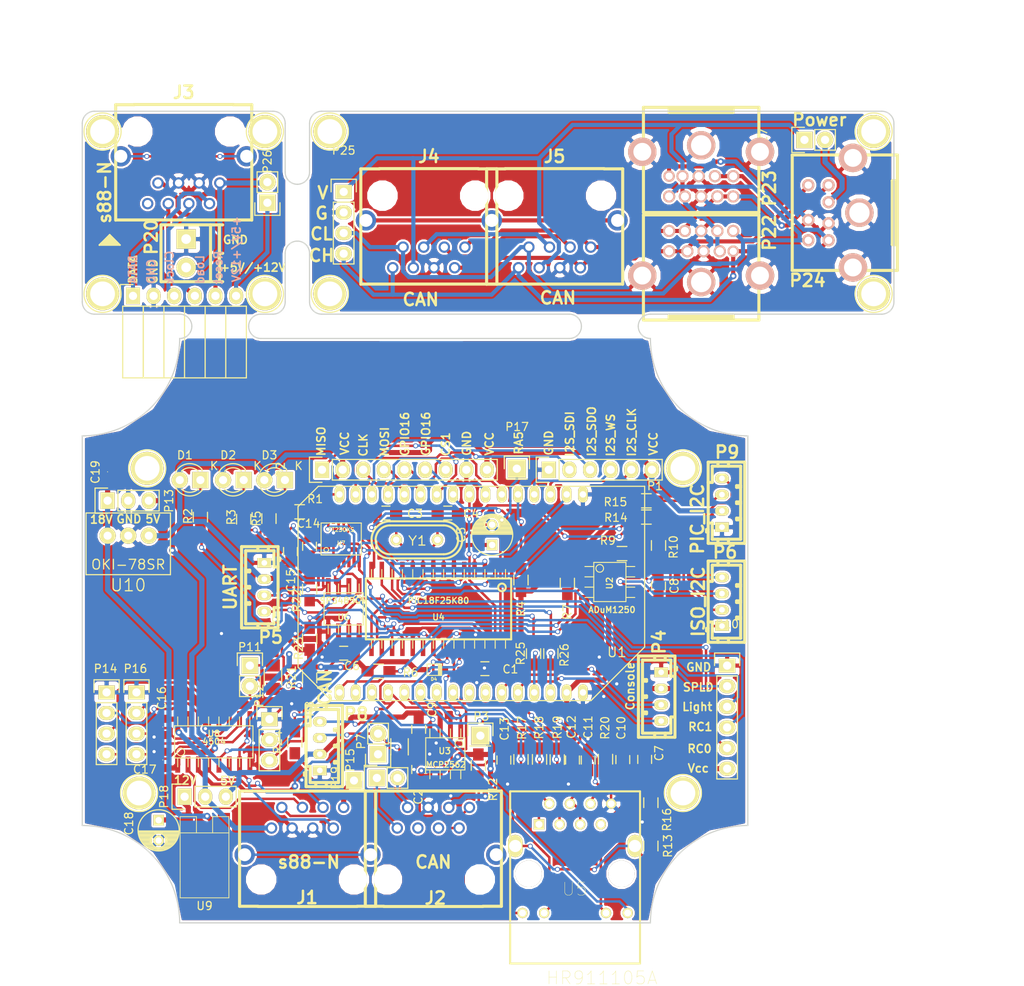
<source format=kicad_pcb>
(kicad_pcb (version 4) (host pcbnew 4.0.2+dfsg1-stable)
  (title_block (title "Smallest Rocrail Server Ever II") (date 2017-02-14) (rev V1.0) (company "Gerhard Bertelsmann"))
  (layers (0 F.Cu signal) (31 B.Cu signal) (34 B.Paste user) (35 F.Paste user) (36 B.SilkS user) (37 F.SilkS user) (38 B.Mask user) (39 F.Mask user) (44 Edge.Cuts user))
  (net 0 "")
  (net 1 GND)
  (net 2 /RxD)
  (net 3 /TxD)
  (net 4 VCC)
  (net 5 "Net-(D1-Pad1)")
  (net 6 "Net-(D2-Pad1)")
  (net 7 /RTS)
  (net 8 "Net-(C4-Pad1)")
  (net 9 "Net-(C5-Pad1)")
  (net 10 "Net-(D3-Pad1)")
  (net 11 "Net-(U1-Pad26)")
  (net 12 "Net-(U1-Pad25)")
  (net 13 /LTDP)
  (net 14 /LTDM)
  (net 15 /LRDP)
  (net 16 /LP4)
  (net 17 /LRDM)
  (net 18 /LLEDG)
  (net 19 /LLEDY)
  (net 20 +5V)
  (net 21 "Net-(P2-Pad1)")
  (net 22 "Net-(P2-Pad3)")
  (net 23 "Net-(P2-Pad4)")
  (net 24 "Net-(R6-Pad1)")
  (net 25 /I2S_SDO)
  (net 26 /I2S_WS)
  (net 27 /I2S_SDI)
  (net 28 "Net-(P4-Pad3)")
  (net 29 "Net-(P6-Pad3)")
  (net 30 "Net-(R2-Pad2)")
  (net 31 //MCLR)
  (net 32 /I2C_SCL)
  (net 33 /I2C_SDA)
  (net 34 "Net-(R12-Pad1)")
  (net 35 /I2S_CLK)
  (net 36 "Net-(P2-Pad5)")
  (net 37 "Net-(P2-Pad6)")
  (net 38 "Net-(P2-Pad7)")
  (net 39 "Net-(R1-Pad2)")
  (net 40 /RS485_DE)
  (net 41 /RC0)
  (net 42 /RC1)
  (net 43 /LIGHT)
  (net 44 /SPI_DO)
  (net 45 /RS485_T)
  (net 46 /RS485_R)
  (net 47 /S88_DATA)
  (net 48 /S88_CLK)
  (net 49 /CANTX)
  (net 50 /CANRX)
  (net 51 /S88_LOAD)
  (net 52 /S88_RESET)
  (net 53 "Net-(C8-Pad1)")
  (net 54 "Net-(C8-Pad2)")
  (net 55 "Net-(C12-Pad1)")
  (net 56 "Net-(J2-Pad6)")
  (net 57 /CANL)
  (net 58 /CANH)
  (net 59 "Net-(R3-Pad2)")
  (net 60 "Net-(R5-Pad2)")
  (net 61 "Net-(R7-Pad1)")
  (net 62 "Net-(R16-Pad2)")
  (net 63 "Net-(U5-Pad7)")
  (net 64 "Net-(C3-Pad1)")
  (net 65 "Net-(C13-Pad1)")
  (net 66 "Net-(J1-Pad8)")
  (net 67 "Net-(J1-Pad9)")
  (net 68 "Net-(J2-Pad3)")
  (net 69 "Net-(J2-Pad5)")
  (net 70 "Net-(J2-Pad9)")
  (net 71 "Net-(P7-Pad1)")
  (net 72 "Net-(P11-Pad1)")
  (net 73 "Net-(P11-Pad2)")
  (net 74 "Net-(P12-Pad3)")
  (net 75 /RxD2)
  (net 76 /TxD2)
  (net 77 "Net-(R13-Pad2)")
  (net 78 +24V)
  (net 79 "Net-(U7-Pad6)")
  (net 80 "Net-(U7-Pad7)")
  (net 81 "Net-(U7-Pad16)")
  (net 82 "Net-(U7-Pad2)")
  (net 83 "Net-(U7-Pad10)")
  (net 84 "Net-(U7-Pad14)")
  (net 85 /Vdd)
  (net 86 "Net-(C18-Pad1)")
  (net 87 /_S88_DATA)
  (net 88 /br)
  (net 89 /rt)
  (net 90 "Net-(P6-Pad4)")
  (net 91 "Net-(P14-Pad2)")
  (net 92 "Net-(P14-Pad3)")
  (net 93 "Net-(P14-Pad4)")
  (net 94 "Net-(P16-Pad2)")
  (net 95 "Net-(P16-Pad3)")
  (net 96 "Net-(P16-Pad4)")
  (net 97 "Net-(P17-Pad1)")
  (net 98 "Net-(R25-Pad1)")
  (net 99 "Net-(R25-Pad2)")
  (net 100 "Net-(R26-Pad1)")
  (net 101 "Net-(R26-Pad2)")
  (net 102 "Net-(P4-Pad4)")
  (net 103 /_S88_CLK)
  (net 104 /_S88_LOAD)
  (net 105 /_S88_RESET)
  (net 106 "Net-(J3-Pad8)")
  (net 107 "Net-(J3-Pad9)")
  (net 108 "Net-(J4-Pad3)")
  (net 109 "Net-(J4-Pad5)")
  (net 110 "Net-(J4-Pad9)")
  (net 111 /_GND_)
  (net 112 /_Vcc_)
  (net 113 /_DATA_)
  (net 114 /_CLK_)
  (net 115 /_LOAD_)
  (net 116 /_RESET_)
  (net 117 /GSB)
  (net 118 /GS0)
  (net 119 /GNDA)
  (net 120 /CANL_)
  (net 121 /CANH_)
  (net 122 /Vcc_)
  (net 123 "Net-(P21-Pad6)")
  (net 124 "Net-(P24-Pad1)")
  (module HR911105A:RJ45ALED_1PRIMARY (layer F.Cu) (at 152.7175 151.003)
    (fp_text reference U5 (at 7.9518 -9.1602) (layer F.SilkS) (effects (font (size 1.6 1.6) (thickness 0.05))))
    (fp_text value HR911105A (at 11.303 1.778) (layer F.SilkS) (effects (font (size 1.6 1.6) (thickness 0.05))))
    (pad 1 thru_hole rect (at 3.556 -17.145) (size 1.27 1.27) (drill 0.8636) (layers *.Cu *.Mask F.SilkS) (net 13 /LTDP))
    (pad 2 thru_hole circle (at 4.826 -19.685) (size 1.27 1.27) (drill 0.8636) (layers *.Cu *.Mask F.SilkS) (net 14 /LTDM))
    (pad 3 thru_hole circle (at 6.096 -17.145) (size 1.27 1.27) (drill 0.8636) (layers *.Cu *.Mask F.SilkS) (net 15 /LRDP))
    (pad 4 thru_hole circle (at 7.366 -19.685) (size 1.27 1.27) (drill 0.8636) (layers *.Cu *.Mask F.SilkS) (net 16 /LP4))
    (pad 5 thru_hole circle (at 8.636 -17.145) (size 1.27 1.27) (drill 0.8636) (layers *.Cu *.Mask F.SilkS) (net 16 /LP4))
    (pad 6 thru_hole circle (at 9.906 -19.685) (size 1.27 1.27) (drill 0.8636) (layers *.Cu *.Mask F.SilkS) (net 17 /LRDM))
    (pad 7 thru_hole circle (at 11.176 -17.145) (size 1.27 1.27) (drill 0.8636) (layers *.Cu *.Mask F.SilkS) (net 63 "Net-(U5-Pad7)"))
    (pad 8 thru_hole circle (at 12.446 -19.685) (size 1.27 1.27) (drill 0.8636) (layers *.Cu *.Mask F.SilkS) (net 1 GND))
    (pad 9 thru_hole circle (at 1.524 -6.223) (size 1.27 1.27) (drill 0.8636) (layers *.Cu *.Mask F.SilkS) (net 34 "Net-(R12-Pad1)"))
    (pad 10 thru_hole circle (at 4.191 -6.223) (size 1.27 1.27) (drill 0.8636) (layers *.Cu *.Mask F.SilkS) (net 18 /LLEDG))
    (pad 11 thru_hole circle (at 14.478 -6.223) (size 1.27 1.27) (drill 0.8636) (layers *.Cu *.Mask F.SilkS) (net 19 /LLEDY))
    (pad 12 thru_hole circle (at 11.811 -6.223) (size 1.27 1.27) (drill 0.8636) (layers *.Cu *.Mask F.SilkS) (net 62 "Net-(R16-Pad2)"))
    (pad 13 thru_hole circle (at 13.716 -11.049) (size 3.25 3.25) (drill 3.25) (layers *.Cu *.Mask F.SilkS))
    (pad 14 thru_hole circle (at 2.286 -11.049) (size 3.25 3.25) (drill 3.25) (layers *.Cu *.Mask F.SilkS))
    (pad 15 thru_hole oval (at 0.635 -14.478 90) (size 2.7432 1.8) (drill 1.5) (layers *.Cu *.Mask F.SilkS) (net 77 "Net-(R13-Pad2)"))
    (pad 16 thru_hole oval (at 15.367 -14.478 90) (size 2.7432 1.8) (drill 1.5) (layers *.Cu *.Mask F.SilkS) (net 77 "Net-(R13-Pad2)"))
  )
  (module w_conn_pc:megb8-8 (layer F.Cu) (at 143.256 140.6525)
    (fp_text reference J2 (at 0.254 2.286) (layer F.SilkS) (effects (font (thickness 0.3048))))
    (fp_text value CAN (at 0 -2.1463) (layer F.SilkS) (effects (font (thickness 0.3048))))
    (pad 3 thru_hole circle (at -1.905 -6.34) (size 1.4 1.4) (drill 0.9) (layers *.Cu *.Mask) (net 68 "Net-(J2-Pad3)"))
    (pad 1 thru_hole circle (at -4.445 -6.34) (size 1.4 1.4) (drill 0.9) (layers *.Cu *.Mask) (net 88 /br))
    (pad 2 thru_hole circle (at -3.175 -8.88) (size 1.4 1.4) (drill 0.9) (layers *.Cu *.Mask) (net 89 /rt))
    (pad 4 thru_hole circle (at -0.635 -8.88) (size 1.4 1.4) (drill 0.9) (layers *.Cu *.Mask) (net 1 GND))
    (pad 5 thru_hole circle (at 0.635 -6.34) (size 1.4 1.4) (drill 0.9) (layers *.Cu *.Mask) (net 69 "Net-(J2-Pad5)"))
    (pad 6 thru_hole circle (at 1.905 -8.88) (size 1.4 1.4) (drill 0.9) (layers *.Cu *.Mask) (net 56 "Net-(J2-Pad6)"))
    (pad 7 thru_hole circle (at 3.175 -6.34) (size 1.4 1.4) (drill 0.9) (layers *.Cu *.Mask) (net 57 /CANL))
    (pad 8 thru_hole circle (at 4.445 -8.88) (size 1.4 1.4) (drill 0.9) (layers *.Cu *.Mask) (net 58 /CANH))
    (pad 9 thru_hole circle (at 7.75 -3.05) (size 2.5 2.5) (drill 1.6) (layers *.Cu *.Mask) (net 70 "Net-(J2-Pad9)"))
    (pad "" np_thru_hole circle (at -5.715 0) (size 3.25 3.25) (drill 3.25) (layers *.Cu))
    (pad "" np_thru_hole circle (at 5.715 0) (size 3.25 3.25) (drill 3.25) (layers *.Cu))
  )
  (module Connect:1pin (layer F.Cu) (at 130.5 68.5)
    (fp_text reference RF1 hide)
    (fp_text value 1pin hide)
    (pad 1 thru_hole circle (at 0 0) (size 4.064 4.064) (drill 3.048) (layers *.Cu *.Mask F.SilkS))
  )
  (module Connect:1pin (layer F.Cu) (at 130.5 48.5)
    (fp_text reference RF1 hide)
    (fp_text value 1pin hide)
    (pad 1 thru_hole circle (at 0 0) (size 4.064 4.064) (drill 3.048) (layers *.Cu *.Mask F.SilkS))
  )
  (module Connect:1pin (layer F.Cu) (at 122.5 68.5)
    (fp_text reference RF1 hide)
    (fp_text value 1pin hide)
    (pad 1 thru_hole circle (at 0 0) (size 4.064 4.064) (drill 3.048) (layers *.Cu *.Mask F.SilkS))
  )
  (module Connect:1pin (layer F.Cu) (at 122.5 48.5)
    (fp_text reference RF1 hide)
    (fp_text value 1pin hide)
    (pad 1 thru_hole circle (at 0 0) (size 4.064 4.064) (drill 3.048) (layers *.Cu *.Mask F.SilkS))
  )
  (module Connect:1pin (layer F.Cu) (at 197.5 68.5)
    (fp_text reference RF1 hide)
    (fp_text value 1pin hide)
    (pad 1 thru_hole circle (at 0 0) (size 4.064 4.064) (drill 3.048) (layers *.Cu *.Mask F.SilkS))
  )
  (module Connect:1pin (layer F.Cu) (at 197.5 48.5)
    (fp_text reference RF1 hide)
    (fp_text value 1pin hide)
    (pad 1 thru_hole circle (at 0 0) (size 4.064 4.064) (drill 3.048) (layers *.Cu *.Mask F.SilkS))
  )
  (module Connect:1pin (layer F.Cu) (at 102.5 48.5)
    (fp_text reference RF1 hide)
    (fp_text value 1pin hide)
    (pad 1 thru_hole circle (at 0 0) (size 4.064 4.064) (drill 3.048) (layers *.Cu *.Mask F.SilkS))
  )
  (module Connect:1pin (layer F.Cu) (at 102.5 68.5)
    (fp_text reference RF1 hide)
    (fp_text value 1pin hide)
    (pad 1 thru_hole circle (at 0 0) (size 4.064 4.064) (drill 3.048) (layers *.Cu *.Mask F.SilkS))
  )
  (module Connect:1pin (layer F.Cu) (at 107 130)
    (fp_text reference RF2 hide)
    (fp_text value 1pin hide)
    (pad 1 thru_hole circle (at 0 0) (size 4.064 4.064) (drill 3.048) (layers *.Cu *.Mask F.SilkS))
  )
  (module Connect:1pin (layer F.Cu) (at 174 130)
    (fp_text reference RF3 hide)
    (fp_text value 1pin hide)
    (pad 1 thru_hole circle (at 0 0) (size 4.064 4.064) (drill 3.048) (layers *.Cu *.Mask F.SilkS))
  )
  (module Connect:1pin (layer F.Cu) (at 174 90)
    (fp_text reference RF4 hide)
    (fp_text value 1pin hide)
    (pad 1 thru_hole circle (at 0 0) (size 4.064 4.064) (drill 3.048) (layers *.Cu *.Mask F.SilkS))
  )
  (module Connect:1pin (layer F.Cu) (at 108 90)
    (fp_text reference RF1 hide)
    (fp_text value 1pin hide)
    (pad 1 thru_hole circle (at 0 0) (size 4.064 4.064) (drill 3.048) (layers *.Cu *.Mask F.SilkS))
  )
  (module Capacitors_SMD:C_0805_HandSoldering (layer F.Cu) (at 149.606 114.681 180)
    (fp_text reference C1 (at -3.144 -0.069 180) (layer F.SilkS))
    (fp_text value 100nF)
    (pad 1 smd rect (at -1.25 0 180) (size 1.5 1.25) (layers F.Cu F.Paste F.Mask) (net 4 VCC))
    (pad 2 smd rect (at 1.25 0 180) (size 1.5 1.25) (layers F.Cu F.Paste F.Mask) (net 1 GND))
  )
  (module Capacitors_SMD:C_0805_HandSoldering (layer F.Cu) (at 141.45 127.1 90)
    (fp_text reference C2 (at -3.3544 -0.0482 90) (layer F.SilkS))
    (fp_text value 100nF)
    (pad 1 smd rect (at -1.25 0 90) (size 1.5 1.25) (layers F.Cu F.Paste F.Mask) (net 4 VCC))
    (pad 2 smd rect (at 1.25 0 90) (size 1.5 1.25) (layers F.Cu F.Paste F.Mask) (net 1 GND))
  )
  (module Capacitors_SMD:C_0805_HandSoldering (layer F.Cu) (at 137.414 95.504 180)
    (fp_text reference C3 (at -3.5814 -0.0762 180) (layer F.SilkS))
    (fp_text value 22pF)
    (pad 1 smd rect (at -1.25 0 180) (size 1.5 1.25) (layers F.Cu F.Paste F.Mask) (net 64 "Net-(C3-Pad1)"))
    (pad 2 smd rect (at 1.25 0 180) (size 1.5 1.25) (layers F.Cu F.Paste F.Mask) (net 1 GND))
  )
  (module Capacitors_SMD:C_0805_HandSoldering (layer F.Cu) (at 145.034 95.504)
    (fp_text reference C4 (at 2.8956 0.0762) (layer F.SilkS))
    (fp_text value 22pF)
    (pad 1 smd rect (at -1.25 0) (size 1.5 1.25) (layers F.Cu F.Paste F.Mask) (net 8 "Net-(C4-Pad1)"))
    (pad 2 smd rect (at 1.25 0) (size 1.5 1.25) (layers F.Cu F.Paste F.Mask) (net 1 GND))
  )
  (module Capacitors_ThroughHole:C_Radial_D5_L6_P2.5 (layer F.Cu) (at 150.495 99.441 90)
    (fp_text reference C5 (at 1.25 -3.8 90) (layer F.SilkS))
    (fp_text value 10uF)
    (pad 1 thru_hole rect (at 0 0 90) (size 1.3 1.3) (drill 0.8) (layers *.Cu *.Mask F.SilkS) (net 9 "Net-(C5-Pad1)"))
    (pad 2 thru_hole circle (at 2.5 0 90) (size 1.3 1.3) (drill 0.8) (layers *.Cu *.Mask F.SilkS) (net 1 GND))
  )
  (module Capacitors_SMD:C_0805_HandSoldering (layer F.Cu) (at 132.207 112.776)
    (fp_text reference C6 (at 1.0287 1.5621 180) (layer F.SilkS))
    (fp_text value 100nF)
    (pad 1 smd rect (at -1.25 0) (size 1.5 1.25) (layers F.Cu F.Paste F.Mask) (net 1 GND))
    (pad 2 smd rect (at 1.25 0) (size 1.5 1.25) (layers F.Cu F.Paste F.Mask) (net 4 VCC))
  )
  (module Capacitors_SMD:C_0805_HandSoldering (layer F.Cu) (at 169.291 125.857 270)
    (fp_text reference C7 (at -0.762 -1.778 270) (layer F.SilkS))
    (fp_text value 100nF)
    (pad 1 smd rect (at -1.25 0 270) (size 1.5 1.25) (layers F.Cu F.Paste F.Mask) (net 1 GND))
    (pad 2 smd rect (at 1.25 0 270) (size 1.5 1.25) (layers F.Cu F.Paste F.Mask) (net 4 VCC))
  )
  (module Capacitors_SMD:C_0805_HandSoldering (layer F.Cu) (at 171 104.5 90)
    (fp_text reference C8 (at 0 1.95 90) (layer F.SilkS))
    (fp_text value 100nF)
    (pad 1 smd rect (at -1.25 0 90) (size 1.5 1.25) (layers F.Cu F.Paste F.Mask) (net 53 "Net-(C8-Pad1)"))
    (pad 2 smd rect (at 1.25 0 90) (size 1.5 1.25) (layers F.Cu F.Paste F.Mask) (net 54 "Net-(C8-Pad2)"))
  )
  (module Capacitors_SMD:C_0805_HandSoldering (layer F.Cu) (at 141.45 122.15 90)
    (fp_text reference C9 (at 2.4398 1.6536 90) (layer F.SilkS))
    (fp_text value 100nF)
    (pad 1 smd rect (at -1.25 0 90) (size 1.5 1.25) (layers F.Cu F.Paste F.Mask) (net 1 GND))
    (pad 2 smd rect (at 1.25 0 90) (size 1.5 1.25) (layers F.Cu F.Paste F.Mask) (net 20 +5V))
  )
  (module Capacitors_SMD:C_0805_HandSoldering (layer F.Cu) (at 166.5986 125.8824 90)
    (fp_text reference C10 (at 3.9116 -0.2032 90) (layer F.SilkS))
    (fp_text value 100nF)
    (pad 1 smd rect (at -1.25 0 90) (size 1.5 1.25) (layers F.Cu F.Paste F.Mask) (net 16 /LP4))
    (pad 2 smd rect (at 1.25 0 90) (size 1.5 1.25) (layers F.Cu F.Paste F.Mask) (net 1 GND))
  )
  (module Capacitors_SMD:C_0805_HandSoldering (layer F.Cu) (at 162.3314 125.9332 90)
    (fp_text reference C11 (at 4.0386 0 90) (layer F.SilkS))
    (fp_text value 100nF)
    (pad 1 smd rect (at -1.25 0 90) (size 1.5 1.25) (layers F.Cu F.Paste F.Mask) (net 16 /LP4))
    (pad 2 smd rect (at 1.25 0 90) (size 1.5 1.25) (layers F.Cu F.Paste F.Mask) (net 1 GND))
  )
  (module Capacitors_SMD:C_0805_HandSoldering (layer F.Cu) (at 160.401 125.9332 270)
    (fp_text reference C12 (at -4.064 0.127 270) (layer F.SilkS))
    (fp_text value 100nF)
    (pad 1 smd rect (at -1.25 0 270) (size 1.5 1.25) (layers F.Cu F.Paste F.Mask) (net 55 "Net-(C12-Pad1)"))
    (pad 2 smd rect (at 1.25 0 270) (size 1.5 1.25) (layers F.Cu F.Paste F.Mask) (net 1 GND))
  )
  (module Capacitors_SMD:C_0805_HandSoldering (layer F.Cu) (at 151.9428 125.9332 270)
    (fp_text reference C13 (at -3.8354 -0.0762 270) (layer F.SilkS))
    (fp_text value 100nF)
    (pad 1 smd rect (at -1.25 0 270) (size 1.5 1.25) (layers F.Cu F.Paste F.Mask) (net 65 "Net-(C13-Pad1)"))
    (pad 2 smd rect (at 1.25 0 270) (size 1.5 1.25) (layers F.Cu F.Paste F.Mask) (net 1 GND))
  )
  (module LEDs:LED-3MM (layer F.Cu) (at 114.554 91.44 180)
    (fp_text reference D1 (at 1.91 3.06 180) (layer F.SilkS))
    (fp_text value Status)
    (fp_text user K (at -1.69 1.74 180) (layer F.SilkS))
    (pad 1 thru_hole rect (at 0 0 270) (size 2 2) (drill 1.00076) (layers *.Cu *.Mask F.SilkS) (net 5 "Net-(D1-Pad1)"))
    (pad 2 thru_hole circle (at 2.54 0 180) (size 2 2) (drill 1.00076) (layers *.Cu *.Mask F.SilkS) (net 4 VCC))
  )
  (module LEDs:LED-3MM (layer F.Cu) (at 119.888 91.44 180)
    (fp_text reference D2 (at 1.91 3.06 180) (layer F.SilkS))
    (fp_text value "CAN Ovf")
    (fp_text user K (at -1.69 1.74 180) (layer F.SilkS))
    (pad 1 thru_hole rect (at 0 0 270) (size 2 2) (drill 1.00076) (layers *.Cu *.Mask F.SilkS) (net 6 "Net-(D2-Pad1)"))
    (pad 2 thru_hole circle (at 2.54 0 180) (size 2 2) (drill 1.00076) (layers *.Cu *.Mask F.SilkS) (net 4 VCC))
  )
  (module LEDs:LED-3MM (layer F.Cu) (at 124.968 91.44 180)
    (fp_text reference D3 (at 1.91 3.06 180) (layer F.SilkS))
    (fp_text value "UART Ovf")
    (fp_text user K (at -1.69 1.74 180) (layer F.SilkS))
    (pad 1 thru_hole rect (at 0 0 270) (size 2 2) (drill 1.00076) (layers *.Cu *.Mask F.SilkS) (net 10 "Net-(D3-Pad1)"))
    (pad 2 thru_hole circle (at 2.54 0 180) (size 2 2) (drill 1.00076) (layers *.Cu *.Mask F.SilkS) (net 4 VCC))
  )
  (module w_conn_pc:megb8-8 (layer F.Cu) (at 127.762 140.6525)
    (fp_text reference J1 (at -0.0635 2.2225) (layer F.SilkS) (effects (font (thickness 0.3048))))
    (fp_text value s88-N (at 0.1524 -2.1463) (layer F.SilkS) (effects (font (thickness 0.3048))))
    (pad 3 thru_hole circle (at -1.905 -6.34) (size 1.4 1.4) (drill 0.9) (layers *.Cu *.Mask) (net 1 GND))
    (pad 1 thru_hole circle (at -4.445 -6.34) (size 1.4 1.4) (drill 0.9) (layers *.Cu *.Mask) (net 85 /Vdd))
    (pad 2 thru_hole circle (at -3.175 -8.88) (size 1.4 1.4) (drill 0.9) (layers *.Cu *.Mask) (net 47 /S88_DATA))
    (pad 4 thru_hole circle (at -0.635 -8.88) (size 1.4 1.4) (drill 0.9) (layers *.Cu *.Mask) (net 48 /S88_CLK))
    (pad 5 thru_hole circle (at 0.635 -6.34) (size 1.4 1.4) (drill 0.9) (layers *.Cu *.Mask) (net 1 GND))
    (pad 6 thru_hole circle (at 1.905 -8.88) (size 1.4 1.4) (drill 0.9) (layers *.Cu *.Mask) (net 51 /S88_LOAD))
    (pad 7 thru_hole circle (at 3.175 -6.34) (size 1.4 1.4) (drill 0.9) (layers *.Cu *.Mask) (net 52 /S88_RESET))
    (pad 8 thru_hole circle (at 4.445 -8.88) (size 1.4 1.4) (drill 0.9) (layers *.Cu *.Mask) (net 66 "Net-(J1-Pad8)"))
    (pad 9 thru_hole circle (at -7.75 -3.05) (size 2.5 2.5) (drill 1.6) (layers *.Cu *.Mask) (net 67 "Net-(J1-Pad9)"))
    (pad 9 thru_hole circle (at 7.75 -3.05) (size 2.5 2.5) (drill 1.6) (layers *.Cu *.Mask) (net 67 "Net-(J1-Pad9)"))
    (pad "" np_thru_hole circle (at -5.715 0) (size 3.25 3.25) (drill 3.25) (layers *.Cu))
    (pad "" np_thru_hole circle (at 5.715 0) (size 3.25 3.25) (drill 3.25) (layers *.Cu))
  )
  (module Pin_Headers:Pin_Header_Straight_1x06 (layer F.Cu) (at 157.48 90.17 90)
    (fp_text reference P1 (at -2.0066 13.081 180) (layer F.SilkS))
    (fp_text value I2S)
    (pad 1 thru_hole rect (at 0 0 90) (size 2.032 1.7272) (drill 1.016) (layers *.Cu *.Mask F.SilkS) (net 1 GND))
    (pad 2 thru_hole oval (at 0 2.54 90) (size 2.032 1.7272) (drill 1.016) (layers *.Cu *.Mask F.SilkS) (net 27 /I2S_SDI))
    (pad 3 thru_hole oval (at 0 5.08 90) (size 2.032 1.7272) (drill 1.016) (layers *.Cu *.Mask F.SilkS) (net 25 /I2S_SDO))
    (pad 4 thru_hole oval (at 0 7.62 90) (size 2.032 1.7272) (drill 1.016) (layers *.Cu *.Mask F.SilkS) (net 26 /I2S_WS))
    (pad 5 thru_hole oval (at 0 10.16 90) (size 2.032 1.7272) (drill 1.016) (layers *.Cu *.Mask F.SilkS) (net 35 /I2S_CLK))
    (pad 6 thru_hole oval (at 0 12.7 90) (size 2.032 1.7272) (drill 1.016) (layers *.Cu *.Mask F.SilkS) (net 4 VCC))
  )
  (module Pin_Headers:Pin_Header_Straight_1x09 (layer F.Cu) (at 129.54 90.17 90)
    (fp_text reference P2 (at 0 -5.1 90) (layer F.SilkS))
    (fp_text value CONN_01X09 hide)
    (pad 1 thru_hole rect (at 0 0 90) (size 2.032 1.7272) (drill 1.016) (layers *.Cu *.Mask F.SilkS) (net 21 "Net-(P2-Pad1)"))
    (pad 2 thru_hole oval (at 0 2.54 90) (size 2.032 1.7272) (drill 1.016) (layers *.Cu *.Mask F.SilkS) (net 4 VCC))
    (pad 3 thru_hole oval (at 0 5.08 90) (size 2.032 1.7272) (drill 1.016) (layers *.Cu *.Mask F.SilkS) (net 22 "Net-(P2-Pad3)"))
    (pad 4 thru_hole oval (at 0 7.62 90) (size 2.032 1.7272) (drill 1.016) (layers *.Cu *.Mask F.SilkS) (net 23 "Net-(P2-Pad4)"))
    (pad 5 thru_hole oval (at 0 10.16 90) (size 2.032 1.7272) (drill 1.016) (layers *.Cu *.Mask F.SilkS) (net 36 "Net-(P2-Pad5)"))
    (pad 6 thru_hole oval (at 0 12.7 90) (size 2.032 1.7272) (drill 1.016) (layers *.Cu *.Mask F.SilkS) (net 37 "Net-(P2-Pad6)"))
    (pad 7 thru_hole oval (at 0 15.24 90) (size 2.032 1.7272) (drill 1.016) (layers *.Cu *.Mask F.SilkS) (net 38 "Net-(P2-Pad7)"))
    (pad 8 thru_hole oval (at 0 17.78 90) (size 2.032 1.7272) (drill 1.016) (layers *.Cu *.Mask F.SilkS) (net 1 GND))
    (pad 9 thru_hole oval (at 0 20.32 90) (size 2.032 1.7272) (drill 1.016) (layers *.Cu *.Mask F.SilkS) (net 4 VCC))
  )
  (module Pin_Headers:Pin_Header_Straight_1x01 (layer F.Cu) (at 149.0472 122.936)
    (fp_text reference P3 (at 0.115 -2.37) (layer F.SilkS))
    (fp_text value "opt 18V")
    (pad 1 thru_hole rect (at 0 0) (size 2.2352 2.2352) (drill 1.016) (layers *.Cu *.Mask F.SilkS) (net 56 "Net-(J2-Pad6)"))
  )
  (module Pin_Headers:Pin_Header_Straight_1x02 (layer F.Cu) (at 136.4488 125.222 180)
    (fp_text reference P7 (at 2.0988 1.572 270) (layer F.SilkS))
    (fp_text value CAN_TERM)
    (pad 1 thru_hole rect (at 0 0 180) (size 2.032 2.032) (drill 1.016) (layers *.Cu *.Mask F.SilkS) (net 71 "Net-(P7-Pad1)"))
    (pad 2 thru_hole oval (at 0 2.54 180) (size 2.032 2.032) (drill 1.016) (layers *.Cu *.Mask F.SilkS) (net 57 /CANL))
  )
  (module Pin_Headers:Pin_Header_Straight_1x06 (layer F.Cu) (at 179.451 114.3)
    (fp_text reference P10 (at 0 -5.1) (layer F.SilkS))
    (fp_text value PIC_SPARE)
    (pad 1 thru_hole rect (at 0 0) (size 2.032 1.7272) (drill 1.016) (layers *.Cu *.Mask F.SilkS) (net 1 GND))
    (pad 2 thru_hole oval (at 0 2.54) (size 2.032 1.7272) (drill 1.016) (layers *.Cu *.Mask F.SilkS) (net 44 /SPI_DO))
    (pad 3 thru_hole oval (at 0 5.08) (size 2.032 1.7272) (drill 1.016) (layers *.Cu *.Mask F.SilkS) (net 43 /LIGHT))
    (pad 4 thru_hole oval (at 0 7.62) (size 2.032 1.7272) (drill 1.016) (layers *.Cu *.Mask F.SilkS) (net 42 /RC1))
    (pad 5 thru_hole oval (at 0 10.16) (size 2.032 1.7272) (drill 1.016) (layers *.Cu *.Mask F.SilkS) (net 41 /RC0))
    (pad 6 thru_hole oval (at 0 12.7) (size 2.032 1.7272) (drill 1.016) (layers *.Cu *.Mask F.SilkS) (net 4 VCC))
  )
  (module Pin_Headers:Pin_Header_Straight_1x02 (layer F.Cu) (at 120.65 114.3)
    (fp_text reference P11 (at 0 -2.286) (layer F.SilkS))
    (fp_text value "RS485 TERM")
    (pad 1 thru_hole rect (at 0 0) (size 2.032 2.032) (drill 1.016) (layers *.Cu *.Mask F.SilkS) (net 72 "Net-(P11-Pad1)"))
    (pad 2 thru_hole oval (at 0 2.54) (size 2.032 2.032) (drill 1.016) (layers *.Cu *.Mask F.SilkS) (net 73 "Net-(P11-Pad2)"))
  )
  (module Pin_Headers:Pin_Header_Straight_1x03 (layer F.Cu) (at 123.063 120.904)
    (fp_text reference P12 (at -1.27 -2.921 90) (layer F.SilkS))
    (fp_text value RS485)
    (pad 1 thru_hole rect (at 0 0) (size 2.032 1.7272) (drill 1.016) (layers *.Cu *.Mask F.SilkS) (net 1 GND))
    (pad 2 thru_hole oval (at 0 2.54) (size 2.032 1.7272) (drill 1.016) (layers *.Cu *.Mask F.SilkS) (net 73 "Net-(P11-Pad2)"))
    (pad 3 thru_hole oval (at 0 5.08) (size 2.032 1.7272) (drill 1.016) (layers *.Cu *.Mask F.SilkS) (net 74 "Net-(P12-Pad3)"))
  )
  (module Resistors_SMD:R_0805_HandSoldering (layer F.Cu) (at 114.554 96.012 270)
    (fp_text reference R2 (at -0.127 1.524 270) (layer F.SilkS))
    (fp_text value 1k)
    (pad 1 smd rect (at -1.35 0 270) (size 1.5 1.3) (layers F.Cu F.Paste F.Mask) (net 5 "Net-(D1-Pad1)"))
    (pad 2 smd rect (at 1.35 0 270) (size 1.5 1.3) (layers F.Cu F.Paste F.Mask) (net 30 "Net-(R2-Pad2)"))
  )
  (module Resistors_SMD:R_0805_HandSoldering (layer F.Cu) (at 119.888 96.266 270)
    (fp_text reference R3 (at -0.254 1.524 270) (layer F.SilkS))
    (fp_text value 1k)
    (pad 1 smd rect (at -1.35 0 270) (size 1.5 1.3) (layers F.Cu F.Paste F.Mask) (net 6 "Net-(D2-Pad1)"))
    (pad 2 smd rect (at 1.35 0 270) (size 1.5 1.3) (layers F.Cu F.Paste F.Mask) (net 59 "Net-(R3-Pad2)"))
  )
  (module Resistors_SMD:R_0805_HandSoldering (layer F.Cu) (at 154.051 103.759 270)
    (fp_text reference R4 (at 3.556 0 270) (layer F.SilkS))
    (fp_text value 4k7)
    (pad 1 smd rect (at -1.35 0 270) (size 1.5 1.3) (layers F.Cu F.Paste F.Mask) (net 31 //MCLR))
    (pad 2 smd rect (at 1.35 0 270) (size 1.5 1.3) (layers F.Cu F.Paste F.Mask) (net 4 VCC))
  )
  (module Resistors_SMD:R_0805_HandSoldering (layer F.Cu) (at 122.9995 96.1898 270)
    (fp_text reference R5 (at 0 1.524 270) (layer F.SilkS))
    (fp_text value 1k)
    (pad 1 smd rect (at -1.35 0 270) (size 1.5 1.3) (layers F.Cu F.Paste F.Mask) (net 10 "Net-(D3-Pad1)"))
    (pad 2 smd rect (at 1.35 0 270) (size 1.5 1.3) (layers F.Cu F.Paste F.Mask) (net 60 "Net-(R5-Pad2)"))
  )
  (module Resistors_SMD:R_0805_HandSoldering (layer F.Cu) (at 128.016 115.824 90)
    (fp_text reference R8 (at -3.81 0 90) (layer F.SilkS))
    (fp_text value 10k)
    (pad 1 smd rect (at -1.35 0 90) (size 1.5 1.3) (layers F.Cu F.Paste F.Mask) (net 45 /RS485_T))
    (pad 2 smd rect (at 1.35 0 90) (size 1.5 1.3) (layers F.Cu F.Paste F.Mask) (net 4 VCC))
  )
  (module Resistors_SMD:R_0805_HandSoldering (layer F.Cu) (at 166.5 100.5)
    (fp_text reference R9 (at -1.75 -1.6) (layer F.SilkS))
    (fp_text value 3k3)
    (pad 1 smd rect (at -1.35 0) (size 1.5 1.3) (layers F.Cu F.Paste F.Mask) (net 90 "Net-(P6-Pad4)"))
    (pad 2 smd rect (at 1.35 0) (size 1.5 1.3) (layers F.Cu F.Paste F.Mask) (net 54 "Net-(C8-Pad2)"))
  )
  (module Resistors_SMD:R_0805_HandSoldering (layer F.Cu) (at 171 99.5 90)
    (fp_text reference R10 (at -0.195 1.847 90) (layer F.SilkS))
    (fp_text value 3k3)
    (pad 1 smd rect (at -1.35 0 90) (size 1.5 1.3) (layers F.Cu F.Paste F.Mask) (net 29 "Net-(P6-Pad3)"))
    (pad 2 smd rect (at 1.35 0 90) (size 1.5 1.3) (layers F.Cu F.Paste F.Mask) (net 54 "Net-(C8-Pad2)"))
  )
  (module Resistors_SMD:R_0805_HandSoldering (layer F.Cu) (at 148.8 126.6 90)
    (fp_text reference R12 (at -2.9654 1.7966 270) (layer F.SilkS))
    (fp_text value 220)
    (pad 1 smd rect (at -1.35 0 90) (size 1.5 1.3) (layers F.Cu F.Paste F.Mask) (net 34 "Net-(R12-Pad1)"))
    (pad 2 smd rect (at 1.35 0 90) (size 1.5 1.3) (layers F.Cu F.Paste F.Mask) (net 4 VCC))
  )
  (module Resistors_SMD:R_0805_HandSoldering (layer F.Cu) (at 170.053 136.525 270)
    (fp_text reference R13 (at 0 -2.1 270) (layer F.SilkS))
    (fp_text value 0)
    (pad 1 smd rect (at -1.35 0 270) (size 1.5 1.3) (layers F.Cu F.Paste F.Mask) (net 1 GND))
    (pad 2 smd rect (at 1.35 0 270) (size 1.5 1.3) (layers F.Cu F.Paste F.Mask) (net 77 "Net-(R13-Pad2)"))
  )
  (module Resistors_SMD:R_0805_HandSoldering (layer F.Cu) (at 169.5 96 180)
    (fp_text reference R14 (at 3.7592 -0.0762 180) (layer F.SilkS))
    (fp_text value 3k3)
    (pad 1 smd rect (at -1.35 0 180) (size 1.5 1.3) (layers F.Cu F.Paste F.Mask) (net 32 /I2C_SCL))
    (pad 2 smd rect (at 1.35 0 180) (size 1.5 1.3) (layers F.Cu F.Paste F.Mask) (net 4 VCC))
  )
  (module Resistors_SMD:R_0805_HandSoldering (layer F.Cu) (at 169.5 94)
    (fp_text reference R15 (at -3.81 0.1524) (layer F.SilkS))
    (fp_text value 3k3)
    (pad 1 smd rect (at -1.35 0) (size 1.5 1.3) (layers F.Cu F.Paste F.Mask) (net 4 VCC))
    (pad 2 smd rect (at 1.35 0) (size 1.5 1.3) (layers F.Cu F.Paste F.Mask) (net 33 /I2C_SDA))
  )
  (module Resistors_SMD:R_0805_HandSoldering (layer F.Cu) (at 170.053 131.191 270)
    (fp_text reference R16 (at 2.0828 -1.9812 270) (layer F.SilkS))
    (fp_text value 220)
    (pad 1 smd rect (at -1.35 0 270) (size 1.5 1.3) (layers F.Cu F.Paste F.Mask) (net 4 VCC))
    (pad 2 smd rect (at 1.35 0 270) (size 1.5 1.3) (layers F.Cu F.Paste F.Mask) (net 62 "Net-(R16-Pad2)"))
  )
  (module Resistors_SMD:R_0805_HandSoldering (layer F.Cu) (at 154.051 125.857 270)
    (fp_text reference R17 (at -3.8608 -0.127 270) (layer F.SilkS))
    (fp_text value 50)
    (pad 1 smd rect (at -1.35 0 270) (size 1.5 1.3) (layers F.Cu F.Paste F.Mask) (net 65 "Net-(C13-Pad1)"))
    (pad 2 smd rect (at 1.35 0 270) (size 1.5 1.3) (layers F.Cu F.Paste F.Mask) (net 13 /LTDP))
  )
  (module Resistors_SMD:R_0805_HandSoldering (layer F.Cu) (at 156.337 125.857 270)
    (fp_text reference R18 (at -3.9116 0.0508 270) (layer F.SilkS))
    (fp_text value 50)
    (pad 1 smd rect (at -1.35 0 270) (size 1.5 1.3) (layers F.Cu F.Paste F.Mask) (net 65 "Net-(C13-Pad1)"))
    (pad 2 smd rect (at 1.35 0 270) (size 1.5 1.3) (layers F.Cu F.Paste F.Mask) (net 14 /LTDM))
  )
  (module Resistors_SMD:R_0805_HandSoldering (layer F.Cu) (at 158.5214 125.8824 270)
    (fp_text reference R19 (at -3.9624 -0.0254 270) (layer F.SilkS))
    (fp_text value 50)
    (pad 1 smd rect (at -1.35 0 270) (size 1.5 1.3) (layers F.Cu F.Paste F.Mask) (net 55 "Net-(C12-Pad1)"))
    (pad 2 smd rect (at 1.35 0 270) (size 1.5 1.3) (layers F.Cu F.Paste F.Mask) (net 15 /LRDP))
  )
  (module Resistors_SMD:R_0805_HandSoldering (layer F.Cu) (at 164.465 125.8316 270)
    (fp_text reference R20 (at -3.8608 0.0508 270) (layer F.SilkS))
    (fp_text value 50)
    (pad 1 smd rect (at -1.35 0 270) (size 1.5 1.3) (layers F.Cu F.Paste F.Mask) (net 55 "Net-(C12-Pad1)"))
    (pad 2 smd rect (at 1.35 0 270) (size 1.5 1.3) (layers F.Cu F.Paste F.Mask) (net 17 /LRDM))
  )
  (module Onion2:Omega2 (layer F.Cu) (at 146.685 105.41 180)
    (fp_text reference U1 (at -19.177 -7.239 180) (layer F.SilkS) (effects (font (size 1.2 1.2))))
    (fp_text value Omega2)
    (pad 32 thru_hole oval (at -15 -12.2 180) (size 1.2 2) (drill 0.8) (layers *.Cu *.Mask F.SilkS) (net 1 GND))
    (pad 1 thru_hole oval (at -15 12.2 180) (size 1.2 2) (drill 0.8) (layers *.Cu *.Mask F.SilkS) (net 1 GND))
    (pad 31 thru_hole oval (at -13 -12.2 180) (size 1.2 2) (drill 0.8) (layers *.Cu *.Mask F.SilkS) (net 4 VCC))
    (pad 2 thru_hole oval (at -13 12.2 180) (size 1.2 2) (drill 0.8) (layers *.Cu *.Mask F.SilkS) (net 7 /RTS))
    (pad 30 thru_hole oval (at -11 -12.2 180) (size 1.2 2) (drill 0.8) (layers *.Cu *.Mask F.SilkS) (net 100 "Net-(R26-Pad1)"))
    (pad 3 thru_hole oval (at -11 12.2 180) (size 1.2 2) (drill 0.8) (layers *.Cu *.Mask F.SilkS) (net 35 /I2S_CLK))
    (pad 29 thru_hole oval (at -9 -12.2 180) (size 1.2 2) (drill 0.8) (layers *.Cu *.Mask F.SilkS) (net 98 "Net-(R25-Pad1)"))
    (pad 4 thru_hole oval (at -9 12.2 180) (size 1.2 2) (drill 0.8) (layers *.Cu *.Mask F.SilkS) (net 26 /I2S_WS))
    (pad 28 thru_hole oval (at -7 -12.2 180) (size 1.2 2) (drill 0.8) (layers *.Cu *.Mask F.SilkS) (net 102 "Net-(P4-Pad4)"))
    (pad 5 thru_hole oval (at -7 12.2 180) (size 1.2 2) (drill 0.8) (layers *.Cu *.Mask F.SilkS) (net 31 //MCLR))
    (pad 27 thru_hole oval (at -5 -12.2 180) (size 1.2 2) (drill 0.8) (layers *.Cu *.Mask F.SilkS) (net 28 "Net-(P4-Pad3)"))
    (pad 6 thru_hole oval (at -5 12.2 180) (size 1.2 2) (drill 0.8) (layers *.Cu *.Mask F.SilkS) (net 36 "Net-(P2-Pad5)"))
    (pad 26 thru_hole oval (at -3 -12.2 180) (size 1.2 2) (drill 0.8) (layers *.Cu *.Mask F.SilkS) (net 11 "Net-(U1-Pad26)"))
    (pad 7 thru_hole oval (at -3 12.2 180) (size 1.2 2) (drill 0.8) (layers *.Cu *.Mask F.SilkS) (net 37 "Net-(P2-Pad6)"))
    (pad 25 thru_hole oval (at -1 -12.2 180) (size 1.2 2) (drill 0.8) (layers *.Cu *.Mask F.SilkS) (net 12 "Net-(U1-Pad25)"))
    (pad 8 thru_hole oval (at -1 12.2 180) (size 1.2 2) (drill 0.8) (layers *.Cu *.Mask F.SilkS) (net 2 /RxD))
    (pad 24 thru_hole oval (at 1 -12.2 180) (size 1.2 2) (drill 0.8) (layers *.Cu *.Mask F.SilkS) (net 14 /LTDM))
    (pad 9 thru_hole oval (at 1 12.2 180) (size 1.2 2) (drill 0.8) (layers *.Cu *.Mask F.SilkS) (net 3 /TxD))
    (pad 23 thru_hole oval (at 3 -12.2 180) (size 1.2 2) (drill 0.8) (layers *.Cu *.Mask F.SilkS) (net 13 /LTDP))
    (pad 10 thru_hole oval (at 3 12.2 180) (size 1.2 2) (drill 0.8) (layers *.Cu *.Mask F.SilkS) (net 21 "Net-(P2-Pad1)"))
    (pad 22 thru_hole oval (at 5 -12.2 180) (size 1.2 2) (drill 0.8) (layers *.Cu *.Mask F.SilkS) (net 17 /LRDM))
    (pad 11 thru_hole oval (at 5 12.2 180) (size 1.2 2) (drill 0.8) (layers *.Cu *.Mask F.SilkS) (net 23 "Net-(P2-Pad4)"))
    (pad 21 thru_hole oval (at 7 -12.2 180) (size 1.2 2) (drill 0.8) (layers *.Cu *.Mask F.SilkS) (net 15 /LRDP))
    (pad 12 thru_hole oval (at 7 12.2 180) (size 1.2 2) (drill 0.8) (layers *.Cu *.Mask F.SilkS) (net 22 "Net-(P2-Pad3)"))
    (pad 20 thru_hole oval (at 9 -12.2 180) (size 1.2 2) (drill 0.8) (layers *.Cu *.Mask F.SilkS) (net 18 /LLEDG))
    (pad 13 thru_hole oval (at 9 12.2 180) (size 1.2 2) (drill 0.8) (layers *.Cu *.Mask F.SilkS) (net 38 "Net-(P2-Pad7)"))
    (pad 19 thru_hole oval (at 11 -12.2 180) (size 1.2 2) (drill 0.8) (layers *.Cu *.Mask F.SilkS) (net 19 /LLEDY))
    (pad 14 thru_hole oval (at 11 12.2 180) (size 1.2 2) (drill 0.8) (layers *.Cu *.Mask F.SilkS) (net 25 /I2S_SDO))
    (pad 18 thru_hole oval (at 13 -12.2 180) (size 1.2 2) (drill 0.8) (layers *.Cu *.Mask F.SilkS) (net 61 "Net-(R7-Pad1)"))
    (pad 15 thru_hole oval (at 13 12.2 180) (size 1.2 2) (drill 0.8) (layers *.Cu *.Mask F.SilkS) (net 27 /I2S_SDI))
    (pad 17 thru_hole oval (at 15 -12.2 180) (size 1.2 2) (drill 0.8) (layers *.Cu *.Mask F.SilkS) (net 24 "Net-(R6-Pad1)"))
    (pad 16 thru_hole oval (at 15 12.2 180) (size 1.2 2) (drill 0.8) (layers *.Cu *.Mask F.SilkS) (net 39 "Net-(R1-Pad2)"))
  )
  (module w_smd_dil:so-8 (layer F.Cu) (at 165 104 270)
    (fp_text reference U2 (at 0.14 0.027 270) (layer F.SilkS) (effects (font (size 0.7493 0.7493) (thickness 0.14986))))
    (fp_text value ADuM1250 (at 3.429 -0.254 360) (layer F.SilkS) (effects (font (size 0.7493 0.7493) (thickness 0.14986))))
    (pad 1 smd rect (at -1.905 2.794 270) (size 0.59944 1.99898) (layers F.Cu F.Paste F.Mask) (net 4 VCC))
    (pad 2 smd rect (at -0.635 2.794 270) (size 0.59944 1.99898) (layers F.Cu F.Paste F.Mask) (net 61 "Net-(R7-Pad1)"))
    (pad 3 smd rect (at 0.635 2.794 270) (size 0.59944 1.99898) (layers F.Cu F.Paste F.Mask) (net 24 "Net-(R6-Pad1)"))
    (pad 4 smd rect (at 1.905 2.794 270) (size 0.59944 1.99898) (layers F.Cu F.Paste F.Mask) (net 1 GND))
    (pad 5 smd rect (at 1.905 -2.794 270) (size 0.59944 1.99898) (layers F.Cu F.Paste F.Mask) (net 53 "Net-(C8-Pad1)"))
    (pad 6 smd rect (at 0.635 -2.794 270) (size 0.59944 1.99898) (layers F.Cu F.Paste F.Mask) (net 29 "Net-(P6-Pad3)"))
    (pad 7 smd rect (at -0.635 -2.794 270) (size 0.59944 1.99898) (layers F.Cu F.Paste F.Mask) (net 90 "Net-(P6-Pad4)"))
    (pad 8 smd rect (at -1.905 -2.794 270) (size 0.59944 1.99898) (layers F.Cu F.Paste F.Mask) (net 54 "Net-(C8-Pad2)"))
  )
  (module w_smd_dil:soic-28 (layer F.Cu) (at 143.891 107.315 180)
    (fp_text reference U4 (at 0 -1.016 180) (layer F.SilkS) (effects (font (size 0.7493 0.7493) (thickness 0.14986))))
    (fp_text value PIC18F25K80 (at 0 1.016 180) (layer F.SilkS) (effects (font (size 0.7493 0.7493) (thickness 0.14986))))
    (pad 1 smd rect (at -8.255 4.81076 180) (size 0.55118 2) (layers F.Cu F.Paste F.Mask) (net 31 //MCLR))
    (pad 2 smd rect (at -6.985 4.81076 180) (size 0.55118 2) (layers F.Cu F.Paste F.Mask) (net 60 "Net-(R5-Pad2)"))
    (pad 3 smd rect (at -5.715 4.81076 180) (size 0.55118 2) (layers F.Cu F.Paste F.Mask) (net 59 "Net-(R3-Pad2)"))
    (pad 4 smd rect (at -4.445 4.81076 180) (size 0.55118 2) (layers F.Cu F.Paste F.Mask) (net 7 /RTS))
    (pad 5 smd rect (at -3.175 4.81076 180) (size 0.55118 2) (layers F.Cu F.Paste F.Mask) (net 30 "Net-(R2-Pad2)"))
    (pad 6 smd rect (at -1.905 4.81076 180) (size 0.55118 2) (layers F.Cu F.Paste F.Mask) (net 9 "Net-(C5-Pad1)"))
    (pad 7 smd rect (at -0.635 4.81076 180) (size 0.55118 2) (layers F.Cu F.Paste F.Mask) (net 97 "Net-(P17-Pad1)"))
    (pad 8 smd rect (at 0.635 4.81076 180) (size 0.55118 2) (layers F.Cu F.Paste F.Mask) (net 1 GND))
    (pad 9 smd rect (at 1.905 4.81076 180) (size 0.55118 2) (layers F.Cu F.Paste F.Mask) (net 8 "Net-(C4-Pad1)"))
    (pad 10 smd rect (at 3.175 4.81076 180) (size 0.55118 2) (layers F.Cu F.Paste F.Mask) (net 64 "Net-(C3-Pad1)"))
    (pad 11 smd rect (at 4.445 4.81076 180) (size 0.55118 2) (layers F.Cu F.Paste F.Mask) (net 41 /RC0))
    (pad 12 smd rect (at 5.715 4.81076 180) (size 0.55118 2) (layers F.Cu F.Paste F.Mask) (net 42 /RC1))
    (pad 13 smd rect (at 6.985 4.81076 180) (size 0.55118 2) (layers F.Cu F.Paste F.Mask) (net 43 /LIGHT))
    (pad 14 smd rect (at 8.255 4.81076 180) (size 0.55118 2) (layers F.Cu F.Paste F.Mask) (net 32 /I2C_SCL))
    (pad 15 smd rect (at 8.255 -4.81076 180) (size 0.55118 2) (layers F.Cu F.Paste F.Mask) (net 33 /I2C_SDA))
    (pad 16 smd rect (at 6.985 -4.81076 180) (size 0.55118 2) (layers F.Cu F.Paste F.Mask) (net 44 /SPI_DO))
    (pad 17 smd rect (at 5.715 -4.81076 180) (size 0.55118 2) (layers F.Cu F.Paste F.Mask) (net 76 /TxD2))
    (pad 18 smd rect (at 4.445 -4.81076 180) (size 0.55118 2) (layers F.Cu F.Paste F.Mask) (net 75 /RxD2))
    (pad 19 smd rect (at 3.175 -4.81076 180) (size 0.55118 2) (layers F.Cu F.Paste F.Mask) (net 1 GND))
    (pad 20 smd rect (at 1.905 -4.81076 180) (size 0.55118 2) (layers F.Cu F.Paste F.Mask))
    (pad 21 smd rect (at 0.635 -4.81076 180) (size 0.55118 2) (layers F.Cu F.Paste F.Mask) (net 87 /_S88_DATA))
    (pad 22 smd rect (at -0.635 -4.81076 180) (size 0.55118 2) (layers F.Cu F.Paste F.Mask) (net 103 /_S88_CLK))
    (pad 23 smd rect (at -1.905 -4.81076 180) (size 0.55118 2) (layers F.Cu F.Paste F.Mask) (net 49 /CANTX))
    (pad 24 smd rect (at -3.175 -4.81076 180) (size 0.55118 2) (layers F.Cu F.Paste F.Mask) (net 50 /CANRX))
    (pad 25 smd rect (at -4.445 -4.81076 180) (size 0.55118 2) (layers F.Cu F.Paste F.Mask) (net 104 /_S88_LOAD))
    (pad 26 smd rect (at -5.715 -4.81076 180) (size 0.55118 2) (layers F.Cu F.Paste F.Mask) (net 105 /_S88_RESET))
    (pad 27 smd rect (at -6.985 -4.81076 180) (size 0.55118 2) (layers F.Cu F.Paste F.Mask) (net 2 /RxD))
    (pad 28 smd rect (at -8.255 -4.81076 180) (size 0.55118 2) (layers F.Cu F.Paste F.Mask) (net 3 /TxD))
  )
  (module Resistors_SMD:R_0805_HandSoldering (layer F.Cu) (at 136.5 115 180)
    (fp_text reference R6 (at -3.9493 -0.1382 180) (layer F.SilkS))
    (fp_text value 3k3)
    (pad 1 smd rect (at -1.35 0 180) (size 1.5 1.3) (layers F.Cu F.Paste F.Mask) (net 24 "Net-(R6-Pad1)"))
    (pad 2 smd rect (at 1.35 0 180) (size 1.5 1.3) (layers F.Cu F.Paste F.Mask) (net 4 VCC))
  )
  (module Resistors_SMD:R_0805_HandSoldering (layer F.Cu) (at 159.766 104.14 90)
    (fp_text reference R7 (at -3.556 0 90) (layer F.SilkS))
    (fp_text value 3k3)
    (pad 1 smd rect (at -1.35 0 90) (size 1.5 1.3) (layers F.Cu F.Paste F.Mask) (net 61 "Net-(R7-Pad1)"))
    (pad 2 smd rect (at 1.35 0 90) (size 1.5 1.3) (layers F.Cu F.Paste F.Mask) (net 4 VCC))
  )
  (module Resistors_SMD:R_0805_HandSoldering (layer F.Cu) (at 126.7841 95.3516)
    (fp_text reference R1 (at 1.905 -1.5748) (layer F.SilkS))
    (fp_text value 10k)
    (pad 1 smd rect (at -1.35 0) (size 1.5 1.3) (layers F.Cu F.Paste F.Mask) (net 4 VCC))
    (pad 2 smd rect (at 1.35 0) (size 1.5 1.3) (layers F.Cu F.Paste F.Mask) (net 39 "Net-(R1-Pad2)"))
  )
  (module Pin_Headers:Pin_Header_Straight_1x03 (layer F.Cu) (at 103.124 93.98 90)
    (fp_text reference P13 (at -0.027 7.558 90) (layer F.SilkS))
    (fp_text value CONN_01X03)
    (pad 1 thru_hole rect (at 0 0 90) (size 2.032 1.7272) (drill 1.016) (layers *.Cu *.Mask F.SilkS) (net 78 +24V))
    (pad 2 thru_hole oval (at 0 2.54 90) (size 2.032 1.7272) (drill 1.016) (layers *.Cu *.Mask F.SilkS) (net 1 GND))
    (pad 3 thru_hole oval (at 0 5.08 90) (size 2.032 1.7272) (drill 1.016) (layers *.Cu *.Mask F.SilkS) (net 20 +5V))
  )
  (module Capacitors_SMD:C_0805_HandSoldering (layer F.Cu) (at 128 99.6 90)
    (fp_text reference C14 (at 2.8006 -0.1237 180) (layer F.SilkS))
    (fp_text value 100nF)
    (pad 1 smd rect (at -1.25 0 90) (size 1.5 1.25) (layers F.Cu F.Paste F.Mask) (net 1 GND))
    (pad 2 smd rect (at 1.25 0 90) (size 1.5 1.25) (layers F.Cu F.Paste F.Mask) (net 4 VCC))
  )
  (module Capacitors_SMD:C_0805_HandSoldering (layer F.Cu) (at 125.65 100.25 90)
    (fp_text reference C15 (at -3.5725 0.0546 270) (layer F.SilkS))
    (fp_text value 4uF7)
    (pad 1 smd rect (at -1.25 0 90) (size 1.5 1.25) (layers F.Cu F.Paste F.Mask) (net 1 GND))
    (pad 2 smd rect (at 1.25 0 90) (size 1.5 1.25) (layers F.Cu F.Paste F.Mask) (net 4 VCC))
  )
  (module Resistors_SMD:R_0805_HandSoldering (layer F.Cu) (at 128.016 104.902 90)
    (fp_text reference R22 (at -1.3843 -1.5875 90) (layer F.SilkS))
    (fp_text value 10k)
    (pad 1 smd rect (at -1.35 0 90) (size 1.5 1.3) (layers F.Cu F.Paste F.Mask) (net 46 /RS485_R))
    (pad 2 smd rect (at 1.35 0 90) (size 1.5 1.3) (layers F.Cu F.Paste F.Mask) (net 4 VCC))
  )
  (module Resistors_SMD:R_0805_HandSoldering (layer F.Cu) (at 128.016 110.998 270)
    (fp_text reference R23 (at 1.1684 1.3462 270) (layer F.SilkS))
    (fp_text value 10k)
    (pad 1 smd rect (at -1.35 0 270) (size 1.5 1.3) (layers F.Cu F.Paste F.Mask) (net 40 /RS485_DE))
    (pad 2 smd rect (at 1.35 0 270) (size 1.5 1.3) (layers F.Cu F.Paste F.Mask) (net 4 VCC))
  )
  (module w_smd_dil:so-8 (layer F.Cu) (at 132.207 107.315 180)
    (fp_text reference U6 (at 0 -1.016 180) (layer F.SilkS) (effects (font (size 0.7493 0.7493) (thickness 0.14986))))
    (fp_text value SP3485CN (at 0 1.016 180) (layer F.SilkS) (effects (font (size 0.7493 0.7493) (thickness 0.14986))))
    (pad 1 smd rect (at -1.905 2.794 180) (size 0.59944 1.99898) (layers F.Cu F.Paste F.Mask) (net 46 /RS485_R))
    (pad 2 smd rect (at -0.635 2.794 180) (size 0.59944 1.99898) (layers F.Cu F.Paste F.Mask) (net 40 /RS485_DE))
    (pad 3 smd rect (at 0.635 2.794 180) (size 0.59944 1.99898) (layers F.Cu F.Paste F.Mask) (net 40 /RS485_DE))
    (pad 4 smd rect (at 1.905 2.794 180) (size 0.59944 1.99898) (layers F.Cu F.Paste F.Mask) (net 45 /RS485_T))
    (pad 5 smd rect (at 1.905 -2.794 180) (size 0.59944 1.99898) (layers F.Cu F.Paste F.Mask) (net 1 GND))
    (pad 6 smd rect (at 0.635 -2.794 180) (size 0.59944 1.99898) (layers F.Cu F.Paste F.Mask) (net 74 "Net-(P12-Pad3)"))
    (pad 7 smd rect (at -0.635 -2.794 180) (size 0.59944 1.99898) (layers F.Cu F.Paste F.Mask) (net 73 "Net-(P11-Pad2)"))
    (pad 8 smd rect (at -1.905 -2.794 180) (size 0.59944 1.99898) (layers F.Cu F.Paste F.Mask) (net 4 VCC))
  )
  (module w_smd_dil:so-8 (layer F.Cu) (at 144.7292 125.1712 180)
    (fp_text reference U3 (at 0.0762 0.3556 180) (layer F.SilkS) (effects (font (size 0.7493 0.7493) (thickness 0.14986))))
    (fp_text value MCP2562 (at -0.0635 -1.3335 180) (layer F.SilkS) (effects (font (size 0.7 0.7) (thickness 0.14))))
    (pad 1 smd rect (at -1.905 2.794 180) (size 0.59944 1.99898) (layers F.Cu F.Paste F.Mask) (net 49 /CANTX))
    (pad 2 smd rect (at -0.635 2.794 180) (size 0.59944 1.99898) (layers F.Cu F.Paste F.Mask) (net 1 GND))
    (pad 3 smd rect (at 0.635 2.794 180) (size 0.59944 1.99898) (layers F.Cu F.Paste F.Mask) (net 20 +5V))
    (pad 4 smd rect (at 1.905 2.794 180) (size 0.59944 1.99898) (layers F.Cu F.Paste F.Mask) (net 50 /CANRX))
    (pad 5 smd rect (at 1.905 -2.794 180) (size 0.59944 1.99898) (layers F.Cu F.Paste F.Mask) (net 4 VCC))
    (pad 6 smd rect (at 0.635 -2.794 180) (size 0.59944 1.99898) (layers F.Cu F.Paste F.Mask) (net 57 /CANL))
    (pad 7 smd rect (at -0.635 -2.794 180) (size 0.59944 1.99898) (layers F.Cu F.Paste F.Mask) (net 58 /CANH))
    (pad 8 smd rect (at -1.905 -2.794 180) (size 0.59944 1.99898) (layers F.Cu F.Paste F.Mask) (net 1 GND))
  )
  (module w_crystal:crystal_hc-49s (layer F.Cu) (at 141.224 98.806)
    (fp_text reference Y1 (at 0.0762 0.127) (layer F.SilkS) (effects (font (size 1.143 1.27) (thickness 0.1524))))
    (fp_text value 16MHz hide)
    (pad 1 thru_hole circle (at -2.54 0) (size 1.4 1.4) (drill 0.8001) (layers *.Cu *.Mask F.SilkS) (net 64 "Net-(C3-Pad1)"))
    (pad 2 thru_hole circle (at 2.54 0) (size 1.4 1.4) (drill 0.8001) (layers *.Cu *.Mask F.SilkS) (net 8 "Net-(C4-Pad1)"))
  )
  (module "abort_edge:abort edge" (layer F.Cu) (at 117 70.5)
    (fp_text reference REF** hide)
    (fp_text value "abort edge" hide)
    (pad "" np_thru_hole circle (at 3 1) (size 0 0) (drill 0.762) (layers *.Cu *.Mask F.SilkS))
    (pad "" np_thru_hole circle (at 2 1) (size 0 0) (drill 0.762) (layers *.Cu *.Mask F.SilkS))
    (pad "" np_thru_hole circle (at 1 1) (size 0 0) (drill 0.762) (layers *.Cu *.Mask F.SilkS))
    (pad "" np_thru_hole circle (at 0 1) (size 0 0) (drill 0.762) (layers *.Cu *.Mask F.SilkS))
    (pad "" np_thru_hole circle (at 0 1) (size 0 0) (drill 0.762) (layers *.Cu *.Mask F.SilkS))
    (pad "" np_thru_hole circle (at 0 1) (size 0 0) (drill 0.762) (layers *.Cu *.Mask F.SilkS))
    (pad "" np_thru_hole circle (at -1 1) (size 0 0) (drill 0.762) (layers *.Cu *.Mask F.SilkS))
    (pad "" np_thru_hole circle (at -2 1) (size 0 0) (drill 0.762) (layers *.Cu *.Mask F.SilkS))
    (pad "" np_thru_hole circle (at -3 1) (size 0 0) (drill 0.762) (layers *.Cu *.Mask F.SilkS))
  )
  (module "abort_edge:abort edge" (layer F.Cu) (at 117 72.5)
    (fp_text reference REF** hide)
    (fp_text value "abort edge" hide)
    (pad "" np_thru_hole circle (at 3 1) (size 0 0) (drill 0.762) (layers *.Cu *.Mask F.SilkS))
    (pad "" np_thru_hole circle (at 2 1) (size 0 0) (drill 0.762) (layers *.Cu *.Mask F.SilkS))
    (pad "" np_thru_hole circle (at 1 1) (size 0 0) (drill 0.762) (layers *.Cu *.Mask F.SilkS))
    (pad "" np_thru_hole circle (at 0 1) (size 0 0) (drill 0.762) (layers *.Cu *.Mask F.SilkS))
    (pad "" np_thru_hole circle (at 0 1) (size 0 0) (drill 0.762) (layers *.Cu *.Mask F.SilkS))
    (pad "" np_thru_hole circle (at 0 1) (size 0 0) (drill 0.762) (layers *.Cu *.Mask F.SilkS))
    (pad "" np_thru_hole circle (at -1 1) (size 0 0) (drill 0.762) (layers *.Cu *.Mask F.SilkS))
    (pad "" np_thru_hole circle (at -2 1) (size 0 0) (drill 0.762) (layers *.Cu *.Mask F.SilkS))
    (pad "" np_thru_hole circle (at -3 1) (size 0 0) (drill 0.762) (layers *.Cu *.Mask F.SilkS))
  )
  (module Capacitors_SMD:C_0805_HandSoldering (layer F.Cu) (at 109.9185 121.8565 90)
    (fp_text reference C16 (at 3.556 -0.127 90) (layer F.SilkS))
    (fp_text value 100nF)
    (pad 1 smd rect (at -1 0 90) (size 1 1) (layers F.Cu F.Paste F.Mask) (net 1 GND))
    (pad 2 smd rect (at 1 0 90) (size 1 1) (layers F.Cu F.Paste F.Mask) (net 85 /Vdd))
  )
  (module Capacitors_SMD:C_0805_HandSoldering (layer F.Cu) (at 109.9185 125.9205 270)
    (fp_text reference C17 (at 1.1795 2.2185 360) (layer F.SilkS))
    (fp_text value 100nF)
    (pad 1 smd rect (at -1 0 270) (size 1 1) (layers F.Cu F.Paste F.Mask) (net 1 GND))
    (pad 2 smd rect (at 1 0 270) (size 1 1) (layers F.Cu F.Paste F.Mask) (net 4 VCC))
  )
  (module Capacitors_SMD:C_0805_HandSoldering (layer F.Cu) (at 103.124 90.424 270)
    (fp_text reference C19 (at 0.032 1.509 270) (layer F.SilkS))
    (fp_text value 100nF)
    (pad 1 smd rect (at -1 0 270) (size 1 1) (layers F.Cu F.Paste F.Mask) (net 1 GND))
    (pad 2 smd rect (at 1 0 270) (size 1 1) (layers F.Cu F.Paste F.Mask) (net 78 +24V))
  )
  (module Pin_Headers:Pin_Header_Straight_1x01 (layer F.Cu) (at 133.477 128.4605)
    (fp_text reference P15 (at -0.477 -2.5105 90) (layer F.SilkS))
    (fp_text value "opt 18V")
    (pad 1 thru_hole rect (at 0 0) (size 2 2) (drill 1) (layers *.Cu *.Mask F.SilkS) (net 66 "Net-(J1-Pad8)"))
  )
  (module Resistors_SMD:R_0805_HandSoldering (layer F.Cu) (at 155.6004 112.823 90)
    (fp_text reference R25 (at 0.023 -1.6004 90) (layer F.SilkS))
    (fp_text value 27)
    (pad 1 smd rect (at -1.35 0 90) (size 1.5 1.3) (layers F.Cu F.Paste F.Mask) (net 98 "Net-(R25-Pad1)"))
    (pad 2 smd rect (at 1.35 0 90) (size 1.5 1.3) (layers F.Cu F.Paste F.Mask) (net 99 "Net-(R25-Pad2)"))
  )
  (module Resistors_SMD:R_0805_HandSoldering (layer F.Cu) (at 157.734 112.823 90)
    (fp_text reference R26 (at -0.177 1.666 90) (layer F.SilkS))
    (fp_text value 27)
    (pad 1 smd rect (at -1.35 0 90) (size 1.5 1.3) (layers F.Cu F.Paste F.Mask) (net 100 "Net-(R26-Pad1)"))
    (pad 2 smd rect (at 1.35 0 90) (size 1.5 1.3) (layers F.Cu F.Paste F.Mask) (net 101 "Net-(R26-Pad2)"))
  )
  (module w_smd_dil:so-16 (layer F.Cu) (at 116.205 123.698)
    (fp_text reference U8 (at 0 -1.016) (layer F.SilkS) (effects (font (size 0.7493 0.7493) (thickness 0.14986))))
    (fp_text value 4504 (at 0.045 -0.048) (layer F.SilkS) (effects (font (size 0.7493 0.7493) (thickness 0.14986))))
    (pad 1 smd rect (at -4.445 2.794) (size 0.59944 1.99898) (layers F.Cu F.Paste F.Mask) (net 4 VCC))
    (pad 2 smd rect (at -3.175 2.794) (size 0.59944 1.99898) (layers F.Cu F.Paste F.Mask) (net 48 /S88_CLK))
    (pad 3 smd rect (at -1.905 2.794) (size 0.59944 1.99898) (layers F.Cu F.Paste F.Mask) (net 103 /_S88_CLK))
    (pad 4 smd rect (at -0.635 2.794) (size 0.59944 1.99898) (layers F.Cu F.Paste F.Mask) (net 51 /S88_LOAD))
    (pad 5 smd rect (at 0.635 2.794) (size 0.59944 1.99898) (layers F.Cu F.Paste F.Mask) (net 104 /_S88_LOAD))
    (pad 6 smd rect (at 1.905 2.794) (size 0.59944 1.99898) (layers F.Cu F.Paste F.Mask) (net 52 /S88_RESET))
    (pad 7 smd rect (at 3.175 2.794) (size 0.59944 1.99898) (layers F.Cu F.Paste F.Mask) (net 105 /_S88_RESET))
    (pad 8 smd rect (at 4.445 2.794) (size 0.59944 1.99898) (layers F.Cu F.Paste F.Mask) (net 1 GND))
    (pad 9 smd rect (at 4.445 -2.794) (size 0.59944 1.99898) (layers F.Cu F.Paste F.Mask) (net 96 "Net-(P16-Pad4)"))
    (pad 10 smd rect (at 3.175 -2.794) (size 0.59944 1.99898) (layers F.Cu F.Paste F.Mask) (net 93 "Net-(P14-Pad4)"))
    (pad 11 smd rect (at 1.905 -2.794) (size 0.59944 1.99898) (layers F.Cu F.Paste F.Mask) (net 95 "Net-(P16-Pad3)"))
    (pad 12 smd rect (at 0.635 -2.794) (size 0.59944 1.99898) (layers F.Cu F.Paste F.Mask) (net 92 "Net-(P14-Pad3)"))
    (pad 13 smd rect (at -0.635 -2.794) (size 0.59944 1.99898) (layers F.Cu F.Paste F.Mask) (net 4 VCC))
    (pad 14 smd rect (at -1.905 -2.794) (size 0.59944 1.99898) (layers F.Cu F.Paste F.Mask) (net 94 "Net-(P16-Pad2)"))
    (pad 15 smd rect (at -3.175 -2.794) (size 0.59944 1.99898) (layers F.Cu F.Paste F.Mask) (net 91 "Net-(P14-Pad2)"))
    (pad 16 smd rect (at -4.445 -2.794) (size 0.59944 1.99898) (layers F.Cu F.Paste F.Mask) (net 85 /Vdd))
  )
  (module TO_SOT_Packages_SMD:TO-252-2Lead (layer F.Cu) (at 115.062 133.9088 180)
    (fp_text reference U9 (at 0 -10 180) (layer F.SilkS))
    (fp_text value 7812)
    (pad VI smd rect (at -2.388 -0.0412 180) (size 1.5 3) (layers F.Cu F.Paste F.Mask) (net 78 +24V))
    (pad GND smd rect (at 0 -6 180) (size 6.5 6.5) (layers F.Cu F.Paste F.Mask) (net 1 GND))
    (pad VO smd rect (at 2.312 0.0088 180) (size 1.5 3) (layers F.Cu F.Paste F.Mask) (net 86 "Net-(C18-Pad1)"))
  )
  (module "abort_edge:abort edge" (layer F.Cu) (at 165 70.5)
    (fp_text reference REF** hide)
    (fp_text value "abort edge" hide)
    (pad "" np_thru_hole circle (at 3 1) (size 0 0) (drill 0.762) (layers *.Cu *.Mask F.SilkS))
    (pad "" np_thru_hole circle (at 2 1) (size 0 0) (drill 0.762) (layers *.Cu *.Mask F.SilkS))
    (pad "" np_thru_hole circle (at 1 1) (size 0 0) (drill 0.762) (layers *.Cu *.Mask F.SilkS))
    (pad "" np_thru_hole circle (at 0 1) (size 0 0) (drill 0.762) (layers *.Cu *.Mask F.SilkS))
    (pad "" np_thru_hole circle (at 0 1) (size 0 0) (drill 0.762) (layers *.Cu *.Mask F.SilkS))
    (pad "" np_thru_hole circle (at 0 1) (size 0 0) (drill 0.762) (layers *.Cu *.Mask F.SilkS))
    (pad "" np_thru_hole circle (at -1 1) (size 0 0) (drill 0.762) (layers *.Cu *.Mask F.SilkS))
    (pad "" np_thru_hole circle (at -2 1) (size 0 0) (drill 0.762) (layers *.Cu *.Mask F.SilkS))
    (pad "" np_thru_hole circle (at -3 1) (size 0 0) (drill 0.762) (layers *.Cu *.Mask F.SilkS))
  )
  (module "abort_edge:abort edge" (layer F.Cu) (at 165 72.5)
    (fp_text reference REF** hide)
    (fp_text value "abort edge" hide)
    (pad "" np_thru_hole circle (at 3 1) (size 0 0) (drill 0.762) (layers *.Cu *.Mask F.SilkS))
    (pad "" np_thru_hole circle (at 2 1) (size 0 0) (drill 0.762) (layers *.Cu *.Mask F.SilkS))
    (pad "" np_thru_hole circle (at 1 1) (size 0 0) (drill 0.762) (layers *.Cu *.Mask F.SilkS))
    (pad "" np_thru_hole circle (at 0 1) (size 0 0) (drill 0.762) (layers *.Cu *.Mask F.SilkS))
    (pad "" np_thru_hole circle (at 0 1) (size 0 0) (drill 0.762) (layers *.Cu *.Mask F.SilkS))
    (pad "" np_thru_hole circle (at 0 1) (size 0 0) (drill 0.762) (layers *.Cu *.Mask F.SilkS))
    (pad "" np_thru_hole circle (at -1 1) (size 0 0) (drill 0.762) (layers *.Cu *.Mask F.SilkS))
    (pad "" np_thru_hole circle (at -2 1) (size 0 0) (drill 0.762) (layers *.Cu *.Mask F.SilkS))
    (pad "" np_thru_hole circle (at -3 1) (size 0 0) (drill 0.762) (layers *.Cu *.Mask F.SilkS))
  )
  (module "abort_edge:abort edge" (layer F.Cu) (at 124.5 58.5 90)
    (fp_text reference REF** hide)
    (fp_text value "abort edge" hide)
    (pad "" np_thru_hole circle (at 3 1 90) (size 0 0) (drill 0.762) (layers *.Cu *.Mask F.SilkS))
    (pad "" np_thru_hole circle (at 2 1 90) (size 0 0) (drill 0.762) (layers *.Cu *.Mask F.SilkS))
    (pad "" np_thru_hole circle (at 1 1 90) (size 0 0) (drill 0.762) (layers *.Cu *.Mask F.SilkS))
    (pad "" np_thru_hole circle (at 0 1 90) (size 0 0) (drill 0.762) (layers *.Cu *.Mask F.SilkS))
    (pad "" np_thru_hole circle (at 0 1 90) (size 0 0) (drill 0.762) (layers *.Cu *.Mask F.SilkS))
    (pad "" np_thru_hole circle (at 0 1 90) (size 0 0) (drill 0.762) (layers *.Cu *.Mask F.SilkS))
    (pad "" np_thru_hole circle (at -1 1 90) (size 0 0) (drill 0.762) (layers *.Cu *.Mask F.SilkS))
    (pad "" np_thru_hole circle (at -2 1 90) (size 0 0) (drill 0.762) (layers *.Cu *.Mask F.SilkS))
    (pad "" np_thru_hole circle (at -3 1 90) (size 0 0) (drill 0.762) (layers *.Cu *.Mask F.SilkS))
  )
  (module "abort_edge:abort edge" (layer F.Cu) (at 126.5 58.5 90)
    (fp_text reference REF** hide)
    (fp_text value "abort edge" hide)
    (pad "" np_thru_hole circle (at 3 1 90) (size 0 0) (drill 0.762) (layers *.Cu *.Mask F.SilkS))
    (pad "" np_thru_hole circle (at 2 1 90) (size 0 0) (drill 0.762) (layers *.Cu *.Mask F.SilkS))
    (pad "" np_thru_hole circle (at 1 1 90) (size 0 0) (drill 0.762) (layers *.Cu *.Mask F.SilkS))
    (pad "" np_thru_hole circle (at 0 1 90) (size 0 0) (drill 0.762) (layers *.Cu *.Mask F.SilkS))
    (pad "" np_thru_hole circle (at 0 1 90) (size 0 0) (drill 0.762) (layers *.Cu *.Mask F.SilkS))
    (pad "" np_thru_hole circle (at 0 1 90) (size 0 0) (drill 0.762) (layers *.Cu *.Mask F.SilkS))
    (pad "" np_thru_hole circle (at -1 1 90) (size 0 0) (drill 0.762) (layers *.Cu *.Mask F.SilkS))
    (pad "" np_thru_hole circle (at -2 1 90) (size 0 0) (drill 0.762) (layers *.Cu *.Mask F.SilkS))
    (pad "" np_thru_hole circle (at -3 1 90) (size 0 0) (drill 0.762) (layers *.Cu *.Mask F.SilkS))
  )
  (module w_conn_jst-ph:b4b-ph-kl (layer F.Cu) (at 178.816 94.234 90)
    (fp_text reference P9 (at 6.223 0.635 180) (layer F.SilkS) (effects (font (thickness 0.3048))))
    (fp_text value PIC_I2C (at -2.0066 -3.0226 90) (layer F.SilkS) (effects (font (thickness 0.3048))))
    (pad 1 thru_hole rect (at -3.00228 0 90) (size 1.19888 1.69926) (drill 0.70104) (layers *.Cu *.Mask F.SilkS) (net 1 GND))
    (pad 3 thru_hole oval (at 1.00076 0 90) (size 1.19888 1.69926) (drill 0.70104) (layers *.Cu *.Mask F.SilkS) (net 33 /I2C_SDA))
    (pad 2 thru_hole oval (at -1.00076 0 90) (size 1.19888 1.69926) (drill 0.70104) (layers *.Cu *.Mask F.SilkS) (net 4 VCC))
    (pad 4 thru_hole oval (at 2.99974 0 90) (size 1.19888 1.69926) (drill 0.70104) (layers *.Cu *.Mask F.SilkS) (net 32 /I2C_SCL))
  )
  (module w_conn_jst-ph:b4b-ph-kl (layer F.Cu) (at 178.816 106.426 90)
    (fp_text reference P6 (at 6.096 0.381 180) (layer F.SilkS) (effects (font (thickness 0.3048))))
    (fp_text value ISO_I2C (at 0 -2.921 90) (layer F.SilkS) (effects (font (thickness 0.3048))))
    (pad 1 thru_hole rect (at -3.00228 0 90) (size 1.19888 1.69926) (drill 0.70104) (layers *.Cu *.Mask F.SilkS) (net 53 "Net-(C8-Pad1)"))
    (pad 3 thru_hole oval (at 1.00076 0 90) (size 1.19888 1.69926) (drill 0.70104) (layers *.Cu *.Mask F.SilkS) (net 29 "Net-(P6-Pad3)"))
    (pad 2 thru_hole oval (at -1.00076 0 90) (size 1.19888 1.69926) (drill 0.70104) (layers *.Cu *.Mask F.SilkS) (net 54 "Net-(C8-Pad2)"))
    (pad 4 thru_hole oval (at 2.99974 0 90) (size 1.19888 1.69926) (drill 0.70104) (layers *.Cu *.Mask F.SilkS) (net 90 "Net-(P6-Pad4)"))
  )
  (module w_conn_jst-ph:b4b-ph-kl (layer F.Cu) (at 129.27 124.21 90)
    (fp_text reference P8 (at 3.941 4.461 180) (layer F.SilkS) (effects (font (thickness 0.3048))))
    (fp_text value CAN (at 7.239 0.635 90) (layer F.SilkS) (effects (font (thickness 0.3048))))
    (pad 1 thru_hole rect (at -3.00228 0 90) (size 1.19888 1.69926) (drill 0.70104) (layers *.Cu *.Mask F.SilkS) (net 1 GND))
    (pad 3 thru_hole oval (at 1.00076 0 90) (size 1.19888 1.69926) (drill 0.70104) (layers *.Cu *.Mask F.SilkS) (net 57 /CANL))
    (pad 2 thru_hole oval (at -1.00076 0 90) (size 1.19888 1.69926) (drill 0.70104) (layers *.Cu *.Mask F.SilkS) (net 20 +5V))
    (pad 4 thru_hole oval (at 2.99974 0 90) (size 1.19888 1.69926) (drill 0.70104) (layers *.Cu *.Mask F.SilkS) (net 58 /CANH))
  )
  (module w_conn_jst-ph:b4b-ph-kl (layer F.Cu) (at 171.323 118.12524 270)
    (fp_text reference P4 (at -6.731 0.254 270) (layer F.SilkS) (effects (font (thickness 0.3048))))
    (fp_text value CONN_01X04 hide)
    (pad 1 thru_hole rect (at -3.00228 0 270) (size 1.19888 1.69926) (drill 0.70104) (layers *.Cu *.Mask F.SilkS) (net 1 GND))
    (pad 3 thru_hole oval (at 1.00076 0 270) (size 1.19888 1.69926) (drill 0.70104) (layers *.Cu *.Mask F.SilkS) (net 28 "Net-(P4-Pad3)"))
    (pad 2 thru_hole oval (at -1.00076 0 270) (size 1.19888 1.69926) (drill 0.70104) (layers *.Cu *.Mask F.SilkS) (net 4 VCC))
    (pad 4 thru_hole oval (at 2.99974 0 270) (size 1.19888 1.69926) (drill 0.70104) (layers *.Cu *.Mask F.SilkS) (net 102 "Net-(P4-Pad4)"))
  )
  (module w_conn_pc:megb8-8 (layer F.Cu) (at 112.5 48.5 180)
    (fp_text reference J3 (at 0 4.826 180) (layer F.SilkS) (effects (font (thickness 0.3048))))
    (fp_text value s88-N (at 9.75 -7.5 270) (layer F.SilkS) (effects (font (thickness 0.3048))))
    (pad 3 thru_hole circle (at -1.905 -6.34 180) (size 1.4 1.4) (drill 0.9) (layers *.Cu *.Mask) (net 111 /_GND_))
    (pad 1 thru_hole circle (at -4.445 -6.34 180) (size 1.4 1.4) (drill 0.9) (layers *.Cu *.Mask) (net 112 /_Vcc_))
    (pad 2 thru_hole circle (at -3.175 -8.88 180) (size 1.4 1.4) (drill 0.9) (layers *.Cu *.Mask) (net 113 /_DATA_))
    (pad 4 thru_hole circle (at -0.635 -8.88 180) (size 1.4 1.4) (drill 0.9) (layers *.Cu *.Mask) (net 114 /_CLK_))
    (pad 5 thru_hole circle (at 0.635 -6.34 180) (size 1.4 1.4) (drill 0.9) (layers *.Cu *.Mask) (net 111 /_GND_))
    (pad 6 thru_hole circle (at 1.905 -8.88 180) (size 1.4 1.4) (drill 0.9) (layers *.Cu *.Mask) (net 115 /_LOAD_))
    (pad 7 thru_hole circle (at 3.175 -6.34 180) (size 1.4 1.4) (drill 0.9) (layers *.Cu *.Mask) (net 116 /_RESET_))
    (pad 8 thru_hole circle (at 4.445 -8.88 180) (size 1.4 1.4) (drill 0.9) (layers *.Cu *.Mask) (net 106 "Net-(J3-Pad8)"))
    (pad 9 thru_hole circle (at -7.75 -3.05 180) (size 2.5 2.5) (drill 1.6) (layers *.Cu *.Mask) (net 107 "Net-(J3-Pad9)"))
    (pad 9 thru_hole circle (at 7.75 -3.05 180) (size 2.5 2.5) (drill 1.6) (layers *.Cu *.Mask) (net 107 "Net-(J3-Pad9)"))
    (pad "" np_thru_hole circle (at -5.715 0 180) (size 3.25 3.25) (drill 3.25) (layers *.Cu))
    (pad "" np_thru_hole circle (at 5.715 0 180) (size 3.25 3.25) (drill 3.25) (layers *.Cu))
  )
  (module w_conn_pc:megb8-8 (layer F.Cu) (at 142.7 56.4 180)
    (fp_text reference J4 (at 0 4.826 180) (layer F.SilkS) (effects (font (thickness 0.3048))))
    (fp_text value CAN (at 1 -12.8 360) (layer F.SilkS) (effects (font (thickness 0.3048))))
    (pad 3 thru_hole circle (at -1.905 -6.34 180) (size 1.4 1.4) (drill 0.9) (layers *.Cu *.Mask) (net 108 "Net-(J4-Pad3)"))
    (pad 1 thru_hole circle (at -4.445 -6.34 180) (size 1.4 1.4) (drill 0.9) (layers *.Cu *.Mask) (net 117 /GSB))
    (pad 2 thru_hole circle (at -3.175 -8.88 180) (size 1.4 1.4) (drill 0.9) (layers *.Cu *.Mask) (net 118 /GS0))
    (pad 4 thru_hole circle (at -0.635 -8.88 180) (size 1.4 1.4) (drill 0.9) (layers *.Cu *.Mask) (net 119 /GNDA))
    (pad 5 thru_hole circle (at 0.635 -6.34 180) (size 1.4 1.4) (drill 0.9) (layers *.Cu *.Mask) (net 109 "Net-(J4-Pad5)"))
    (pad 6 thru_hole circle (at 1.905 -8.88 180) (size 1.4 1.4) (drill 0.9) (layers *.Cu *.Mask) (net 122 /Vcc_))
    (pad 7 thru_hole circle (at 3.175 -6.34 180) (size 1.4 1.4) (drill 0.9) (layers *.Cu *.Mask) (net 120 /CANL_))
    (pad 8 thru_hole circle (at 4.445 -8.88 180) (size 1.4 1.4) (drill 0.9) (layers *.Cu *.Mask) (net 121 /CANH_))
    (pad 9 thru_hole circle (at -7.75 -3.05 180) (size 2.5 2.5) (drill 1.6) (layers *.Cu *.Mask) (net 110 "Net-(J4-Pad9)"))
    (pad 9 thru_hole circle (at 7.75 -3.05 180) (size 2.5 2.5) (drill 1.6) (layers *.Cu *.Mask) (net 110 "Net-(J4-Pad9)"))
    (pad "" np_thru_hole circle (at -5.715 0 180) (size 3.25 3.25) (drill 3.25) (layers *.Cu))
    (pad "" np_thru_hole circle (at 5.715 0 180) (size 3.25 3.25) (drill 3.25) (layers *.Cu))
  )
  (module w_conn_pc:megb8-8 (layer F.Cu) (at 158.2 56.4 180)
    (fp_text reference J5 (at 0 4.826 180) (layer F.SilkS) (effects (font (thickness 0.3048))))
    (fp_text value CAN (at -0.4 -12.6 360) (layer F.SilkS) (effects (font (thickness 0.3048))))
    (pad 3 thru_hole circle (at -1.905 -6.34 180) (size 1.4 1.4) (drill 0.9) (layers *.Cu *.Mask) (net 108 "Net-(J4-Pad3)"))
    (pad 1 thru_hole circle (at -4.445 -6.34 180) (size 1.4 1.4) (drill 0.9) (layers *.Cu *.Mask) (net 117 /GSB))
    (pad 2 thru_hole circle (at -3.175 -8.88 180) (size 1.4 1.4) (drill 0.9) (layers *.Cu *.Mask) (net 118 /GS0))
    (pad 4 thru_hole circle (at -0.635 -8.88 180) (size 1.4 1.4) (drill 0.9) (layers *.Cu *.Mask) (net 119 /GNDA))
    (pad 5 thru_hole circle (at 0.635 -6.34 180) (size 1.4 1.4) (drill 0.9) (layers *.Cu *.Mask) (net 109 "Net-(J4-Pad5)"))
    (pad 6 thru_hole circle (at 1.905 -8.88 180) (size 1.4 1.4) (drill 0.9) (layers *.Cu *.Mask) (net 122 /Vcc_))
    (pad 7 thru_hole circle (at 3.175 -6.34 180) (size 1.4 1.4) (drill 0.9) (layers *.Cu *.Mask) (net 120 /CANL_))
    (pad 8 thru_hole circle (at 4.445 -8.88 180) (size 1.4 1.4) (drill 0.9) (layers *.Cu *.Mask) (net 121 /CANH_))
    (pad 9 thru_hole circle (at -7.75 -3.05 180) (size 2.5 2.5) (drill 1.6) (layers *.Cu *.Mask) (net 110 "Net-(J4-Pad9)"))
    (pad 9 thru_hole circle (at 7.75 -3.05 180) (size 2.5 2.5) (drill 1.6) (layers *.Cu *.Mask) (net 110 "Net-(J4-Pad9)"))
    (pad "" np_thru_hole circle (at -5.715 0 180) (size 3.25 3.25) (drill 3.25) (layers *.Cu))
    (pad "" np_thru_hole circle (at 5.715 0 180) (size 3.25 3.25) (drill 3.25) (layers *.Cu))
  )
  (module w_conn_pt-1,5:pt_1,5-2-3,5-h (layer F.Cu) (at 113.5 63.5 90)
    (fp_text reference P20 (at 2 -5 90) (layer F.SilkS) (effects (font (size 1.5 1.5) (thickness 0.3))))
    (fp_text value CONN_01X02 hide)
    (pad 2 thru_hole circle (at -1.75 -0.7 90) (size 2.4 2.4) (drill 1.2) (layers *.Cu *.Mask F.SilkS) (net 112 /_Vcc_))
    (pad 1 thru_hole rect (at 1.75 -0.7 90) (size 2.4 2.4) (drill 1.2) (layers *.Cu *.Mask F.SilkS) (net 111 /_GND_))
  )
  (module Socket_Strips:Socket_Strip_Angled_1x06 (layer F.Cu) (at 106.25 68.75)
    (fp_text reference P21 hide)
    (fp_text value CONN_01X06 hide)
    (pad 1 thru_hole rect (at 0 0) (size 1.7272 2.032) (drill 1.016) (layers *.Cu *.Mask F.SilkS) (net 113 /_DATA_))
    (pad 2 thru_hole oval (at 2.54 0) (size 1.7272 2.032) (drill 1.016) (layers *.Cu *.Mask F.SilkS) (net 111 /_GND_))
    (pad 3 thru_hole oval (at 5.08 0) (size 1.7272 2.032) (drill 1.016) (layers *.Cu *.Mask F.SilkS) (net 114 /_CLK_))
    (pad 4 thru_hole oval (at 7.62 0) (size 1.7272 2.032) (drill 1.016) (layers *.Cu *.Mask F.SilkS) (net 115 /_LOAD_))
    (pad 5 thru_hole oval (at 10.16 0) (size 1.7272 2.032) (drill 1.016) (layers *.Cu *.Mask F.SilkS) (net 116 /_RESET_))
    (pad 6 thru_hole oval (at 12.7 0) (size 1.7272 2.032) (drill 1.016) (layers *.Cu *.Mask F.SilkS) (net 123 "Net-(P21-Pad6)"))
  )
  (module Pin_Headers:Pin_Header_Straight_1x04 (layer F.Cu) (at 102.997 117.602)
    (fp_text reference P14 (at -0.127 -2.921) (layer F.SilkS))
    (fp_text value CONN_01X04 hide)
    (pad 1 thru_hole rect (at 0 0) (size 2.032 1.7272) (drill 1.016) (layers *.Cu *.Mask F.SilkS) (net 1 GND))
    (pad 2 thru_hole oval (at 0 2.54) (size 2.032 1.7272) (drill 1.016) (layers *.Cu *.Mask F.SilkS) (net 91 "Net-(P14-Pad2)"))
    (pad 3 thru_hole oval (at 0 5.08) (size 2.032 1.7272) (drill 1.016) (layers *.Cu *.Mask F.SilkS) (net 92 "Net-(P14-Pad3)"))
    (pad 4 thru_hole oval (at 0 7.62) (size 2.032 1.7272) (drill 1.016) (layers *.Cu *.Mask F.SilkS) (net 93 "Net-(P14-Pad4)"))
  )
  (module Pin_Headers:Pin_Header_Straight_1x04 (layer F.Cu) (at 106.68 117.602)
    (fp_text reference P16 (at -0.127 -2.921) (layer F.SilkS))
    (fp_text value CONN_01X04 hide)
    (pad 1 thru_hole rect (at 0 0) (size 2.032 1.7272) (drill 1.016) (layers *.Cu *.Mask F.SilkS) (net 1 GND))
    (pad 2 thru_hole oval (at 0 2.54) (size 2.032 1.7272) (drill 1.016) (layers *.Cu *.Mask F.SilkS) (net 94 "Net-(P16-Pad2)"))
    (pad 3 thru_hole oval (at 0 5.08) (size 2.032 1.7272) (drill 1.016) (layers *.Cu *.Mask F.SilkS) (net 95 "Net-(P16-Pad3)"))
    (pad 4 thru_hole oval (at 0 7.62) (size 2.032 1.7272) (drill 1.016) (layers *.Cu *.Mask F.SilkS) (net 96 "Net-(P16-Pad4)"))
  )
  (module Capacitors_ThroughHole:C_Radial_D5_L6_P2.5 (layer F.Cu) (at 109.4105 133.35 270)
    (fp_text reference C18 (at 0.4 3.6605 270) (layer F.SilkS))
    (fp_text value 10uF hide)
    (pad 1 thru_hole rect (at 0 0 270) (size 1.3 1.3) (drill 0.8) (layers *.Cu *.Mask F.SilkS) (net 86 "Net-(C18-Pad1)"))
    (pad 2 thru_hole circle (at 2.5 0 270) (size 1.3 1.3) (drill 0.8) (layers *.Cu *.Mask F.SilkS) (net 1 GND))
  )
  (module w_logo:Logo_copper_CC-BY-NC-SA_10x3.6mm (layer F.Cu) (at 141.7574 76.5048)
    (fp_text reference G*** hide)
    (fp_text value LOGO hide)
    (fp_poly (pts (xy 4.99872 1.75006) (xy 4.90982 1.75006) (xy 4.90982 0.6985) (xy 4.90982 -0.44958) (xy 4.90982 -1.6002) (xy 4.87934 -1.63068) (xy 4.8514 -1.65862) (xy 0 -1.65862) (xy -4.8514 -1.65862) (xy -4.87934 -1.63068) (xy -4.90982 -1.6002) (xy -4.90982 -0.44958) (xy -4.90982 0.6985) (xy -4.73202 0.6985) (xy -4.55422 0.6985) (xy -4.48818 0.8001) (xy -4.39166 0.93218) (xy -4.2799 1.05156) (xy -4.15544 1.15824) (xy -4.01828 1.25222) (xy -3.8735 1.33096) (xy -3.71856 1.39192) (xy -3.556 1.43764) (xy -3.42646 1.45796) (xy -3.36042 1.46304) (xy -3.27914 1.46558) (xy -3.19278 1.46304) (xy -3.10642 1.45542) (xy -3.02768 1.4478) (xy -2.98196 1.44018) (xy -2.81178 1.39446) (xy -2.6543 1.33604) (xy -2.50444 1.2573) (xy -2.36728 1.16332) (xy -2.23774 1.04902) (xy -2.1844 0.99568) (xy -2.14122 0.94742) (xy -2.0955 0.89154) (xy -2.05486 0.8382) (xy -2.02946 0.8001) (xy -1.96342 0.70104) (xy 1.47066 0.6985) (xy 4.90982 0.6985) (xy 4.90982 1.75006) (xy 4.89966 1.75006) (xy 4.89966 1.66878) (xy 4.89966 1.22936) (xy 4.89966 0.78994) (xy 1.4986 0.78994) (xy -1.89738 0.78994) (xy -1.96088 0.88138) (xy -2.03708 0.98806) (xy -2.11074 1.08204) (xy -2.18948 1.16078) (xy -2.27076 1.22682) (xy -2.3622 1.29032) (xy -2.43078 1.33096) (xy -2.54 1.38684) (xy -2.63652 1.43256) (xy -2.72796 1.46812) (xy -2.82194 1.4986) (xy -2.91846 1.524) (xy -2.92354 1.524) (xy -3.06832 1.5494) (xy -3.2004 1.5621) (xy -3.32994 1.5621) (xy -3.46202 1.5494) (xy -3.59664 1.524) (xy -3.74904 1.47828) (xy -3.90144 1.41224) (xy -4.05892 1.32842) (xy -4.2164 1.22428) (xy -4.26974 1.18618) (xy -4.31038 1.15316) (xy -4.3561 1.10744) (xy -4.4069 1.05664) (xy -4.46024 1.00076) (xy -4.5085 0.94488) (xy -4.55168 0.89408) (xy -4.5847 0.84836) (xy -4.59994 0.82042) (xy -4.61772 0.78994) (xy -4.76758 0.78994) (xy -4.91998 0.78994) (xy -4.91998 1.22936) (xy -4.91998 1.66878) (xy -0.00762 1.66878) (xy 4.89966 1.66878) (xy 4.89966 1.75006) (xy 0.00508 1.75006) (xy -4.98602 1.75006) (xy -4.99364 1.60528) (xy -4.99364 1.57734) (xy -4.99618 1.53162) (xy -4.99618 1.46812) (xy -4.99618 1.38938) (xy -4.99618 1.29794) (xy -4.99872 1.19634) (xy -4.99872 1.0795) (xy -4.99872 0.95504) (xy -4.99872 0.82296) (xy -4.99872 0.68072) (xy -4.99872 0.5334) (xy -4.99872 0.381) (xy -4.99872 0.22606) (xy -4.99872 0.06858) (xy -4.99618 -0.08636) (xy -4.99618 -0.24638) (xy -4.99618 -0.40386) (xy -4.99618 -0.55626) (xy -4.99618 -0.70866) (xy -4.99364 -0.85344) (xy -4.99364 -0.9906) (xy -4.99364 -1.12014) (xy -4.99364 -1.24206) (xy -4.9911 -1.35382) (xy -4.9911 -1.45288) (xy -4.9911 -1.53924) (xy -4.98856 -1.6129) (xy -4.98856 -1.66878) (xy -4.98856 -1.70942) (xy -4.98602 -1.73228) (xy -4.98602 -1.73482) (xy -4.97586 -1.73736) (xy -4.94538 -1.73736) (xy -4.89712 -1.73736) (xy -4.83108 -1.73736) (xy -4.7498 -1.73736) (xy -4.6482 -1.73736) (xy -4.5339 -1.7399) (xy -4.40436 -1.7399) (xy -4.25958 -1.7399) (xy -4.1021 -1.7399) (xy -3.93192 -1.7399) (xy -3.75158 -1.7399) (xy -3.55854 -1.74244) (xy -3.35534 -1.74244) (xy -3.14198 -1.74244) (xy -2.91846 -1.74244) (xy -2.68732 -1.74244) (xy -2.4511 -1.74244) (xy -2.20472 -1.74244) (xy -1.95326 -1.74244) (xy -1.69672 -1.74498) (xy -1.43764 -1.74498) (xy -1.17094 -1.74498) (xy -0.90424 -1.74498) (xy -0.63246 -1.74498) (xy -0.36068 -1.74498) (xy -0.0889 -1.74498) (xy 0.18288 -1.74498) (xy 0.45466 -1.74498) (xy 0.72644 -1.74498) (xy 0.99568 -1.74498) (xy 1.26238 -1.74498) (xy 1.524 -1.74498) (xy 1.78308 -1.74498) (xy 2.03708 -1.74498) (xy 2.286 -1.74498) (xy 2.5273 -1.74498) (xy 2.76352 -1.74498) (xy 2.98958 -1.74498) (xy 3.20802 -1.74498) (xy 3.4163 -1.74498) (xy 3.61442 -1.74498) (xy 3.80492 -1.74498) (xy 3.98018 -1.74498) (xy 4.14528 -1.74498) (xy 4.29514 -1.74498) (xy 4.4323 -1.74498) (xy 4.55676 -1.74498) (xy 4.66344 -1.74498) (xy 4.75488 -1.74244) (xy 4.83108 -1.74244) (xy 4.8895 -1.74244) (xy 4.9276 -1.74244) (xy 4.95046 -1.74244) (xy 4.953 -1.74244) (xy 4.99872 -1.73736) (xy 4.99872 0.00508) (xy 4.99872 1.75006) (xy 4.99872 1.75006)) (layer F.Cu) (width 0.00254))
    (fp_poly (pts (xy 1.98882 1.31826) (xy 1.98374 1.3462) (xy 1.95834 1.41732) (xy 1.92024 1.47066) (xy 1.86944 1.5113) (xy 1.80848 1.53416) (xy 1.73736 1.54178) (xy 1.69418 1.5367) (xy 1.64084 1.52654) (xy 1.6002 1.50622) (xy 1.55956 1.4732) (xy 1.54178 1.45542) (xy 1.50368 1.39954) (xy 1.47828 1.3335) (xy 1.47066 1.26492) (xy 1.47574 1.1938) (xy 1.49352 1.12522) (xy 1.52908 1.06426) (xy 1.5494 1.03886) (xy 1.60274 0.99822) (xy 1.6637 0.97282) (xy 1.7272 0.96266) (xy 1.7907 0.96774) (xy 1.84912 0.98552) (xy 1.90246 1.01854) (xy 1.94564 1.06426) (xy 1.95834 1.08966) (xy 1.97104 1.1176) (xy 1.97866 1.143) (xy 1.97866 1.14808) (xy 1.97612 1.16078) (xy 1.96596 1.16586) (xy 1.9431 1.1684) (xy 1.92532 1.1684) (xy 1.8923 1.1684) (xy 1.87452 1.16332) (xy 1.86182 1.15316) (xy 1.8542 1.13792) (xy 1.82372 1.09982) (xy 1.78562 1.0795) (xy 1.74244 1.06934) (xy 1.69926 1.07696) (xy 1.65862 1.09728) (xy 1.6256 1.13284) (xy 1.61544 1.15316) (xy 1.60274 1.1938) (xy 1.59766 1.24714) (xy 1.6002 1.30048) (xy 1.61036 1.3462) (xy 1.61544 1.35636) (xy 1.64592 1.39954) (xy 1.68656 1.42494) (xy 1.73228 1.43764) (xy 1.778 1.43256) (xy 1.79832 1.4224) (xy 1.82626 1.40208) (xy 1.84658 1.3716) (xy 1.85928 1.34112) (xy 1.85928 1.3335) (xy 1.86182 1.32588) (xy 1.87706 1.3208) (xy 1.905 1.31826) (xy 1.92278 1.31826) (xy 1.98882 1.31826) (xy 1.98882 1.31826)) (layer F.Cu) (width 0.00254))
    (fp_poly (pts (xy 3.53822 1.38938) (xy 3.52806 1.42748) (xy 3.5052 1.46304) (xy 3.49758 1.4732) (xy 3.45948 1.50622) (xy 3.40614 1.52908) (xy 3.34518 1.54178) (xy 3.28168 1.54178) (xy 3.27406 1.54178) (xy 3.20294 1.52654) (xy 3.14706 1.49606) (xy 3.10642 1.45542) (xy 3.08102 1.40208) (xy 3.07848 1.397) (xy 3.0734 1.36652) (xy 3.07848 1.34874) (xy 3.09626 1.34112) (xy 3.12928 1.34112) (xy 3.13944 1.34112) (xy 3.16992 1.34366) (xy 3.1877 1.34874) (xy 3.19786 1.36144) (xy 3.20294 1.37922) (xy 3.22326 1.41224) (xy 3.25628 1.43764) (xy 3.29946 1.4478) (xy 3.34772 1.44272) (xy 3.37566 1.4351) (xy 3.40614 1.41732) (xy 3.41884 1.39446) (xy 3.4163 1.36652) (xy 3.40868 1.35128) (xy 3.39344 1.33858) (xy 3.36804 1.32588) (xy 3.32994 1.31064) (xy 3.2766 1.29286) (xy 3.24866 1.28524) (xy 3.2004 1.27) (xy 3.16738 1.25476) (xy 3.14452 1.23952) (xy 3.13182 1.22428) (xy 3.10134 1.17856) (xy 3.09118 1.13538) (xy 3.09626 1.08966) (xy 3.11658 1.04902) (xy 3.1496 1.01346) (xy 3.19278 0.98552) (xy 3.24358 0.96774) (xy 3.302 0.96266) (xy 3.35788 0.96774) (xy 3.42138 0.98806) (xy 3.46964 1.016) (xy 3.50012 1.05664) (xy 3.51536 1.10744) (xy 3.51536 1.10744) (xy 3.52044 1.14808) (xy 3.46456 1.14808) (xy 3.43154 1.14808) (xy 3.41376 1.143) (xy 3.4036 1.13538) (xy 3.39598 1.1176) (xy 3.3782 1.08712) (xy 3.34518 1.06934) (xy 3.30708 1.05918) (xy 3.26898 1.06426) (xy 3.23596 1.0795) (xy 3.23342 1.08458) (xy 3.21564 1.1049) (xy 3.21056 1.12268) (xy 3.22072 1.14046) (xy 3.2258 1.14808) (xy 3.24866 1.16078) (xy 3.2893 1.17856) (xy 3.34772 1.19634) (xy 3.3528 1.19634) (xy 3.41884 1.2192) (xy 3.46964 1.23952) (xy 3.50266 1.26492) (xy 3.52552 1.2954) (xy 3.53568 1.3335) (xy 3.53568 1.34112) (xy 3.53822 1.38938) (xy 3.53822 1.38938)) (layer F.Cu) (width 0.00254))
    (fp_poly (pts (xy -0.762 1.38938) (xy -0.77724 1.44018) (xy -0.81026 1.48336) (xy -0.85344 1.50876) (xy -0.87122 1.51638) (xy -0.889 1.52146) (xy -0.889 1.3589) (xy -0.89154 1.32842) (xy -0.90424 1.3081) (xy -0.90932 1.30556) (xy -0.90932 1.1303) (xy -0.91948 1.10236) (xy -0.92456 1.09474) (xy -0.9398 1.08458) (xy -0.96774 1.0795) (xy -1.00838 1.0795) (xy -1.01854 1.0795) (xy -1.09728 1.0795) (xy -1.09982 1.10998) (xy -1.10236 1.143) (xy -1.09982 1.17094) (xy -1.09728 1.18618) (xy -1.0922 1.1938) (xy -1.07696 1.19888) (xy -1.04902 1.19888) (xy -1.02616 1.19888) (xy -0.97536 1.19634) (xy -0.9398 1.18872) (xy -0.93218 1.18364) (xy -0.9144 1.16078) (xy -0.90932 1.1303) (xy -0.90932 1.30556) (xy -0.92964 1.2954) (xy -0.96774 1.29032) (xy -1.016 1.28778) (xy -1.09982 1.28778) (xy -1.09982 1.3589) (xy -1.09982 1.43002) (xy -1.01092 1.43002) (xy -0.9652 1.42748) (xy -0.93472 1.42494) (xy -0.9144 1.41732) (xy -0.90678 1.41224) (xy -0.89154 1.38684) (xy -0.889 1.3589) (xy -0.889 1.52146) (xy -0.89408 1.52146) (xy -0.92202 1.52654) (xy -0.96012 1.52654) (xy -1.01346 1.52908) (xy -1.06172 1.52908) (xy -1.22936 1.52908) (xy -1.22936 1.25476) (xy -1.22936 0.9779) (xy -1.06426 0.9779) (xy -0.9906 0.98044) (xy -0.93726 0.98044) (xy -0.89408 0.98552) (xy -0.8636 0.99314) (xy -0.84074 1.0033) (xy -0.82296 1.01854) (xy -0.81534 1.02616) (xy -0.8001 1.0541) (xy -0.79248 1.0922) (xy -0.78994 1.13284) (xy -0.79248 1.15316) (xy -0.80518 1.17856) (xy -0.8255 1.20396) (xy -0.82804 1.2065) (xy -0.84328 1.22428) (xy -0.84582 1.23444) (xy -0.8382 1.23698) (xy -0.8128 1.25476) (xy -0.78486 1.2827) (xy -0.76708 1.31826) (xy -0.76454 1.3335) (xy -0.762 1.38938) (xy -0.762 1.38938)) (layer F.Cu) (width 0.00254))
    (fp_poly (pts (xy -0.21082 0.9779) (xy -0.31496 1.15316) (xy -0.4191 1.32842) (xy -0.4191 1.42748) (xy -0.4191 1.52908) (xy -0.47752 1.52908) (xy -0.53848 1.52908) (xy -0.53848 1.4224) (xy -0.53848 1.31572) (xy -0.635 1.1557) (xy -0.66548 1.1049) (xy -0.69342 1.05918) (xy -0.71374 1.02108) (xy -0.72898 0.99822) (xy -0.7366 0.98552) (xy -0.72898 0.98298) (xy -0.70612 0.98044) (xy -0.6731 0.9779) (xy -0.67056 0.9779) (xy -0.59944 0.9779) (xy -0.53848 1.08458) (xy -0.51054 1.13284) (xy -0.49022 1.16332) (xy -0.47498 1.17856) (xy -0.46736 1.17856) (xy -0.45974 1.16332) (xy -0.4445 1.13792) (xy -0.42164 1.09982) (xy -0.4064 1.07442) (xy -0.35306 0.98298) (xy -0.28194 0.98044) (xy -0.21082 0.9779) (xy -0.21082 0.9779)) (layer F.Cu) (width 0.00254))
    (fp_poly (pts (xy 1.38938 1.52908) (xy 1.32588 1.52908) (xy 1.26492 1.52908) (xy 1.15316 1.35128) (xy 1.04394 1.17602) (xy 1.0414 1.35382) (xy 1.03886 1.52908) (xy 0.9779 1.52908) (xy 0.91948 1.52908) (xy 0.91948 1.25476) (xy 0.91948 0.9779) (xy 0.98298 0.9779) (xy 1.04648 0.9779) (xy 1.15316 1.15316) (xy 1.18618 1.2065) (xy 1.21666 1.25222) (xy 1.23952 1.28778) (xy 1.2573 1.31318) (xy 1.26492 1.32334) (xy 1.26746 1.32334) (xy 1.26746 1.31318) (xy 1.27 1.28524) (xy 1.27 1.2446) (xy 1.27 1.1938) (xy 1.27 1.15062) (xy 1.26746 0.9779) (xy 1.32842 0.9779) (xy 1.38938 0.9779) (xy 1.38938 1.25476) (xy 1.38938 1.52908) (xy 1.38938 1.52908)) (layer F.Cu) (width 0.00254))
    (fp_poly (pts (xy 4.0894 1.52146) (xy 4.07924 1.52654) (xy 4.05638 1.52908) (xy 4.0259 1.52908) (xy 3.9624 1.52908) (xy 3.94462 1.46812) (xy 3.92684 1.4097) (xy 3.88874 1.4097) (xy 3.88874 1.3081) (xy 3.85826 1.2192) (xy 3.84302 1.1811) (xy 3.83286 1.15062) (xy 3.8227 1.13792) (xy 3.82016 1.13538) (xy 3.81254 1.14808) (xy 3.80238 1.17348) (xy 3.78968 1.2065) (xy 3.77698 1.24206) (xy 3.76682 1.27254) (xy 3.76174 1.2954) (xy 3.7592 1.30302) (xy 3.76936 1.30556) (xy 3.79222 1.3081) (xy 3.8227 1.3081) (xy 3.88874 1.3081) (xy 3.88874 1.4097) (xy 3.8227 1.4097) (xy 3.7211 1.4097) (xy 3.69824 1.46812) (xy 3.67538 1.52908) (xy 3.61442 1.52908) (xy 3.55092 1.52908) (xy 3.65506 1.2573) (xy 3.75666 0.98298) (xy 3.82524 0.98298) (xy 3.89128 0.98298) (xy 3.99034 1.24968) (xy 4.01574 1.31826) (xy 4.0386 1.37922) (xy 4.05892 1.4351) (xy 4.07416 1.47828) (xy 4.08432 1.50622) (xy 4.0894 1.52146) (xy 4.0894 1.52146) (xy 4.0894 1.52146)) (layer F.Cu) (width 0.00254))
    (fp_poly (pts (xy -1.96088 -0.13716) (xy -1.96088 -0.06604) (xy -1.96596 0.02794) (xy -1.97358 0.11176) (xy -1.98628 0.18796) (xy -2.00406 0.25908) (xy -2.02946 0.33274) (xy -2.04724 0.38354) (xy -2.11074 0.51308) (xy -2.18948 0.635) (xy -2.19202 0.63754) (xy -2.19202 -0.13716) (xy -2.20218 -0.27686) (xy -2.23012 -0.41148) (xy -2.27584 -0.54102) (xy -2.33934 -0.66548) (xy -2.41808 -0.77978) (xy -2.51206 -0.88392) (xy -2.62128 -0.9779) (xy -2.7432 -1.05918) (xy -2.75082 -1.06172) (xy -2.8702 -1.1176) (xy -2.9972 -1.15824) (xy -3.13182 -1.1811) (xy -3.26898 -1.18618) (xy -3.40614 -1.17602) (xy -3.53822 -1.15062) (xy -3.66522 -1.10744) (xy -3.7465 -1.06934) (xy -3.8608 -0.99822) (xy -3.96748 -0.90932) (xy -4.06146 -0.81026) (xy -4.14528 -0.70104) (xy -4.21386 -0.5842) (xy -4.2672 -0.46228) (xy -4.28752 -0.3937) (xy -4.318 -0.24892) (xy -4.32562 -0.10668) (xy -4.31546 0.03048) (xy -4.28498 0.16764) (xy -4.23672 0.29718) (xy -4.16814 0.42164) (xy -4.08432 0.54102) (xy -3.98526 0.6477) (xy -3.86842 0.74422) (xy -3.74904 0.82042) (xy -3.62204 0.87884) (xy -3.48996 0.91948) (xy -3.3528 0.9398) (xy -3.20548 0.9398) (xy -3.0734 0.9271) (xy -2.95148 0.89916) (xy -2.8321 0.85344) (xy -2.71526 0.79248) (xy -2.60604 0.71628) (xy -2.50444 0.62992) (xy -2.41554 0.5334) (xy -2.34188 0.42926) (xy -2.28346 0.32004) (xy -2.26822 0.28702) (xy -2.2225 0.14478) (xy -2.1971 0.00254) (xy -2.19202 -0.13716) (xy -2.19202 0.63754) (xy -2.28346 0.7493) (xy -2.3876 0.85344) (xy -2.50444 0.94488) (xy -2.63144 1.02362) (xy -2.76352 1.08712) (xy -2.89814 1.13538) (xy -3.03784 1.16586) (xy -3.10388 1.17348) (xy -3.16738 1.17856) (xy -3.21818 1.1811) (xy -3.26136 1.18364) (xy -3.29946 1.18364) (xy -3.3401 1.1811) (xy -3.37566 1.17856) (xy -3.52806 1.15824) (xy -3.67284 1.12014) (xy -3.81 1.06172) (xy -3.94208 0.98806) (xy -4.06908 0.89408) (xy -4.191 0.77978) (xy -4.19354 0.77724) (xy -4.30022 0.65532) (xy -4.38912 0.53086) (xy -4.4577 0.39878) (xy -4.5085 0.26162) (xy -4.54152 0.1143) (xy -4.55676 -0.0381) (xy -4.5593 -0.11938) (xy -4.55422 -0.26162) (xy -4.5339 -0.39624) (xy -4.50088 -0.5207) (xy -4.45516 -0.64516) (xy -4.41706 -0.72136) (xy -4.33578 -0.85598) (xy -4.23926 -0.98044) (xy -4.13004 -1.0922) (xy -4.01066 -1.18872) (xy -3.87858 -1.27254) (xy -3.74142 -1.33858) (xy -3.59664 -1.38684) (xy -3.5052 -1.40716) (xy -3.43916 -1.41478) (xy -3.35788 -1.41986) (xy -3.27152 -1.4224) (xy -3.18516 -1.41986) (xy -3.10134 -1.41732) (xy -3.03022 -1.4097) (xy -3.01498 -1.40462) (xy -2.86258 -1.36906) (xy -2.7178 -1.31318) (xy -2.58318 -1.24206) (xy -2.45618 -1.1557) (xy -2.33934 -1.0541) (xy -2.23774 -0.9398) (xy -2.1463 -0.81534) (xy -2.07264 -0.67818) (xy -2.01676 -0.53594) (xy -2.0066 -0.49784) (xy -1.98628 -0.42926) (xy -1.97358 -0.36322) (xy -1.96596 -0.29464) (xy -1.96088 -0.22098) (xy -1.96088 -0.13716) (xy -1.96088 -0.13716)) (layer F.Cu) (width 0.00254))
    (fp_poly (pts (xy 0.27686 -0.52324) (xy 0.27432 -0.4318) (xy 0.2667 -0.34544) (xy 0.254 -0.2667) (xy 0.24892 -0.24384) (xy 0.22606 -0.16764) (xy 0.1905 -0.08636) (xy 0.14986 -0.00762) (xy 0.10668 0.05842) (xy 0.09906 0.06858) (xy 0.09906 -0.49784) (xy 0.09398 -0.60706) (xy 0.0762 -0.70104) (xy 0.04826 -0.79502) (xy 0.0254 -0.84328) (xy -0.03048 -0.94234) (xy -0.10414 -1.03378) (xy -0.19304 -1.11506) (xy -0.28956 -1.18364) (xy -0.39624 -1.23698) (xy -0.45974 -1.25984) (xy -0.49276 -1.27) (xy -0.52324 -1.27762) (xy -0.5588 -1.28016) (xy -0.60198 -1.2827) (xy -0.65532 -1.2827) (xy -0.68326 -1.2827) (xy -0.74676 -1.2827) (xy -0.79248 -1.2827) (xy -0.83058 -1.27762) (xy -0.86106 -1.27254) (xy -0.89408 -1.26492) (xy -0.90932 -1.25984) (xy -1.02362 -1.21412) (xy -1.1303 -1.15062) (xy -1.22682 -1.07188) (xy -1.3081 -0.98044) (xy -1.37668 -0.87884) (xy -1.43002 -0.76454) (xy -1.45034 -0.70104) (xy -1.46304 -0.63754) (xy -1.47066 -0.56134) (xy -1.4732 -0.4826) (xy -1.47066 -0.40386) (xy -1.4605 -0.33528) (xy -1.45542 -0.30988) (xy -1.41224 -0.19304) (xy -1.35128 -0.08382) (xy -1.27762 0.01524) (xy -1.18618 0.1016) (xy -1.13284 0.14478) (xy -1.02616 0.20828) (xy -0.9144 0.254) (xy -0.79502 0.2794) (xy -0.6731 0.28702) (xy -0.5715 0.2794) (xy -0.48006 0.25908) (xy -0.38608 0.22606) (xy -0.29972 0.18542) (xy -0.27686 0.17272) (xy -0.24384 0.14986) (xy -0.2032 0.11938) (xy -0.16002 0.07874) (xy -0.11938 0.04064) (xy -0.11938 0.0381) (xy -0.07366 -0.00508) (xy -0.04064 -0.04318) (xy -0.01524 -0.07874) (xy 0.00508 -0.11684) (xy 0.01778 -0.1397) (xy 0.05588 -0.2286) (xy 0.08128 -0.31242) (xy 0.09398 -0.40386) (xy 0.09906 -0.49784) (xy 0.09906 0.06858) (xy 0.09652 0.0762) (xy 0.01016 0.17018) (xy -0.08382 0.25654) (xy -0.19304 0.3302) (xy -0.30734 0.39116) (xy -0.42418 0.4318) (xy -0.44958 0.43942) (xy -0.508 0.44958) (xy -0.57912 0.4572) (xy -0.65278 0.46228) (xy -0.72644 0.46482) (xy -0.79248 0.46228) (xy -0.83312 0.4572) (xy -0.9652 0.42672) (xy -1.08966 0.37846) (xy -1.20904 0.30988) (xy -1.3208 0.22606) (xy -1.36906 0.18034) (xy -1.4605 0.07366) (xy -1.5367 -0.0381) (xy -1.59512 -0.16002) (xy -1.6256 -0.25908) (xy -1.6383 -0.30226) (xy -1.64338 -0.3429) (xy -1.64846 -0.38608) (xy -1.651 -0.43434) (xy -1.651 -0.49276) (xy -1.64846 -0.58674) (xy -1.64338 -0.6604) (xy -1.63576 -0.70612) (xy -1.59766 -0.83566) (xy -1.54178 -0.95504) (xy -1.47066 -1.06934) (xy -1.3843 -1.17094) (xy -1.28778 -1.25984) (xy -1.17856 -1.33604) (xy -1.06172 -1.397) (xy -0.93726 -1.44018) (xy -0.91186 -1.44526) (xy -0.8509 -1.45542) (xy -0.77724 -1.46304) (xy -0.69596 -1.46558) (xy -0.61214 -1.46304) (xy -0.5334 -1.45796) (xy -0.46736 -1.4478) (xy -0.43434 -1.44018) (xy -0.3048 -1.39446) (xy -0.18288 -1.3335) (xy -0.07366 -1.25476) (xy 0.02032 -1.16332) (xy 0.10414 -1.05918) (xy 0.17526 -0.94488) (xy 0.2286 -0.82042) (xy 0.26416 -0.68834) (xy 0.26416 -0.68326) (xy 0.27432 -0.60706) (xy 0.27686 -0.52324) (xy 0.27686 -0.52324)) (layer F.Cu) (width 0.00254))
    (fp_poly (pts (xy 2.45364 -0.47498) (xy 2.44856 -0.39624) (xy 2.4384 -0.31242) (xy 2.42316 -0.23876) (xy 2.40284 -0.17018) (xy 2.37236 -0.09906) (xy 2.36728 -0.09144) (xy 2.3241 -0.00762) (xy 2.27838 0.06096) (xy 2.27838 -0.51054) (xy 2.26568 -0.63246) (xy 2.23774 -0.7493) (xy 2.18948 -0.85852) (xy 2.12852 -0.96266) (xy 2.04978 -1.0541) (xy 1.95834 -1.13538) (xy 1.85166 -1.20396) (xy 1.83134 -1.21412) (xy 1.74498 -1.24968) (xy 1.65608 -1.27508) (xy 1.5621 -1.28524) (xy 1.45288 -1.28524) (xy 1.39446 -1.28524) (xy 1.34874 -1.28016) (xy 1.31318 -1.27508) (xy 1.27508 -1.26492) (xy 1.23698 -1.25222) (xy 1.18872 -1.23444) (xy 1.14046 -1.21158) (xy 1.09982 -1.19126) (xy 1.0922 -1.18618) (xy 1.06172 -1.1684) (xy 1.02616 -1.13792) (xy 0.98552 -1.10236) (xy 0.94234 -1.06426) (xy 0.90424 -1.02616) (xy 0.87122 -0.9906) (xy 0.84836 -0.96266) (xy 0.84074 -0.94996) (xy 0.83312 -0.93472) (xy 0.84074 -0.92456) (xy 0.86106 -0.9144) (xy 0.88138 -0.90424) (xy 0.91694 -0.89154) (xy 0.96012 -0.87122) (xy 1.01346 -0.84836) (xy 1.0414 -0.83566) (xy 1.18872 -0.76962) (xy 1.21412 -0.8128) (xy 1.24968 -0.85852) (xy 1.30048 -0.89662) (xy 1.3589 -0.92202) (xy 1.3843 -0.92964) (xy 1.43764 -0.94234) (xy 1.43764 -1.016) (xy 1.43764 -1.08966) (xy 1.49352 -1.08966) (xy 1.5494 -1.08966) (xy 1.5494 -1.016) (xy 1.5494 -0.94234) (xy 1.61036 -0.93218) (xy 1.64846 -0.92202) (xy 1.6891 -0.90678) (xy 1.7272 -0.89154) (xy 1.76022 -0.87376) (xy 1.78054 -0.86106) (xy 1.78562 -0.85344) (xy 1.78054 -0.84328) (xy 1.7653 -0.82042) (xy 1.74244 -0.79248) (xy 1.73228 -0.77978) (xy 1.67386 -0.71628) (xy 1.61544 -0.74422) (xy 1.56464 -0.762) (xy 1.51384 -0.77216) (xy 1.46812 -0.76962) (xy 1.43002 -0.75692) (xy 1.40462 -0.7366) (xy 1.39446 -0.70866) (xy 1.39446 -0.70612) (xy 1.39446 -0.6985) (xy 1.397 -0.69088) (xy 1.40462 -0.68326) (xy 1.41732 -0.67564) (xy 1.43764 -0.66294) (xy 1.46558 -0.65024) (xy 1.50368 -0.62992) (xy 1.55448 -0.60706) (xy 1.61544 -0.57912) (xy 1.69418 -0.54356) (xy 1.78816 -0.50038) (xy 1.81356 -0.49022) (xy 1.89992 -0.45212) (xy 1.9812 -0.41402) (xy 2.05486 -0.38354) (xy 2.11836 -0.35306) (xy 2.1717 -0.3302) (xy 2.21234 -0.31496) (xy 2.23774 -0.30226) (xy 2.24536 -0.29972) (xy 2.25298 -0.30988) (xy 2.2606 -0.33528) (xy 2.26822 -0.37592) (xy 2.26822 -0.38608) (xy 2.27838 -0.51054) (xy 2.27838 0.06096) (xy 2.2733 0.06604) (xy 2.21234 0.1397) (xy 2.16408 0.18796) (xy 2.16408 -0.10668) (xy 2.15392 -0.12192) (xy 2.12852 -0.13716) (xy 2.08788 -0.15748) (xy 2.032 -0.18288) (xy 2.00152 -0.19558) (xy 1.82372 -0.27432) (xy 1.79324 -0.21336) (xy 1.75514 -0.15494) (xy 1.7018 -0.11176) (xy 1.63576 -0.08128) (xy 1.6256 -0.07874) (xy 1.59004 -0.06858) (xy 1.56718 -0.05588) (xy 1.55702 -0.0381) (xy 1.55194 -0.01016) (xy 1.55194 0.0127) (xy 1.54686 0.07874) (xy 1.49352 0.07874) (xy 1.43764 0.07874) (xy 1.43764 0.01016) (xy 1.43764 -0.02286) (xy 1.43764 -0.04572) (xy 1.42748 -0.05842) (xy 1.4097 -0.0635) (xy 1.37668 -0.07112) (xy 1.35382 -0.07366) (xy 1.31826 -0.08382) (xy 1.27254 -0.1016) (xy 1.22428 -0.12446) (xy 1.18618 -0.14732) (xy 1.1684 -0.16002) (xy 1.14554 -0.18034) (xy 1.21158 -0.24638) (xy 1.24714 -0.2794) (xy 1.27 -0.29972) (xy 1.28524 -0.3048) (xy 1.29286 -0.3048) (xy 1.34366 -0.26924) (xy 1.38938 -0.24638) (xy 1.43002 -0.23368) (xy 1.47828 -0.2286) (xy 1.4859 -0.2286) (xy 1.54178 -0.23622) (xy 1.58242 -0.254) (xy 1.60782 -0.28448) (xy 1.60782 -0.28702) (xy 1.61544 -0.3175) (xy 1.61036 -0.34544) (xy 1.61036 -0.34798) (xy 1.60528 -0.3556) (xy 1.59766 -0.36322) (xy 1.58496 -0.37338) (xy 1.56464 -0.38354) (xy 1.5367 -0.39878) (xy 1.4986 -0.4191) (xy 1.4478 -0.44196) (xy 1.3843 -0.4699) (xy 1.3081 -0.50546) (xy 1.21412 -0.5461) (xy 1.17094 -0.56642) (xy 1.08458 -0.60452) (xy 1.0033 -0.64008) (xy 0.92964 -0.67056) (xy 0.86614 -0.6985) (xy 0.8128 -0.72136) (xy 0.77216 -0.7366) (xy 0.74676 -0.74676) (xy 0.7366 -0.7493) (xy 0.72898 -0.73406) (xy 0.71882 -0.70104) (xy 0.7112 -0.65786) (xy 0.70358 -0.60706) (xy 0.70104 -0.55626) (xy 0.6985 -0.50546) (xy 0.6985 -0.49276) (xy 0.70866 -0.37592) (xy 0.73406 -0.26162) (xy 0.77978 -0.15494) (xy 0.8382 -0.05588) (xy 0.90932 0.03048) (xy 0.99314 0.10922) (xy 1.08458 0.17526) (xy 1.18618 0.22606) (xy 1.2954 0.26416) (xy 1.4097 0.28448) (xy 1.52654 0.28702) (xy 1.6002 0.2794) (xy 1.72212 0.24892) (xy 1.83896 0.20066) (xy 1.94564 0.13716) (xy 2.04216 0.05588) (xy 2.10312 -0.00762) (xy 2.13106 -0.04318) (xy 2.15392 -0.07112) (xy 2.16408 -0.09144) (xy 2.16408 -0.10668) (xy 2.16408 0.18796) (xy 2.159 0.19304) (xy 2.04978 0.28448) (xy 1.93548 0.3556) (xy 1.81356 0.41148) (xy 1.69672 0.4445) (xy 1.6383 0.45466) (xy 1.56718 0.45974) (xy 1.49352 0.46482) (xy 1.4224 0.46482) (xy 1.36398 0.45974) (xy 1.35128 0.45974) (xy 1.22174 0.4318) (xy 1.09728 0.38608) (xy 0.98044 0.32258) (xy 0.87122 0.2413) (xy 0.78232 0.15494) (xy 0.69596 0.05334) (xy 0.62992 -0.04572) (xy 0.57912 -0.1524) (xy 0.5461 -0.2667) (xy 0.52578 -0.39116) (xy 0.52324 -0.46482) (xy 0.5207 -0.52832) (xy 0.5207 -0.57912) (xy 0.52324 -0.6223) (xy 0.53086 -0.66548) (xy 0.53594 -0.6985) (xy 0.57404 -0.82804) (xy 0.62738 -0.9525) (xy 0.6985 -1.0668) (xy 0.78486 -1.17094) (xy 0.88392 -1.26238) (xy 0.99568 -1.33858) (xy 1.06934 -1.37922) (xy 1.15824 -1.41732) (xy 1.24714 -1.44272) (xy 1.34366 -1.45796) (xy 1.43764 -1.46558) (xy 1.58242 -1.46304) (xy 1.71704 -1.44272) (xy 1.8415 -1.40716) (xy 1.96088 -1.35128) (xy 2.07264 -1.27762) (xy 2.15392 -1.2065) (xy 2.2479 -1.10744) (xy 2.3241 -0.99568) (xy 2.38252 -0.8763) (xy 2.4257 -0.7493) (xy 2.44856 -0.61468) (xy 2.45364 -0.47498) (xy 2.45364 -0.47498)) (layer F.Cu) (width 0.00254))
    (fp_poly (pts (xy 4.62534 -0.47752) (xy 4.6228 -0.39878) (xy 4.61772 -0.3302) (xy 4.60756 -0.27432) (xy 4.60756 -0.2667) (xy 4.56438 -0.13462) (xy 4.50342 -0.0127) (xy 4.44754 0.0635) (xy 4.44754 -0.4699) (xy 4.44754 -0.52832) (xy 4.44246 -0.6096) (xy 4.4323 -0.67818) (xy 4.41706 -0.73914) (xy 4.3942 -0.8001) (xy 4.3688 -0.85344) (xy 4.30784 -0.95504) (xy 4.23164 -1.04648) (xy 4.1402 -1.12776) (xy 4.04114 -1.1938) (xy 3.93446 -1.2446) (xy 3.90144 -1.2573) (xy 3.83032 -1.27254) (xy 3.74904 -1.28524) (xy 3.66014 -1.28778) (xy 3.57632 -1.28524) (xy 3.50012 -1.27508) (xy 3.4925 -1.27508) (xy 3.3782 -1.23952) (xy 3.26898 -1.18618) (xy 3.16992 -1.1176) (xy 3.08102 -1.03378) (xy 3.00736 -0.93726) (xy 2.94386 -0.82804) (xy 2.9083 -0.73914) (xy 2.89306 -0.6985) (xy 2.88544 -0.66802) (xy 2.88036 -0.63754) (xy 2.87528 -0.60198) (xy 2.87528 -0.5588) (xy 2.87528 -0.50292) (xy 2.87782 -0.41656) (xy 2.88544 -0.34544) (xy 2.90068 -0.2794) (xy 2.92354 -0.2159) (xy 2.9464 -0.1651) (xy 2.99212 -0.08636) (xy 3.05308 -0.00508) (xy 3.12166 0.06604) (xy 3.19532 0.12954) (xy 3.2639 0.1778) (xy 3.3655 0.2286) (xy 3.4798 0.26416) (xy 3.59664 0.28194) (xy 3.71348 0.28448) (xy 3.83032 0.2667) (xy 3.86842 0.25908) (xy 3.9751 0.21844) (xy 4.0767 0.1651) (xy 4.17068 0.09652) (xy 4.2545 0.01524) (xy 4.32562 -0.06858) (xy 4.37896 -0.16256) (xy 4.38404 -0.17526) (xy 4.4196 -0.2667) (xy 4.43992 -0.36322) (xy 4.44754 -0.4699) (xy 4.44754 0.0635) (xy 4.42468 0.09652) (xy 4.3307 0.19812) (xy 4.24688 0.26924) (xy 4.13004 0.34544) (xy 4.00558 0.40386) (xy 3.87604 0.44196) (xy 3.73888 0.46228) (xy 3.59918 0.46482) (xy 3.50012 0.45466) (xy 3.37312 0.42418) (xy 3.24866 0.37592) (xy 3.13436 0.30988) (xy 3.02514 0.22606) (xy 2.92608 0.127) (xy 2.91338 0.10922) (xy 2.8321 0) (xy 2.77114 -0.11684) (xy 2.72542 -0.2413) (xy 2.69748 -0.37084) (xy 2.68986 -0.50292) (xy 2.70002 -0.63754) (xy 2.72796 -0.76708) (xy 2.77622 -0.89662) (xy 2.78892 -0.92456) (xy 2.8575 -1.0414) (xy 2.93878 -1.14554) (xy 3.0353 -1.23952) (xy 3.14198 -1.3208) (xy 3.25882 -1.3843) (xy 3.38074 -1.43256) (xy 3.40868 -1.44018) (xy 3.44424 -1.45034) (xy 3.47726 -1.45542) (xy 3.51536 -1.4605) (xy 3.55854 -1.4605) (xy 3.61442 -1.46304) (xy 3.66522 -1.46304) (xy 3.73126 -1.46304) (xy 3.7846 -1.4605) (xy 3.82778 -1.45796) (xy 3.86334 -1.45288) (xy 3.89636 -1.44526) (xy 3.91414 -1.44018) (xy 3.99542 -1.41224) (xy 4.08178 -1.37668) (xy 4.16306 -1.3335) (xy 4.22402 -1.2954) (xy 4.2672 -1.25984) (xy 4.31546 -1.21412) (xy 4.36626 -1.16586) (xy 4.41452 -1.11252) (xy 4.45262 -1.0668) (xy 4.46786 -1.04648) (xy 4.50342 -0.98552) (xy 4.53898 -0.9144) (xy 4.572 -0.84074) (xy 4.5974 -0.76962) (xy 4.59994 -0.75438) (xy 4.61264 -0.70104) (xy 4.61772 -0.63246) (xy 4.6228 -0.55626) (xy 4.62534 -0.47752) (xy 4.62534 -0.47752)) (layer F.Cu) (width 0.00254))
    (fp_poly (pts (xy -3.26898 0.08128) (xy -3.28676 0.10922) (xy -3.3147 0.14732) (xy -3.3528 0.18542) (xy -3.39598 0.22098) (xy -3.43662 0.24638) (xy -3.44678 0.25146) (xy -3.5179 0.27178) (xy -3.60172 0.2794) (xy -3.66522 0.27686) (xy -3.74904 0.26162) (xy -3.82524 0.2286) (xy -3.8862 0.18034) (xy -3.937 0.11938) (xy -3.97256 0.04572) (xy -3.99288 -0.03556) (xy -3.99796 -0.13208) (xy -3.99542 -0.15748) (xy -3.98272 -0.24384) (xy -3.95732 -0.3175) (xy -3.91414 -0.38354) (xy -3.89636 -0.40386) (xy -3.83286 -0.45974) (xy -3.7592 -0.49784) (xy -3.67792 -0.5207) (xy -3.58648 -0.52324) (xy -3.54838 -0.51816) (xy -3.50266 -0.51054) (xy -3.4544 -0.4953) (xy -3.42138 -0.4826) (xy -3.3909 -0.46482) (xy -3.35788 -0.43942) (xy -3.3274 -0.40894) (xy -3.29946 -0.381) (xy -3.28422 -0.3556) (xy -3.27914 -0.3429) (xy -3.28676 -0.33274) (xy -3.30962 -0.3175) (xy -3.34264 -0.29718) (xy -3.35788 -0.28956) (xy -3.43916 -0.24892) (xy -3.48742 -0.29972) (xy -3.51282 -0.32512) (xy -3.53314 -0.34036) (xy -3.55346 -0.34798) (xy -3.57886 -0.34798) (xy -3.59156 -0.34798) (xy -3.64744 -0.34036) (xy -3.69316 -0.31496) (xy -3.73126 -0.27432) (xy -3.7338 -0.26924) (xy -3.7465 -0.23368) (xy -3.75412 -0.18542) (xy -3.7592 -0.12954) (xy -3.75666 -0.07366) (xy -3.75158 -0.02286) (xy -3.74396 0) (xy -3.7211 0.04826) (xy -3.68808 0.08128) (xy -3.64236 0.09906) (xy -3.5941 0.10414) (xy -3.54076 0.09906) (xy -3.50012 0.08128) (xy -3.46964 0.0508) (xy -3.4544 0.03048) (xy -3.43916 0.01016) (xy -3.42646 0) (xy -3.42646 0) (xy -3.41376 0.00254) (xy -3.38836 0.01524) (xy -3.35534 0.03302) (xy -3.34264 0.04064) (xy -3.26898 0.08128) (xy -3.26898 0.08128)) (layer F.Cu) (width 0.00254))
    (fp_poly (pts (xy -2.52476 0.07874) (xy -2.52476 0.09144) (xy -2.53746 0.1143) (xy -2.55016 0.13208) (xy -2.60858 0.19558) (xy -2.67208 0.23876) (xy -2.7432 0.2667) (xy -2.82448 0.2794) (xy -2.91592 0.27686) (xy -2.99212 0.26416) (xy -3.05562 0.23622) (xy -3.11658 0.19558) (xy -3.12674 0.18542) (xy -3.17754 0.12446) (xy -3.21564 0.0508) (xy -3.2385 -0.03048) (xy -3.24104 -0.04826) (xy -3.24358 -0.1397) (xy -3.23342 -0.22606) (xy -3.20802 -0.30734) (xy -3.16738 -0.37846) (xy -3.11658 -0.43688) (xy -3.05308 -0.48006) (xy -3.01498 -0.49784) (xy -2.93878 -0.51816) (xy -2.85496 -0.52324) (xy -2.7686 -0.51562) (xy -2.6924 -0.49276) (xy -2.68224 -0.49022) (xy -2.64668 -0.46736) (xy -2.60858 -0.43942) (xy -2.57048 -0.4064) (xy -2.54254 -0.37338) (xy -2.53492 -0.35814) (xy -2.5273 -0.34544) (xy -2.5273 -0.33782) (xy -2.53746 -0.32766) (xy -2.55524 -0.31496) (xy -2.5908 -0.29718) (xy -2.60604 -0.28956) (xy -2.68986 -0.24892) (xy -2.73812 -0.29972) (xy -2.76352 -0.32512) (xy -2.78384 -0.34036) (xy -2.80162 -0.34798) (xy -2.82956 -0.34798) (xy -2.83972 -0.34798) (xy -2.8956 -0.3429) (xy -2.93878 -0.32004) (xy -2.97434 -0.2794) (xy -2.98958 -0.254) (xy -3.00482 -0.2032) (xy -3.01498 -0.1397) (xy -3.01244 -0.0762) (xy -3.00228 -0.01524) (xy -2.99212 0.01016) (xy -2.96164 0.05588) (xy -2.921 0.0889) (xy -2.87274 0.10414) (xy -2.82194 0.10668) (xy -2.77368 0.09144) (xy -2.72796 0.06096) (xy -2.70764 0.03556) (xy -2.68986 0.01524) (xy -2.68732 0.00762) (xy -2.68224 0.00254) (xy -2.667 0.00508) (xy -2.64414 0.01524) (xy -2.60858 0.03302) (xy -2.57302 0.0508) (xy -2.54508 0.06858) (xy -2.5273 0.07874) (xy -2.52476 0.07874) (xy -2.52476 0.07874)) (layer F.Cu) (width 0.00254))
    (fp_poly (pts (xy -0.42672 -0.70866) (xy -0.42672 -0.67818) (xy -0.42672 -0.635) (xy -0.42672 -0.58166) (xy -0.42672 -0.52832) (xy -0.42926 -0.35052) (xy -0.48006 -0.34798) (xy -0.5334 -0.3429) (xy -0.53594 -0.11176) (xy -0.53848 0.11938) (xy -0.68834 0.11938) (xy -0.8382 0.11938) (xy -0.8382 -0.1143) (xy -0.8382 -0.35052) (xy -0.88138 -0.34798) (xy -0.91186 -0.34798) (xy -0.93218 -0.34798) (xy -0.93726 -0.34798) (xy -0.9398 -0.35306) (xy -0.94488 -0.3683) (xy -0.94742 -0.39624) (xy -0.94742 -0.44196) (xy -0.94742 -0.50038) (xy -0.94742 -0.55118) (xy -0.94742 -0.6223) (xy -0.94742 -0.67818) (xy -0.94488 -0.71628) (xy -0.94234 -0.74422) (xy -0.9398 -0.762) (xy -0.93472 -0.7747) (xy -0.93218 -0.77724) (xy -0.9271 -0.78486) (xy -0.91948 -0.78994) (xy -0.90932 -0.79248) (xy -0.89154 -0.79502) (xy -0.8636 -0.79756) (xy -0.8255 -0.79756) (xy -0.77216 -0.8001) (xy -0.70104 -0.8001) (xy -0.68834 -0.8001) (xy -0.6096 -0.79756) (xy -0.54864 -0.79756) (xy -0.50292 -0.79502) (xy -0.4699 -0.79248) (xy -0.44704 -0.78486) (xy -0.43434 -0.7747) (xy -0.42926 -0.762) (xy -0.42672 -0.74422) (xy -0.42672 -0.7239) (xy -0.42672 -0.70866) (xy -0.42672 -0.70866)) (layer F.Cu) (width 0.00254))
    (fp_poly (pts (xy -0.55372 -0.9779) (xy -0.56134 -0.93726) (xy -0.58166 -0.9017) (xy -0.61468 -0.87376) (xy -0.6604 -0.85598) (xy -0.66294 -0.85598) (xy -0.69342 -0.85598) (xy -0.72644 -0.86106) (xy -0.73406 -0.8636) (xy -0.75946 -0.87376) (xy -0.7747 -0.87884) (xy -0.7747 -0.87884) (xy -0.78232 -0.88646) (xy -0.79248 -0.90424) (xy -0.79756 -0.91186) (xy -0.81788 -0.96012) (xy -0.81788 -1.00838) (xy -0.80518 -1.05156) (xy -0.77724 -1.08712) (xy -0.73914 -1.10998) (xy -0.68834 -1.12014) (xy -0.68072 -1.12268) (xy -0.635 -1.11252) (xy -0.5969 -1.08966) (xy -0.5715 -1.05918) (xy -0.55626 -1.02108) (xy -0.55372 -0.9779) (xy -0.55372 -0.9779)) (layer F.Cu) (width 0.00254))
    (fp_poly (pts (xy 4.15036 -0.50546) (xy 4.14528 -0.40894) (xy 4.12496 -0.31496) (xy 4.09194 -0.2286) (xy 4.07162 -0.19558) (xy 4.04114 -0.15494) (xy 4.01066 -0.11684) (xy 4.00558 -0.1143) (xy 3.92938 -0.0508) (xy 3.84556 -0.00762) (xy 3.75158 0.01778) (xy 3.65506 0.02794) (xy 3.556 0.01778) (xy 3.55092 0.01778) (xy 3.4671 -0.00508) (xy 3.3909 -0.04826) (xy 3.32994 -0.10668) (xy 3.2766 -0.18034) (xy 3.24104 -0.26924) (xy 3.2258 -0.32004) (xy 3.21818 -0.34798) (xy 3.34264 -0.34798) (xy 3.4671 -0.34798) (xy 3.47472 -0.30734) (xy 3.48742 -0.2667) (xy 3.51536 -0.2286) (xy 3.54584 -0.20066) (xy 3.55092 -0.19812) (xy 3.57124 -0.1905) (xy 3.60426 -0.18288) (xy 3.62712 -0.1778) (xy 3.6957 -0.17526) (xy 3.75666 -0.1905) (xy 3.80746 -0.22352) (xy 3.8481 -0.27178) (xy 3.87858 -0.33782) (xy 3.8989 -0.4191) (xy 3.8989 -0.4191) (xy 3.90398 -0.49022) (xy 3.90144 -0.56388) (xy 3.8862 -0.635) (xy 3.86588 -0.69342) (xy 3.86334 -0.6985) (xy 3.83032 -0.74676) (xy 3.7846 -0.77978) (xy 3.73888 -0.8001) (xy 3.67538 -0.80518) (xy 3.61442 -0.79756) (xy 3.56108 -0.77724) (xy 3.51536 -0.74422) (xy 3.48996 -0.70612) (xy 3.47472 -0.6731) (xy 3.47218 -0.65278) (xy 3.47726 -0.64262) (xy 3.50012 -0.64008) (xy 3.50774 -0.63754) (xy 3.5433 -0.63754) (xy 3.44678 -0.54102) (xy 3.35026 -0.4445) (xy 3.2512 -0.54102) (xy 3.15468 -0.63754) (xy 3.19024 -0.63754) (xy 3.22072 -0.64262) (xy 3.23596 -0.6604) (xy 3.2385 -0.68834) (xy 3.24358 -0.7112) (xy 3.25882 -0.74676) (xy 3.28168 -0.78994) (xy 3.30454 -0.83058) (xy 3.32994 -0.86868) (xy 3.3528 -0.89408) (xy 3.41884 -0.94488) (xy 3.49504 -0.98044) (xy 3.57886 -1.0033) (xy 3.66776 -1.01092) (xy 3.75666 -1.00076) (xy 3.8481 -0.97536) (xy 3.90144 -0.9525) (xy 3.97256 -0.90678) (xy 4.03352 -0.84582) (xy 4.08178 -0.77216) (xy 4.11734 -0.68834) (xy 4.1402 -0.59944) (xy 4.15036 -0.50546) (xy 4.15036 -0.50546)) (layer F.Cu) (width 0.00254))
  )
  (module common-ICs:OKI-78SR (layer F.Cu) (at 105.664 98.298)
    (fp_text reference U10 (at 0 6.096) (layer F.SilkS) (effects (font (size 1.5 1.5))))
    (fp_text value OKI-78SR (at 0 3.556) (layer F.SilkS) (effects (font (size 1.2 1.2))))
    (pad 1 thru_hole circle (at -2.54 0) (size 2 2) (drill 1) (layers *.Cu *.Mask F.SilkS) (net 78 +24V))
    (pad 2 thru_hole circle (at 0 0) (size 2 2) (drill 1) (layers *.Cu *.Mask F.SilkS) (net 1 GND))
    (pad 3 thru_hole circle (at 2.54 0) (size 2 2) (drill 1) (layers *.Cu *.Mask F.SilkS) (net 4 VCC))
  )
  (module Pin_Headers:Pin_Header_Straight_1x03 (layer F.Cu) (at 112.61 130.45 90)
    (fp_text reference P18 (at 0 -2.54 90) (layer F.SilkS))
    (fp_text value CONN_01X03 hide)
    (pad 1 thru_hole rect (at 0 0 90) (size 2.032 1.7272) (drill 1.016) (layers *.Cu *.Mask F.SilkS) (net 86 "Net-(C18-Pad1)"))
    (pad 2 thru_hole oval (at 0 2.54 90) (size 2.032 1.7272) (drill 1.016) (layers *.Cu *.Mask F.SilkS) (net 85 /Vdd))
    (pad 3 thru_hole oval (at 0 5.08 90) (size 2.032 1.7272) (drill 1.016) (layers *.Cu *.Mask F.SilkS) (net 20 +5V))
  )
  (module maerklin:minidin-10 (layer F.Cu) (at 176.25 65.25)
    (fp_text reference P22 (at 8.408 -4.29 90) (layer F.SilkS) (effects (font (thickness 0.3048))))
    (fp_text value CONN_01X13 hide)
    (pad 1 thru_hole circle (at 2.3 -2) (size 1.5 1.5) (drill 1) (layers *.Cu *.SilkS *.Mask) (net 122 /Vcc_))
    (pad 2 thru_hole circle (at 0.3 -2) (size 1.5 1.5) (drill 1) (layers *.Cu *.SilkS *.Mask) (net 119 /GNDA))
    (pad 3 thru_hole circle (at -1.7 -2) (size 1.5 1.5) (drill 1) (layers *.Cu *.SilkS *.Mask) (net 118 /GS0))
    (pad 4 thru_hole circle (at 3.95 -2) (size 1.4 1.4) (drill 0.9) (layers *.Cu *.SilkS *.Mask) (net 121 /CANH_))
    (pad 5 thru_hole circle (at 2 -4.5) (size 1.5 1.5) (drill 1) (layers *.Cu *.SilkS *.Mask) (net 122 /Vcc_))
    (pad 6 thru_hole circle (at 0 -4.5) (size 1.5 1.5) (drill 1) (layers *.Cu *.SilkS *.Mask) (net 119 /GNDA))
    (pad 7 thru_hole circle (at -3.95 -2) (size 1.5 1.5) (drill 1) (layers *.Cu *.SilkS *.Mask) (net 118 /GS0))
    (pad 8 thru_hole circle (at 3.95 -4.5) (size 1.5 1.5) (drill 1) (layers *.Cu *.SilkS *.Mask) (net 120 /CANL_))
    (pad 9 thru_hole circle (at -2 -4.5) (size 1.5 1.5) (drill 1) (layers *.Cu *.SilkS *.Mask) (net 117 /GSB))
    (pad 10 thru_hole circle (at -3.95 -4.5) (size 1.5 1.5) (drill 1) (layers *.Cu *.SilkS *.Mask) (net 117 /GSB))
    (pad 11 thru_hole circle (at -7.25 1) (size 3.5 3.5) (drill 2.2) (layers *.Cu *.SilkS *.Mask) (net 119 /GNDA))
    (pad 12 thru_hole circle (at 0 1.8) (size 3.5 3.5) (drill 2.5) (layers *.Cu *.SilkS *.Mask) (net 119 /GNDA))
    (pad 13 thru_hole circle (at 7.25 1) (size 3.5 3.5) (drill 2.2) (layers *.Cu *.SilkS *.Mask) (net 119 /GNDA))
  )
  (module maerklin:minidin-10 (layer F.Cu) (at 176.25 52 180)
    (fp_text reference P23 (at -8.408 -3.499 270) (layer F.SilkS) (effects (font (thickness 0.3048))))
    (fp_text value CONN_01X13 hide)
    (pad 1 thru_hole circle (at 2.3 -2 180) (size 1.5 1.5) (drill 1) (layers *.Cu *.SilkS *.Mask) (net 122 /Vcc_))
    (pad 2 thru_hole circle (at 0.3 -2 180) (size 1.5 1.5) (drill 1) (layers *.Cu *.SilkS *.Mask) (net 119 /GNDA))
    (pad 3 thru_hole circle (at -1.7 -2 180) (size 1.5 1.5) (drill 1) (layers *.Cu *.SilkS *.Mask) (net 118 /GS0))
    (pad 4 thru_hole circle (at 3.95 -2 180) (size 1.4 1.4) (drill 0.9) (layers *.Cu *.SilkS *.Mask) (net 121 /CANH_))
    (pad 5 thru_hole circle (at 2 -4.5 180) (size 1.5 1.5) (drill 1) (layers *.Cu *.SilkS *.Mask) (net 122 /Vcc_))
    (pad 6 thru_hole circle (at 0 -4.5 180) (size 1.5 1.5) (drill 1) (layers *.Cu *.SilkS *.Mask) (net 119 /GNDA))
    (pad 7 thru_hole circle (at -3.95 -2 180) (size 1.5 1.5) (drill 1) (layers *.Cu *.SilkS *.Mask) (net 118 /GS0))
    (pad 8 thru_hole circle (at 3.95 -4.5 180) (size 1.5 1.5) (drill 1) (layers *.Cu *.SilkS *.Mask) (net 120 /CANL_))
    (pad 9 thru_hole circle (at -2 -4.5 180) (size 1.5 1.5) (drill 1) (layers *.Cu *.SilkS *.Mask) (net 117 /GSB))
    (pad 10 thru_hole circle (at -3.95 -4.5 180) (size 1.5 1.5) (drill 1) (layers *.Cu *.SilkS *.Mask) (net 117 /GSB))
    (pad 11 thru_hole circle (at -7.25 1 180) (size 3.5 3.5) (drill 2.2) (layers *.Cu *.SilkS *.Mask) (net 119 /GNDA))
    (pad 12 thru_hole circle (at 0 1.8 180) (size 3.5 3.5) (drill 2.5) (layers *.Cu *.SilkS *.Mask) (net 119 /GNDA))
    (pad 13 thru_hole circle (at 7.25 1 180) (size 3.5 3.5) (drill 2.2) (layers *.Cu *.SilkS *.Mask) (net 119 /GNDA))
  )
  (module maerklin:minidin-7 (layer F.Cu) (at 193.95 58.5 90)
    (fp_text reference P24 (at -8.35 -4.6 180) (layer F.SilkS) (effects (font (thickness 0.3048))))
    (fp_text value CONN_01X10 hide)
    (pad 1 thru_hole circle (at 1.3 -2 90) (size 1.5 1.5) (drill 0.9) (layers *.Cu *.SilkS *.Mask) (net 124 "Net-(P24-Pad1)"))
    (pad 2 thru_hole circle (at -1.3 -2 90) (size 1.5 1.5) (drill 0.9) (layers *.Cu *.SilkS *.Mask) (net 119 /GNDA))
    (pad 3 thru_hole circle (at 3.4 -2 90) (size 1.5 1.5) (drill 0.9) (layers *.Cu *.SilkS *.Mask) (net 117 /GSB))
    (pad 4 thru_hole circle (at -3.4 -2 90) (size 1.5 1.5) (drill 0.9) (layers *.Cu *.SilkS *.Mask) (net 121 /CANH_))
    (pad 5 thru_hole circle (at 3.4 -4.5 90) (size 1.5 1.5) (drill 0.9) (layers *.Cu *.SilkS *.Mask) (net 118 /GS0))
    (pad 6 thru_hole circle (at -0.9 -4.5 90) (size 1.5 1.5) (drill 0.9) (layers *.Cu *.SilkS *.Mask) (net 119 /GNDA))
    (pad 7 thru_hole circle (at -3.4 -4.5 90) (size 1.5 1.5) (drill 0.9) (layers *.Cu *.SilkS *.Mask) (net 120 /CANL_))
    (pad 8 thru_hole circle (at -6.75 1 90) (size 3.5 3.5) (drill 2.2) (layers *.Cu *.SilkS *.Mask) (net 119 /GNDA))
    (pad 9 thru_hole circle (at 0 1.8 90) (size 3.5 3.5) (drill 2.5) (layers *.Cu *.SilkS *.Mask) (net 119 /GNDA))
    (pad 10 thru_hole circle (at 6.75 1 90) (size 3.5 3.5) (drill 2.2) (layers *.Cu *.SilkS *.Mask) (net 119 /GNDA))
  )
  (module Pin_Headers:Pin_Header_Straight_1x04 (layer F.Cu) (at 132.207 55.9308)
    (fp_text reference P25 (at 0 -5.1) (layer F.SilkS))
    (fp_text value CONN_01X04)
    (pad 1 thru_hole rect (at 0 0) (size 2.032 1.7272) (drill 1.016) (layers *.Cu *.Mask F.SilkS) (net 122 /Vcc_))
    (pad 2 thru_hole oval (at 0 2.54) (size 2.032 1.7272) (drill 1.016) (layers *.Cu *.Mask F.SilkS) (net 119 /GNDA))
    (pad 3 thru_hole oval (at 0 5.08) (size 2.032 1.7272) (drill 1.016) (layers *.Cu *.Mask F.SilkS) (net 120 /CANL_))
    (pad 4 thru_hole oval (at 0 7.62) (size 2.032 1.7272) (drill 1.016) (layers *.Cu *.Mask F.SilkS) (net 121 /CANH_))
  )
  (module Pin_Headers:Pin_Header_Straight_1x02 (layer F.Cu) (at 122.809 57.277 180)
    (fp_text reference P26 (at 0 5.08 270) (layer F.SilkS))
    (fp_text value CONN_01X02 hide)
    (pad 1 thru_hole rect (at 0 0 180) (size 2.032 2.032) (drill 1.016) (layers *.Cu *.Mask F.SilkS) (net 123 "Net-(P21-Pad6)"))
    (pad 2 thru_hole oval (at 0 2.54 180) (size 2.032 2.032) (drill 1.016) (layers *.Cu *.Mask F.SilkS) (net 112 /_Vcc_))
  )
  (module Pin_Headers:Pin_Header_Straight_1x02 (layer F.Cu) (at 188.976 49.53 90)
    (fp_text reference P27 (at 0 -5.1 90) (layer F.SilkS))
    (fp_text value CONN_01X02 hide)
    (pad 1 thru_hole rect (at 0 0 90) (size 2.032 2.032) (drill 1.016) (layers *.Cu *.Mask F.SilkS) (net 122 /Vcc_))
    (pad 2 thru_hole oval (at 0 2.54 90) (size 2.032 2.032) (drill 1.016) (layers *.Cu *.Mask F.SilkS) (net 124 "Net-(P24-Pad1)"))
  )
  (module w_conn_jst-ph:b4b-ph-kl (layer F.Cu) (at 122.428 104.648 270)
    (fp_text reference P5 (at 6.1595 -0.7874 360) (layer F.SilkS) (effects (font (thickness 0.3048))))
    (fp_text value UART (at 0 4.20116 270) (layer F.SilkS) (effects (font (thickness 0.3048))))
    (pad 1 thru_hole rect (at -3.00228 0 270) (size 1.19888 1.69926) (drill 0.70104) (layers *.Cu *.Mask F.SilkS) (net 1 GND))
    (pad 3 thru_hole oval (at 1.00076 0 270) (size 1.19888 1.69926) (drill 0.70104) (layers *.Cu *.Mask F.SilkS) (net 76 /TxD2))
    (pad 2 thru_hole oval (at -1.00076 0 270) (size 1.19888 1.69926) (drill 0.70104) (layers *.Cu *.Mask F.SilkS) (net 4 VCC))
    (pad 4 thru_hole oval (at 2.99974 0 270) (size 1.19888 1.69926) (drill 0.70104) (layers *.Cu *.Mask F.SilkS) (net 75 /RxD2))
  )
  (module Pin_Headers:Pin_Header_Straight_1x01 (layer F.Cu) (at 153.543 90.043)
    (fp_text reference P17 (at 0.0254 -5.1562) (layer F.SilkS))
    (fp_text value "opt 18V")
    (pad 1 thru_hole rect (at 0 0) (size 2.2352 2.2352) (drill 1.016) (layers *.Cu *.Mask F.SilkS) (net 97 "Net-(P17-Pad1)"))
  )
  (module w_smd_dil:ssop-16 (layer F.Cu) (at 131.9 98.7)
    (fp_text reference U7 (at 0 0.508) (layer F.SilkS) (effects (font (size 0.50038 0.50038) (thickness 0.09906))))
    (fp_text value FT230XS (at 0 -1.143) (layer F.SilkS) (effects (font (size 0.50038 0.50038) (thickness 0.09906))))
    (pad 4 smd rect (at -0.3175 2.667) (size 0.4064 1.651) (layers F.Cu F.Paste F.Mask) (net 46 /RS485_R))
    (pad 5 smd rect (at 0.3175 2.667) (size 0.4064 1.651) (layers F.Cu F.Paste F.Mask) (net 1 GND))
    (pad 6 smd rect (at 0.9525 2.667) (size 0.4064 1.651) (layers F.Cu F.Paste F.Mask) (net 79 "Net-(U7-Pad6)"))
    (pad 7 smd rect (at 1.5875 2.667) (size 0.4064 1.651) (layers F.Cu F.Paste F.Mask) (net 80 "Net-(U7-Pad7)"))
    (pad 16 smd rect (at -2.2225 -2.667) (size 0.4064 1.651) (layers F.Cu F.Paste F.Mask) (net 81 "Net-(U7-Pad16)"))
    (pad 1 smd rect (at -2.2225 2.667) (size 0.4064 1.651) (layers F.Cu F.Paste F.Mask) (net 45 /RS485_T))
    (pad 2 smd rect (at -1.5875 2.667) (size 0.4064 1.651) (layers F.Cu F.Paste F.Mask) (net 82 "Net-(U7-Pad2)"))
    (pad 3 smd rect (at -0.9525 2.667) (size 0.4064 1.651) (layers F.Cu F.Paste F.Mask) (net 83 "Net-(U7-Pad10)"))
    (pad 9 smd rect (at 2.2225 -2.667) (size 0.4064 1.651) (layers F.Cu F.Paste F.Mask) (net 99 "Net-(R25-Pad2)"))
    (pad 10 smd rect (at 1.5875 -2.667) (size 0.4064 1.651) (layers F.Cu F.Paste F.Mask) (net 83 "Net-(U7-Pad10)"))
    (pad 11 smd rect (at 0.9525 -2.667) (size 0.4064 1.651) (layers F.Cu F.Paste F.Mask) (net 83 "Net-(U7-Pad10)"))
    (pad 12 smd rect (at 0.3175 -2.667) (size 0.4064 1.651) (layers F.Cu F.Paste F.Mask) (net 4 VCC))
    (pad 13 smd rect (at -0.3175 -2.667) (size 0.4064 1.651) (layers F.Cu F.Paste F.Mask) (net 1 GND))
    (pad 14 smd rect (at -0.9525 -2.667) (size 0.4064 1.651) (layers F.Cu F.Paste F.Mask) (net 84 "Net-(U7-Pad14)"))
    (pad 8 smd rect (at 2.2225 2.667) (size 0.4064 1.651) (layers F.Cu F.Paste F.Mask) (net 101 "Net-(R26-Pad2)"))
    (pad 15 smd rect (at -1.5875 -2.667) (size 0.4064 1.651) (layers F.Cu F.Paste F.Mask) (net 40 /RS485_DE))
  )
  (module w_smd_diode:sod323 (layer F.Cu) (at 143.383 114.808)
    (fp_text reference D4 (at -0.0635 1.1557) (layer F.SilkS) (effects (font (size 0.39878 0.39878) (thickness 0.09906))))
    (fp_text value 1N4148 hide)
    (pad 2 smd rect (at 1.09982 0) (size 1.2 0.59944) (layers F.Cu F.Paste F.Mask) (net 87 /_S88_DATA))
    (pad 1 smd rect (at -1.09982 0) (size 1.2 0.59944) (layers F.Cu F.Paste F.Mask) (net 4 VCC))
  )
  (module Pin_Headers:Pin_Header_Straight_1x02 (layer F.Cu) (at 136.3 128.15 90)
    (fp_text reference P19 (at 0 -5.1 90) (layer F.SilkS))
    (fp_text value CONN_01X02 hide)
    (pad 1 thru_hole rect (at 0 0 90) (size 2.032 2.032) (drill 1.016) (layers *.Cu *.Mask F.SilkS) (net 88 /br))
    (pad 2 thru_hole oval (at 0 2.54 90) (size 1.8 1.8) (drill 1.016) (layers *.Cu *.Mask F.SilkS) (net 89 /rt))
  )
  (module Resistors_SMD:R_1206 (layer F.Cu) (at 139.0904 124.3076 90)
    (fp_text reference R11 (at 0 -2.3 90) (layer F.SilkS))
    (fp_text value 120)
    (pad 1 smd rect (at -1.45 0 90) (size 1.5 1.7) (layers F.Cu F.Paste F.Mask) (net 71 "Net-(P7-Pad1)"))
    (pad 2 smd rect (at 1.45 0 90) (size 1.5 1.7) (layers F.Cu F.Paste F.Mask) (net 58 /CANH))
  )
  (module Resistors_SMD:R_0805_HandSoldering (layer F.Cu) (at 126.1872 123.7488 90)
    (fp_text reference R24 (at 0 -2.1 90) (layer F.SilkS))
    (fp_text value 1k)
    (pad 1 smd rect (at -1.35 0 90) (size 1.5 1.3) (layers F.Cu F.Paste F.Mask) (net 47 /S88_DATA))
    (pad 2 smd rect (at 1.35 0 90) (size 1.5 1.3) (layers F.Cu F.Paste F.Mask) (net 87 /_S88_DATA))
  )
  (module Resistors_SMD:R_1206 (layer F.Cu) (at 123.4948 115.7224 270)
    (fp_text reference R21 (at 0 -2.3 270) (layer F.SilkS))
    (fp_text value 120)
    (pad 1 smd rect (at -1.45 0 270) (size 1.5 1.7) (layers F.Cu F.Paste F.Mask) (net 72 "Net-(P11-Pad1)"))
    (pad 2 smd rect (at 1.45 0 270) (size 1.5 1.7) (layers F.Cu F.Paste F.Mask) (net 74 "Net-(P12-Pad3)"))
  )
  (gr_text RA5 (at 153.7716 86.868 90) (layer F.SilkS) (effects (font (size 1 1) (thickness 0.2))))
  (gr_text CS1 (at 144.78 87.0204 90) (layer F.SilkS) (effects (font (size 1 1) (thickness 0.2))))
  (gr_text GPIO16 (at 142.3416 85.7504 90) (layer F.SilkS) (effects (font (size 1 1) (thickness 0.2))))
  (gr_text GPIO16 (at 139.7508 85.7758 90) (layer F.SilkS) (effects (font (size 1 1) (thickness 0.2))))
  (gr_text MOSI (at 137.2616 86.7156 90) (layer F.SilkS) (effects (font (size 1 1) (thickness 0.2))))
  (gr_text CLK (at 134.62 87.122 90) (layer F.SilkS) (effects (font (size 1 1) (thickness 0.2))))
  (gr_text MISO (at 129.4384 86.6648 90) (layer F.SilkS) (effects (font (size 1 1) (thickness 0.2))))
  (gr_text VCC (at 132.334 86.9188 90) (layer F.SilkS) (effects (font (size 1 1) (thickness 0.2))))
  (gr_text VCC (at 150.1648 86.9696 90) (layer F.SilkS) (effects (font (size 1 1) (thickness 0.2))))
  (gr_text GND (at 147.3708 86.9188 90) (layer F.SilkS) (effects (font (size 1 1) (thickness 0.2))))
  (gr_text GND (at 157.48 86.868 90) (layer F.SilkS) (effects (font (size 1 1) (thickness 0.2))))
  (gr_text I2S_SDI (at 160.0708 85.7504 90) (layer F.SilkS) (effects (font (size 1 1) (thickness 0.2))))
  (gr_text I2S_SDO (at 162.7632 85.4456 90) (layer F.SilkS) (effects (font (size 1 1) (thickness 0.2))))
  (gr_text I2S_WS (at 165.1 85.9028 90) (layer F.SilkS) (effects (font (size 1 1) (thickness 0.2))))
  (gr_text VCC (at 170.3578 86.9696 90) (layer F.SilkS) (effects (font (size 1 1) (thickness 0.2))))
  (gr_text I2S_CLK (at 167.6908 85.5472 90) (layer F.SilkS) (effects (font (size 1 1) (thickness 0.2))))
  (gr_text GND (at 105.75 96.25) (layer F.SilkS) (effects (font (size 1 1) (thickness 0.2))))
  (gr_text 18V (at 102.35 96.3) (layer F.SilkS) (effects (font (size 1 1) (thickness 0.2))))
  (gr_text 5V (at 108.7 96.25) (layer F.SilkS) (effects (font (size 1 1) (thickness 0.2))))
  (gr_text Power (at 190.8175 47.0535) (layer F.SilkS) (effects (font (size 1.5 1.5) (thickness 0.3))))
  (gr_text Console (at 167.513 116.84 90) (layer F.SilkS) (effects (font (size 1 1) (thickness 0.2))))
  (gr_text 5V (at 117.9 128.5) (layer F.SilkS) (effects (font (size 1 1) (thickness 0.2))))
  (gr_text 12V (at 112.7 128.45) (layer F.SilkS) (effects (font (size 1 1) (thickness 0.2))))
  (gr_line (start 103.251 61.468) (end 103.378 61.341) (angle 90) (layer F.SilkS) (width 0.2))
  (gr_line (start 103.505 61.468) (end 103.251 61.468) (angle 90) (layer F.SilkS) (width 0.2))
  (gr_line (start 103.632 61.595) (end 103.505 61.468) (angle 90) (layer F.SilkS) (width 0.2))
  (gr_line (start 103.124 61.595) (end 103.632 61.595) (angle 90) (layer F.SilkS) (width 0.2))
  (gr_line (start 102.997 61.722) (end 103.124 61.595) (angle 90) (layer F.SilkS) (width 0.2))
  (gr_line (start 103.759 61.722) (end 102.997 61.722) (angle 90) (layer F.SilkS) (width 0.2))
  (gr_line (start 103.886 61.849) (end 103.759 61.722) (angle 90) (layer F.SilkS) (width 0.2))
  (gr_line (start 102.87 61.849) (end 103.886 61.849) (angle 90) (layer F.SilkS) (width 0.2))
  (gr_line (start 102.997 61.722) (end 102.87 61.849) (angle 90) (layer F.SilkS) (width 0.2))
  (gr_line (start 102.743 61.976) (end 102.997 61.722) (angle 90) (layer F.SilkS) (width 0.2))
  (gr_line (start 104.013 61.976) (end 102.743 61.976) (angle 90) (layer F.SilkS) (width 0.2))
  (gr_line (start 104.14 62.103) (end 104.013 61.976) (angle 90) (layer F.SilkS) (width 0.2))
  (gr_line (start 104.013 62.103) (end 104.14 62.103) (angle 90) (layer F.SilkS) (width 0.2))
  (gr_line (start 102.616 62.103) (end 104.013 62.103) (angle 90) (layer F.SilkS) (width 0.2))
  (gr_line (start 102.489 62.23) (end 102.616 62.103) (angle 90) (layer F.SilkS) (width 0.2))
  (gr_line (start 104.267 62.23) (end 102.489 62.23) (angle 90) (layer F.SilkS) (width 0.2))
  (gr_line (start 104.394 62.357) (end 104.267 62.23) (angle 90) (layer F.SilkS) (width 0.2))
  (gr_line (start 102.362 62.357) (end 104.394 62.357) (angle 90) (layer F.SilkS) (width 0.2))
  (gr_line (start 102.108 62.484) (end 102.362 62.23) (angle 90) (layer F.SilkS) (width 0.2))
  (gr_line (start 104.648 62.484) (end 102.108 62.484) (angle 90) (layer F.SilkS) (width 0.2))
  (gr_line (start 103.378 61.214) (end 104.648 62.484) (angle 90) (layer F.SilkS) (width 0.2))
  (gr_line (start 102.108 62.484) (end 103.378 61.214) (angle 90) (layer F.SilkS) (width 0.2))
  (gr_text +5V/+12V (at 119 63 90) (layer B.SilkS) (effects (font (size 1 1) (thickness 0.2)) (justify mirror)))
  (gr_text V (at 129.6416 56.0578) (layer F.SilkS) (effects (font (size 1.5 1.5) (thickness 0.3))))
  (gr_text G (at 129.4892 58.5724) (layer F.SilkS) (effects (font (size 1.5 1.5) (thickness 0.3))))
  (gr_text CH (at 129.4892 63.7794) (layer F.SilkS) (effects (font (size 1.5 1.5) (thickness 0.3))))
  (gr_text CL (at 129.4638 61.1124) (layer F.SilkS) (effects (font (size 1.5 1.5) (thickness 0.3))))
  (gr_text V1.0 (at 150.0886 76.6318) (layer F.Cu) (effects (font (size 1.5 1.5) (thickness 0.3))))
  (gr_text "Smallest Rocrail-Server Ever II\nGerhard Bertelsmann" (at 144.2466 80.8228) (layer F.Cu) (effects (font (size 1.5 1.5) (thickness 0.3))))
  (gr_text Clock (at 110.75 65.25 90) (layer B.SilkS) (effects (font (size 1 1) (thickness 0.2)) (justify mirror)))
  (gr_text Load (at 114.5 65.5 90) (layer B.SilkS) (effects (font (size 1 1) (thickness 0.2)) (justify mirror)))
  (gr_text Reset (at 116.75 65.25 90) (layer B.SilkS) (effects (font (size 1 1) (thickness 0.2)) (justify mirror)))
  (gr_text GND (at 108.5 65.75 90) (layer B.SilkS) (effects (font (size 1 1) (thickness 0.2)) (justify mirror)))
  (gr_text DATA (at 106.25 65.5 90) (layer B.SilkS) (effects (font (size 1 1) (thickness 0.2)) (justify mirror)))
  (gr_text GND (at 108.75 65.75 90) (layer F.SilkS) (effects (font (size 1 1) (thickness 0.2))))
  (gr_text DATA (at 106.25 65.5 90) (layer F.SilkS) (effects (font (size 1 1) (thickness 0.2))))
  (gr_text GND (at 118.872 61.849) (layer F.SilkS) (effects (font (size 1 1) (thickness 0.2))))
  (gr_text +5V/+12V (at 121 65.25) (layer F.SilkS) (effects (font (size 1 1) (thickness 0.2))))
  (gr_line (start 129.5 71) (end 160 71) (angle 90) (layer Edge.Cuts) (width 0.15))
  (gr_line (start 122 71) (end 123.5 71) (angle 90) (layer Edge.Cuts) (width 0.15))
  (gr_line (start 198.5 46) (end 129.5 46) (angle 90) (layer Edge.Cuts) (width 0.15))
  (gr_line (start 123.5 46) (end 101.5 46) (angle 90) (layer Edge.Cuts) (width 0.15))
  (gr_line (start 170 71) (end 198.5 71) (angle 90) (layer Edge.Cuts) (width 0.15))
  (gr_line (start 122 74) (end 160 74) (angle 90) (layer Edge.Cuts) (width 0.15))
  (gr_arc (start 160 72.5) (end 161.5 72.5) (angle 90) (layer Edge.Cuts) (width 0.15))
  (gr_arc (start 160 72.5) (end 160 71) (angle 90) (layer Edge.Cuts) (width 0.15))
  (gr_arc (start 170 72.5) (end 168.5 72.5) (angle 90) (layer Edge.Cuts) (width 0.15))
  (gr_arc (start 170 72.5) (end 170 74) (angle 90) (layer Edge.Cuts) (width 0.15))
  (gr_line (start 128 47.5) (end 128 53.5) (angle 90) (layer Edge.Cuts) (width 0.15))
  (gr_line (start 128 63.5) (end 128 69.5) (angle 90) (layer Edge.Cuts) (width 0.15))
  (gr_line (start 125 63.5) (end 125 69.5) (angle 90) (layer Edge.Cuts) (width 0.15))
  (gr_line (start 125 47.5) (end 125 53.5) (angle 90) (layer Edge.Cuts) (width 0.15))
  (gr_arc (start 126.5 53.5) (end 128 53.5) (angle 90) (layer Edge.Cuts) (width 0.15))
  (gr_arc (start 126.5 53.5) (end 126.5 55) (angle 90) (layer Edge.Cuts) (width 0.15))
  (gr_arc (start 126.5 63.5) (end 126.5 62) (angle 90) (layer Edge.Cuts) (width 0.15))
  (gr_arc (start 126.5 63.5) (end 125 63.5) (angle 90) (layer Edge.Cuts) (width 0.15))
  (gr_arc (start 129.5 47.5) (end 128 47.5) (angle 90) (layer Edge.Cuts) (width 0.15))
  (gr_arc (start 129.5 69.5) (end 129.5 71) (angle 90) (layer Edge.Cuts) (width 0.15))
  (gr_arc (start 123.5 47.5) (end 123.5 46) (angle 90) (layer Edge.Cuts) (width 0.15))
  (gr_arc (start 123.5 69.5) (end 125 69.5) (angle 90) (layer Edge.Cuts) (width 0.15))
  (gr_line (start 112 71) (end 101.5 71) (angle 90) (layer Edge.Cuts) (width 0.15))
  (gr_arc (start 122 72.5) (end 122 74) (angle 90) (layer Edge.Cuts) (width 0.15))
  (gr_arc (start 122 72.5) (end 120.5 72.5) (angle 90) (layer Edge.Cuts) (width 0.15))
  (gr_arc (start 112 72.5) (end 113.5 72.5) (angle 90) (layer Edge.Cuts) (width 0.15))
  (gr_arc (start 112 72.5) (end 112 71) (angle 90) (layer Edge.Cuts) (width 0.15))
  (gr_line (start 200 69.5) (end 200 47.5) (angle 90) (layer Edge.Cuts) (width 0.15))
  (gr_line (start 100 47.5) (end 100 69.5) (angle 90) (layer Edge.Cuts) (width 0.15))
  (gr_arc (start 198.5 69.5) (end 200 69.5) (angle 90) (layer Edge.Cuts) (width 0.15))
  (gr_arc (start 198.5 47.5) (end 198.5 46) (angle 90) (layer Edge.Cuts) (width 0.15))
  (gr_arc (start 101.5 47.5) (end 100 47.5) (angle 90) (layer Edge.Cuts) (width 0.15))
  (gr_arc (start 101.5 69.5) (end 101.5 71) (angle 90) (layer Edge.Cuts) (width 0.15))
  (gr_text GND (at 175.95 114.5) (layer F.SilkS) (effects (font (size 1 1) (thickness 0.2))))
  (gr_text SPLD (at 175.895 116.967) (layer F.SilkS) (effects (font (size 1 1) (thickness 0.2))))
  (gr_text Light (at 175.768 119.38) (layer F.SilkS) (effects (font (size 1 1) (thickness 0.2))))
  (gr_text RC1 (at 176.15 121.85) (layer F.SilkS) (effects (font (size 1 1) (thickness 0.2))))
  (gr_text RC0 (at 176.05 124.55) (layer F.SilkS) (effects (font (size 1 1) (thickness 0.2))))
  (gr_text Vcc (at 175.9 126.95) (layer F.SilkS) (effects (font (size 1 1) (thickness 0.2))))
  (gr_arc (start 100 146) (end 100 134) (angle 90) (layer Edge.Cuts) (width 0.15))
  (gr_line (start 100 86) (end 100 134) (angle 90) (layer Edge.Cuts) (width 0.15))
  (gr_line (start 182 86) (end 182 134) (angle 90) (layer Edge.Cuts) (width 0.15))
  (gr_line (start 112 146) (end 170 146) (angle 90) (layer Edge.Cuts) (width 0.15))
  (gr_arc (start 182 74) (end 182 86) (angle 90) (layer Edge.Cuts) (width 0.15))
  (gr_arc (start 100 74) (end 112 74) (angle 90) (layer Edge.Cuts) (width 0.15))
  (gr_arc (start 182 146) (end 170 146) (angle 90) (layer Edge.Cuts) (width 0.15))
  (segment (start 141.166859 126.799989) (end 140.86686 127.099988) (width 0.305) (layer F.Cu) (net 1))
  (segment (start 141.45 125.85) (end 141.45 126.516848) (width 0.305) (layer F.Cu) (net 1))
  (segment (start 140.86686 127.524252) (end 140.86686 127.099988) (width 0.305) (layer B.Cu) (net 1))
  (segment (start 142.621 131.7725) (end 140.86686 130.01836) (width 0.305) (layer B.Cu) (net 1))
  (segment (start 140.86686 130.01836) (end 140.86686 127.524252) (width 0.305) (layer B.Cu) (net 1))
  (via (at 140.86686 127.099988) (size 0.6) (drill 0.4) (layers F.Cu B.Cu) (net 1))
  (segment (start 141.45 126.516848) (end 141.166859 126.799989) (width 0.305) (layer F.Cu) (net 1))
  (segment (start 148.356 114.681) (end 148.356 116.156) (width 0.305) (layer F.Cu) (net 1))
  (segment (start 148.356 116.156) (end 148.6 116.4) (width 0.305) (layer F.Cu) (net 1))
  (via (at 148.6 116.4) (size 0.6) (drill 0.4) (layers F.Cu B.Cu) (net 1))
  (segment (start 149.55 114.6) (end 148.437 114.6) (width 0.305) (layer F.Cu) (net 1))
  (segment (start 148.437 114.6) (end 148.356 114.681) (width 0.305) (layer F.Cu) (net 1))
  (segment (start 148.45 110.5) (end 148.45 113.5) (width 0.305) (layer B.Cu) (net 1))
  (segment (start 148.45 113.5) (end 149.55 114.6) (width 0.305) (layer B.Cu) (net 1))
  (via (at 149.55 114.6) (size 0.6) (drill 0.4) (layers F.Cu B.Cu) (net 1))
  (segment (start 147.75 109.65) (end 148.45 110.35) (width 0.305) (layer F.Cu) (net 1))
  (segment (start 148.45 110.35) (end 148.45 110.5) (width 0.305) (layer F.Cu) (net 1))
  (via (at 148.45 110.5) (size 0.6) (drill 0.4) (layers F.Cu B.Cu) (net 1))
  (segment (start 141.88676 109.65) (end 147.75 109.65) (width 0.305) (layer F.Cu) (net 1))
  (segment (start 140.716 112.12576) (end 140.716 110.82076) (width 0.305) (layer F.Cu) (net 1))
  (segment (start 140.716 110.82076) (end 141.88676 109.65) (width 0.305) (layer F.Cu) (net 1))
  (segment (start 127.05 128.4) (end 128.98672 128.4) (width 0.305) (layer B.Cu) (net 1))
  (segment (start 128.98672 128.4) (end 129.27 128.11672) (width 0.305) (layer B.Cu) (net 1))
  (segment (start 129.27 128.11672) (end 129.27 127.21228) (width 0.305) (layer B.Cu) (net 1))
  (segment (start 123.16272 128.4) (end 127.05 128.4) (width 0.305) (layer F.Cu) (net 1))
  (via (at 127.05 128.4) (size 0.6) (drill 0.4) (layers F.Cu B.Cu) (net 1))
  (segment (start 120.65 126.492) (end 121.25472 126.492) (width 0.305) (layer F.Cu) (net 1))
  (segment (start 121.25472 126.492) (end 123.16272 128.4) (width 0.305) (layer F.Cu) (net 1))
  (segment (start 121.1 123.85) (end 121.1 126.042) (width 0.305) (layer F.Cu) (net 1))
  (segment (start 121.1 126.042) (end 120.65 126.492) (width 0.305) (layer F.Cu) (net 1))
  (segment (start 123.063 120.904) (end 122.9106 120.904) (width 0.305) (layer B.Cu) (net 1))
  (segment (start 122.9106 120.904) (end 121.1 122.7146) (width 0.305) (layer B.Cu) (net 1))
  (segment (start 121.1 122.7146) (end 121.1 122.867) (width 0.305) (layer B.Cu) (net 1))
  (segment (start 121.1 122.867) (end 121.1 123.85) (width 0.305) (layer B.Cu) (net 1))
  (via (at 121.1 123.85) (size 0.6) (drill 0.4) (layers F.Cu B.Cu) (net 1))
  (segment (start 129.55 113.25) (end 130.483 113.25) (width 0.305) (layer F.Cu) (net 1))
  (segment (start 130.483 113.25) (end 130.957 112.776) (width 0.305) (layer F.Cu) (net 1))
  (segment (start 125.8 119) (end 127.357523 117.442477) (width 0.305) (layer B.Cu) (net 1))
  (segment (start 127.357523 117.442477) (end 127.357523 115.442477) (width 0.305) (layer B.Cu) (net 1))
  (segment (start 127.357523 115.442477) (end 129.55 113.25) (width 0.305) (layer B.Cu) (net 1))
  (via (at 129.55 113.25) (size 0.6) (drill 0.4) (layers F.Cu B.Cu) (net 1))
  (segment (start 123.063 120.904) (end 123.2154 120.904) (width 0.305) (layer F.Cu) (net 1))
  (segment (start 123.2154 120.904) (end 125.1194 119) (width 0.305) (layer F.Cu) (net 1))
  (segment (start 125.1194 119) (end 125.8 119) (width 0.305) (layer F.Cu) (net 1))
  (via (at 125.8 119) (size 0.6) (drill 0.4) (layers F.Cu B.Cu) (net 1))
  (segment (start 117.15 110.35) (end 117.15 109.784) (width 0.305) (layer F.Cu) (net 1))
  (segment (start 117.15 109.784) (end 105.664 98.298) (width 0.305) (layer F.Cu) (net 1))
  (segment (start 126.25 110.35) (end 117.15 110.35) (width 0.305) (layer B.Cu) (net 1))
  (via (at 117.15 110.35) (size 0.6) (drill 0.4) (layers F.Cu B.Cu) (net 1))
  (segment (start 130.832 112.776) (end 129.301499 111.245499) (width 0.305) (layer F.Cu) (net 1))
  (segment (start 130.957 112.776) (end 130.832 112.776) (width 0.305) (layer F.Cu) (net 1))
  (segment (start 129.301499 111.245499) (end 127.145499 111.245499) (width 0.305) (layer F.Cu) (net 1))
  (segment (start 127.145499 111.245499) (end 126.25 110.35) (width 0.305) (layer F.Cu) (net 1))
  (via (at 126.25 110.35) (size 0.6) (drill 0.4) (layers F.Cu B.Cu) (net 1))
  (segment (start 130.957 112.776) (end 130.302 112.121) (width 0.305) (layer F.Cu) (net 1))
  (segment (start 130.302 112.121) (end 130.302 110.109) (width 0.305) (layer F.Cu) (net 1))
  (segment (start 122.428 101.64572) (end 125.50428 101.64572) (width 0.305) (layer F.Cu) (net 1))
  (segment (start 125.50428 101.64572) (end 125.65 101.5) (width 0.305) (layer F.Cu) (net 1))
  (segment (start 125.65 101.5) (end 127.35 101.5) (width 0.305) (layer F.Cu) (net 1))
  (segment (start 127.35 101.5) (end 128 100.85) (width 0.305) (layer F.Cu) (net 1))
  (segment (start 129.2 99.45) (end 129.2 99.65) (width 0.305) (layer F.Cu) (net 1))
  (segment (start 129.2 99.65) (end 128 100.85) (width 0.305) (layer F.Cu) (net 1))
  (via (at 129.2 99.45) (size 0.6) (drill 0.4) (layers F.Cu B.Cu) (net 1))
  (segment (start 130.944511 97.944493) (end 130.705507 97.944493) (width 0.305) (layer B.Cu) (net 1))
  (segment (start 130.705507 97.944493) (end 129.2 99.45) (width 0.305) (layer B.Cu) (net 1))
  (segment (start 132.835844 99.617224) (end 131.78851 98.56989) (width 0.305) (layer B.Cu) (net 1))
  (segment (start 132.835844 100.041488) (end 132.835844 99.617224) (width 0.305) (layer B.Cu) (net 1))
  (segment (start 131.78851 98.56989) (end 131.569908 98.56989) (width 0.305) (layer B.Cu) (net 1))
  (via (at 130.944511 97.944493) (size 0.6) (drill 0.4) (layers F.Cu B.Cu) (net 1))
  (segment (start 131.5825 96.033) (end 131.5825 97.306504) (width 0.305) (layer F.Cu) (net 1))
  (segment (start 131.5825 97.306504) (end 131.24451 97.644494) (width 0.305) (layer F.Cu) (net 1))
  (segment (start 131.24451 97.644494) (end 130.944511 97.944493) (width 0.305) (layer F.Cu) (net 1))
  (segment (start 130.944511 97.944493) (end 131.569908 98.56989) (width 0.305) (layer B.Cu) (net 1))
  (via (at 132.835844 100.041488) (size 0.6) (drill 0.4) (layers F.Cu B.Cu) (net 1))
  (segment (start 132.412512 100.041488) (end 132.835844 100.041488) (width 0.305) (layer F.Cu) (net 1))
  (segment (start 132.2175 101.367) (end 132.2175 100.2365) (width 0.305) (layer F.Cu) (net 1))
  (segment (start 132.2175 100.2365) (end 132.412512 100.041488) (width 0.305) (layer F.Cu) (net 1))
  (segment (start 143.604854 123.839338) (end 141.889338 123.839338) (width 0.305) (layer F.Cu) (net 1))
  (segment (start 141.889338 123.839338) (end 141.45 123.4) (width 0.305) (layer F.Cu) (net 1))
  (segment (start 108.85 124.9) (end 109.898 124.9) (width 0.305) (layer F.Cu) (net 1))
  (segment (start 109.898 124.9) (end 109.9185 124.9205) (width 0.305) (layer F.Cu) (net 1))
  (segment (start 108.85 123.1) (end 108.85 124.9) (width 0.305) (layer B.Cu) (net 1))
  (via (at 108.85 124.9) (size 0.6) (drill 0.4) (layers F.Cu B.Cu) (net 1))
  (segment (start 109.9185 122.8565) (end 109.0935 122.8565) (width 0.305) (layer F.Cu) (net 1))
  (segment (start 109.0935 122.8565) (end 108.85 123.1) (width 0.305) (layer F.Cu) (net 1))
  (via (at 108.85 123.1) (size 0.6) (drill 0.4) (layers F.Cu B.Cu) (net 1))
  (segment (start 165.85 116.55) (end 165.85 116.125736) (width 0.305) (layer B.Cu) (net 1))
  (segment (start 165.85 116.125736) (end 165.57296 115.848696) (width 0.305) (layer B.Cu) (net 1))
  (segment (start 165.57296 115.848696) (end 165.57296 115.12296) (width 0.305) (layer B.Cu) (net 1))
  (segment (start 164.25 118.1) (end 164.3 118.1) (width 0.305) (layer F.Cu) (net 1))
  (segment (start 164.3 118.1) (end 165.85 116.55) (width 0.305) (layer F.Cu) (net 1))
  (via (at 165.85 116.55) (size 0.6) (drill 0.4) (layers F.Cu B.Cu) (net 1))
  (segment (start 163.76 117.61) (end 164.25 118.1) (width 0.305) (layer B.Cu) (net 1))
  (segment (start 161.685 117.61) (end 163.76 117.61) (width 0.305) (layer B.Cu) (net 1))
  (via (at 164.25 118.1) (size 0.6) (drill 0.4) (layers F.Cu B.Cu) (net 1))
  (segment (start 163.7 113.25) (end 165.57296 115.12296) (width 0.305) (layer B.Cu) (net 1))
  (segment (start 165.57296 115.12296) (end 171.323 115.12296) (width 0.305) (layer B.Cu) (net 1))
  (segment (start 162.206 105.905) (end 162.206 111.756) (width 0.305) (layer F.Cu) (net 1))
  (segment (start 162.206 111.756) (end 163.7 113.25) (width 0.305) (layer F.Cu) (net 1))
  (via (at 163.7 113.25) (size 0.6) (drill 0.4) (layers F.Cu B.Cu) (net 1))
  (segment (start 135.235 94.7) (end 131.785 94.7) (width 0.305) (layer F.Cu) (net 1))
  (segment (start 131.785 94.7) (end 131.5825 94.9025) (width 0.305) (layer F.Cu) (net 1))
  (segment (start 131.5825 94.9025) (end 131.5825 96.033) (width 0.305) (layer F.Cu) (net 1))
  (segment (start 136.164 95.504) (end 136.039 95.504) (width 0.305) (layer F.Cu) (net 1))
  (segment (start 136.039 95.504) (end 135.235 94.7) (width 0.305) (layer F.Cu) (net 1))
  (segment (start 150.495 96.941) (end 146.791 96.941) (width 0.305) (layer F.Cu) (net 1))
  (segment (start 146.791 96.941) (end 146.284 96.434) (width 0.305) (layer F.Cu) (net 1))
  (segment (start 146.284 96.434) (end 146.284 95.504) (width 0.305) (layer F.Cu) (net 1))
  (segment (start 161.685 122.696) (end 161.685 117.61) (width 0.305) (layer B.Cu) (net 1))
  (segment (start 162.306 123.317) (end 161.685 122.696) (width 0.305) (layer B.Cu) (net 1))
  (segment (start 143.604854 123.839338) (end 143.460147 123.839338) (width 0.305) (layer F.Cu) (net 1))
  (segment (start 143.460147 123.839338) (end 143.35 123.729191) (width 0.305) (layer F.Cu) (net 1))
  (segment (start 142.8 125.2) (end 142.8 124.644192) (width 0.305) (layer B.Cu) (net 1))
  (segment (start 142.8 124.644192) (end 143.604854 123.839338) (width 0.305) (layer B.Cu) (net 1))
  (via (at 143.604854 123.839338) (size 0.6) (drill 0.4) (layers F.Cu B.Cu) (net 1))
  (via (at 142.8 125.2) (size 0.6) (drill 0.4) (layers F.Cu B.Cu) (net 1))
  (segment (start 142.15 125.85) (end 142.8 125.2) (width 0.305) (layer F.Cu) (net 1))
  (segment (start 141.45 125.85) (end 142.15 125.85) (width 0.305) (layer F.Cu) (net 1))
  (segment (start 145.3642 122.3772) (end 145.3642 123.68169) (width 0.305) (layer F.Cu) (net 1))
  (segment (start 145.3642 123.68169) (end 145.316699 123.729191) (width 0.305) (layer F.Cu) (net 1))
  (segment (start 145.316699 123.729191) (end 141.779191 123.729191) (width 0.305) (layer F.Cu) (net 1))
  (segment (start 141.779191 123.729191) (end 141.45 123.4) (width 0.305) (layer F.Cu) (net 1))
  (segment (start 145.396926 129.902244) (end 145.396926 129.92881) (width 0.305) (layer F.Cu) (net 1))
  (segment (start 146.6342 127.9652) (end 146.6342 128.66497) (width 0.305) (layer F.Cu) (net 1))
  (segment (start 146.6342 128.66497) (end 145.396926 129.902244) (width 0.305) (layer F.Cu) (net 1))
  (segment (start 145.396926 129.92881) (end 145.396926 130.353074) (width 0.305) (layer F.Cu) (net 1))
  (segment (start 144.040426 130.353074) (end 144.972662 130.353074) (width 0.305) (layer B.Cu) (net 1))
  (segment (start 144.972662 130.353074) (end 145.396926 130.353074) (width 0.305) (layer B.Cu) (net 1))
  (via (at 145.396926 130.353074) (size 0.6) (drill 0.4) (layers F.Cu B.Cu) (net 1))
  (segment (start 142.621 131.7725) (end 144.040426 130.353074) (width 0.305) (layer B.Cu) (net 1))
  (segment (start 166.5986 125.6014) (end 166.5986 124.6324) (width 0.305) (layer F.Cu) (net 1))
  (segment (start 166.3 125.9) (end 166.5986 125.6014) (width 0.305) (layer F.Cu) (net 1))
  (segment (start 162.3314 125.1314) (end 163.1 125.9) (width 0.305) (layer F.Cu) (net 1))
  (segment (start 162.3314 124.6832) (end 162.3314 125.1314) (width 0.305) (layer F.Cu) (net 1))
  (segment (start 162.3314 125.2528) (end 160.401 127.1832) (width 0.305) (layer F.Cu) (net 1))
  (segment (start 162.3314 124.6832) (end 162.3314 125.2528) (width 0.305) (layer F.Cu) (net 1))
  (segment (start 160.401 128.399) (end 159.9 128.9) (width 0.305) (layer F.Cu) (net 1))
  (via (at 159.9 128.9) (size 0.6) (drill 0.4) (layers F.Cu B.Cu) (net 1))
  (segment (start 159.9 128.9) (end 152.4 128.9) (width 0.305) (layer B.Cu) (net 1))
  (via (at 152.4 128.9) (size 0.6) (drill 0.4) (layers F.Cu B.Cu) (net 1))
  (segment (start 152.4 128.9) (end 151.9428 128.4428) (width 0.305) (layer F.Cu) (net 1))
  (segment (start 151.9428 128.4428) (end 151.9428 127.1832) (width 0.305) (layer F.Cu) (net 1))
  (segment (start 160.401 127.1832) (end 160.401 128.399) (width 0.305) (layer F.Cu) (net 1))
  (via (at 162.306 123.317) (size 0.6) (drill 0.4) (layers F.Cu B.Cu) (net 1))
  (segment (start 162.3314 124.6832) (end 162.3314 123.3424) (width 0.305) (layer F.Cu) (net 1))
  (segment (start 162.3314 123.3424) (end 162.306 123.317) (width 0.305) (layer F.Cu) (net 1))
  (segment (start 165.481 129.657975) (end 165.481 125.9) (width 0.305) (layer F.Cu) (net 1))
  (segment (start 165.1508 129.988175) (end 165.481 129.657975) (width 0.305) (layer F.Cu) (net 1))
  (segment (start 165.1508 130.8862) (end 165.1508 129.988175) (width 0.305) (layer F.Cu) (net 1))
  (segment (start 165.481 125.9) (end 166.3 125.9) (width 0.305) (layer F.Cu) (net 1))
  (segment (start 163.1 125.9) (end 165.481 125.9) (width 0.305) (layer F.Cu) (net 1))
  (via (at 168.989566 133.572219) (size 0.6) (drill 0.4) (layers F.Cu B.Cu) (net 1))
  (segment (start 165.1508 130.8862) (end 166.303547 130.8862) (width 0.305) (layer B.Cu) (net 1))
  (segment (start 166.303547 130.8862) (end 168.689567 133.27222) (width 0.305) (layer B.Cu) (net 1))
  (segment (start 170.053 135.175) (end 170.053 135.075) (width 0.305) (layer F.Cu) (net 1))
  (segment (start 168.689567 133.27222) (end 168.989566 133.572219) (width 0.305) (layer B.Cu) (net 1))
  (segment (start 170.053 135.075) (end 168.989566 134.011566) (width 0.305) (layer F.Cu) (net 1))
  (segment (start 168.989566 134.011566) (end 168.989566 133.572219) (width 0.305) (layer F.Cu) (net 1))
  (segment (start 147.7 96.25) (end 147.7 93.225) (width 0.305) (layer F.Cu) (net 2))
  (segment (start 147.7 93.225) (end 147.685 93.21) (width 0.305) (layer F.Cu) (net 2))
  (via (at 147.7 96.25) (size 0.6) (drill 0.4) (layers F.Cu B.Cu) (net 2))
  (segment (start 147.65 100.55) (end 147.65 96.3) (width 0.305) (layer B.Cu) (net 2))
  (segment (start 147.65 96.3) (end 147.7 96.25) (width 0.305) (layer B.Cu) (net 2))
  (via (at 147.65 100.55) (size 0.6) (drill 0.4) (layers F.Cu B.Cu) (net 2))
  (segment (start 150.876 112.12576) (end 150.876 106.954332) (width 0.305) (layer F.Cu) (net 2))
  (segment (start 150.876 106.954332) (end 147.707909 103.786241) (width 0.305) (layer F.Cu) (net 2))
  (segment (start 147.707909 103.786241) (end 147.707909 100.607909) (width 0.305) (layer F.Cu) (net 2))
  (segment (start 147.707909 100.607909) (end 147.65 100.55) (width 0.305) (layer F.Cu) (net 2))
  (segment (start 151.724264 95.21503) (end 151.3 95.21503) (width 0.305) (layer F.Cu) (net 3))
  (segment (start 152.352502 95.843268) (end 151.724264 95.21503) (width 0.305) (layer F.Cu) (net 3))
  (segment (start 152.352502 97.281392) (end 152.352502 95.843268) (width 0.305) (layer F.Cu) (net 3))
  (segment (start 151.517909 98.115985) (end 152.352502 97.281392) (width 0.305) (layer F.Cu) (net 3))
  (segment (start 151.517909 110.192669) (end 151.517909 98.115985) (width 0.305) (layer F.Cu) (net 3))
  (segment (start 146.990031 94.915031) (end 145.685 93.61) (width 0.305) (layer B.Cu) (net 3))
  (segment (start 151.3 95.21503) (end 151.000001 94.915031) (width 0.305) (layer B.Cu) (net 3))
  (segment (start 151.000001 94.915031) (end 146.990031 94.915031) (width 0.305) (layer B.Cu) (net 3))
  (segment (start 145.685 93.61) (end 145.685 93.21) (width 0.305) (layer B.Cu) (net 3))
  (segment (start 152.146 112.12576) (end 152.146 110.82076) (width 0.305) (layer F.Cu) (net 3))
  (segment (start 152.146 110.82076) (end 151.517909 110.192669) (width 0.305) (layer F.Cu) (net 3))
  (via (at 151.3 95.21503) (size 0.6) (drill 0.4) (layers F.Cu B.Cu) (net 3))
  (segment (start 151.517909 110.192669) (end 152.146 112.12576) (width 0.305) (layer F.Cu) (net 3))
  (segment (start 141.78055 127.816207) (end 141.78055 127.250522) (width 0.635) (layer F.Cu) (net 4))
  (segment (start 142.346235 127.250522) (end 141.78055 127.250522) (width 0.635) (layer B.Cu) (net 4))
  (segment (start 144.549478 127.250522) (end 142.346235 127.250522) (width 0.635) (layer B.Cu) (net 4))
  (segment (start 141.45 128.35) (end 141.78055 128.01945) (width 0.635) (layer F.Cu) (net 4))
  (segment (start 141.78055 128.01945) (end 141.78055 127.816207) (width 0.635) (layer F.Cu) (net 4))
  (via (at 141.78055 127.250522) (size 0.8) (drill 0.4) (layers F.Cu B.Cu) (net 4))
  (segment (start 146.25 125.55) (end 144.549478 127.250522) (width 0.635) (layer B.Cu) (net 4))
  (segment (start 132.08 90.17) (end 132.08 90.3224) (width 0.635) (layer F.Cu) (net 4))
  (segment (start 132.08 90.3224) (end 129.4024 93) (width 0.635) (layer F.Cu) (net 4))
  (segment (start 125.4341 95.3516) (end 125.4341 95.1014) (width 0.635) (layer F.Cu) (net 4))
  (segment (start 125.4341 95.1014) (end 127.5355 93) (width 0.635) (layer F.Cu) (net 4))
  (segment (start 127.5355 93) (end 129.4024 93) (width 0.635) (layer F.Cu) (net 4))
  (segment (start 125.4341 95.3516) (end 125.8697 95.3516) (width 0.635) (layer F.Cu) (net 4))
  (segment (start 125.8697 95.3516) (end 128 97.4819) (width 0.635) (layer F.Cu) (net 4))
  (segment (start 128 97.4819) (end 128 98.35) (width 0.635) (layer F.Cu) (net 4))
  (segment (start 142.782499 86.807599) (end 142.782499 87.757599) (width 0.635) (layer F.Cu) (net 4))
  (segment (start 129.390224 114.474) (end 129.407112 114.457112) (width 0.635) (layer F.Cu) (net 4))
  (via (at 129.407112 114.457112) (size 0.8) (drill 0.4) (layers F.Cu B.Cu) (net 4))
  (segment (start 128.016 114.474) (end 129.390224 114.474) (width 0.635) (layer F.Cu) (net 4))
  (segment (start 129.456021 114.506021) (end 129.407112 114.457112) (width 0.635) (layer B.Cu) (net 4))
  (segment (start 131.8 114.506021) (end 129.456021 114.506021) (width 0.635) (layer B.Cu) (net 4))
  (segment (start 132.08 88.519) (end 132.08 90.17) (width 0.635) (layer F.Cu) (net 4))
  (segment (start 132.541849 88.057151) (end 132.08 88.519) (width 0.635) (layer F.Cu) (net 4))
  (segment (start 142.782499 87.757599) (end 142.482947 88.057151) (width 0.635) (layer F.Cu) (net 4))
  (segment (start 143.207599 86.382499) (end 142.782499 86.807599) (width 0.635) (layer F.Cu) (net 4))
  (segment (start 142.482947 88.057151) (end 132.541849 88.057151) (width 0.635) (layer F.Cu) (net 4))
  (segment (start 149.86 88.519) (end 147.723499 86.382499) (width 0.635) (layer F.Cu) (net 4))
  (segment (start 147.723499 86.382499) (end 143.207599 86.382499) (width 0.635) (layer F.Cu) (net 4))
  (segment (start 125.432498 111.049498) (end 125.432498 109.957598) (width 0.635) (layer F.Cu) (net 4))
  (segment (start 125.432498 109.957598) (end 126.45 108.940096) (width 0.635) (layer F.Cu) (net 4))
  (segment (start 126.731 112.348) (end 125.432498 111.049498) (width 0.635) (layer F.Cu) (net 4))
  (segment (start 128.016 112.348) (end 126.731 112.348) (width 0.635) (layer F.Cu) (net 4))
  (segment (start 126.45 108.940096) (end 126.45 103.552) (width 0.635) (layer F.Cu) (net 4))
  (segment (start 132.365685 114.506021) (end 131.8 114.506021) (width 0.635) (layer F.Cu) (net 4))
  (segment (start 132.986979 114.506021) (end 132.365685 114.506021) (width 0.635) (layer F.Cu) (net 4))
  (segment (start 133.457 114.036) (end 132.986979 114.506021) (width 0.635) (layer F.Cu) (net 4))
  (via (at 131.8 114.506021) (size 0.8) (drill 0.4) (layers F.Cu B.Cu) (net 4))
  (segment (start 133.457 112.776) (end 133.457 114.036) (width 0.635) (layer F.Cu) (net 4))
  (segment (start 128 98.35) (end 128.93 98.35) (width 0.305) (layer F.Cu) (net 4))
  (segment (start 131.014306 98.797499) (end 132.2175 97.594305) (width 0.305) (layer F.Cu) (net 4))
  (segment (start 132.2175 97.1635) (end 132.2175 96.033) (width 0.305) (layer F.Cu) (net 4))
  (segment (start 128.93 98.35) (end 129.377499 98.797499) (width 0.305) (layer F.Cu) (net 4))
  (segment (start 129.377499 98.797499) (end 131.014306 98.797499) (width 0.305) (layer F.Cu) (net 4))
  (segment (start 132.2175 97.594305) (end 132.2175 97.1635) (width 0.305) (layer F.Cu) (net 4))
  (segment (start 142.8242 127.9652) (end 141.8348 127.9652) (width 0.635) (layer F.Cu) (net 4))
  (segment (start 141.8348 127.9652) (end 141.45 128.35) (width 0.635) (layer F.Cu) (net 4))
  (segment (start 125.65 99) (end 127.35 99) (width 0.635) (layer F.Cu) (net 4))
  (segment (start 127.35 99) (end 128 98.35) (width 0.635) (layer F.Cu) (net 4))
  (segment (start 115.075068 96.544498) (end 112.243502 96.544498) (width 0.635) (layer B.Cu) (net 4))
  (segment (start 122.17781 103.64724) (end 115.075068 96.544498) (width 0.635) (layer B.Cu) (net 4))
  (segment (start 122.428 103.64724) (end 122.17781 103.64724) (width 0.635) (layer B.Cu) (net 4))
  (segment (start 112.243502 96.544498) (end 112.014 96.774) (width 0.635) (layer B.Cu) (net 4))
  (segment (start 141.1 114.8) (end 142.27518 114.8) (width 0.635) (layer F.Cu) (net 4))
  (segment (start 142.27518 114.8) (end 142.28318 114.808) (width 0.635) (layer F.Cu) (net 4))
  (segment (start 140.132499 113.832499) (end 141.1 114.8) (width 0.635) (layer F.Cu) (net 4))
  (segment (start 135.15 115) (end 135.25 115) (width 0.635) (layer F.Cu) (net 4))
  (segment (start 135.25 115) (end 136.417501 113.832499) (width 0.635) (layer F.Cu) (net 4))
  (segment (start 136.417501 113.832499) (end 140.132499 113.832499) (width 0.635) (layer F.Cu) (net 4))
  (segment (start 158.481 102.79) (end 159.766 102.79) (width 0.635) (layer F.Cu) (net 4))
  (segment (start 157.655 102.79) (end 158.481 102.79) (width 0.635) (layer F.Cu) (net 4))
  (segment (start 155.336 105.109) (end 157.655 102.79) (width 0.635) (layer F.Cu) (net 4))
  (segment (start 154.051 105.109) (end 155.336 105.109) (width 0.635) (layer F.Cu) (net 4))
  (segment (start 133.457 112.776) (end 133.457 113.307) (width 0.635) (layer F.Cu) (net 4))
  (segment (start 133.457 113.307) (end 135.15 115) (width 0.635) (layer F.Cu) (net 4))
  (segment (start 133.457 112.293) (end 133.56249 112.293) (width 0.635) (layer F.Cu) (net 4))
  (segment (start 133.56249 112.293) (end 134.112 111.74349) (width 0.635) (layer F.Cu) (net 4))
  (segment (start 134.112 111.74349) (end 134.112 110.109) (width 0.635) (layer F.Cu) (net 4))
  (segment (start 133.457 112.776) (end 133.457 112.293) (width 0.635) (layer F.Cu) (net 4))
  (segment (start 115.178867 121.494659) (end 115.178867 122.060344) (width 0.635) (layer F.Cu) (net 4))
  (segment (start 115.57 120.904) (end 115.178867 121.295133) (width 0.635) (layer F.Cu) (net 4))
  (segment (start 116.319232 123.200709) (end 115.578866 122.460343) (width 0.635) (layer B.Cu) (net 4))
  (segment (start 115.827457 124.975009) (end 115.919233 124.883233) (width 0.635) (layer F.Cu) (net 4))
  (segment (start 116.319232 124.483234) (end 116.319232 123.200709) (width 0.635) (layer B.Cu) (net 4))
  (segment (start 115.744552 122.060344) (end 115.178867 122.060344) (width 0.635) (layer B.Cu) (net 4))
  (segment (start 125.5 114.259582) (end 117.699238 122.060344) (width 0.635) (layer B.Cu) (net 4))
  (segment (start 117.699238 122.060344) (end 115.744552 122.060344) (width 0.635) (layer B.Cu) (net 4))
  (segment (start 115.578866 122.460343) (end 115.178867 122.060344) (width 0.635) (layer B.Cu) (net 4))
  (segment (start 115.919233 124.883233) (end 116.319232 124.483234) (width 0.635) (layer F.Cu) (net 4))
  (segment (start 112.316279 124.975009) (end 115.827457 124.975009) (width 0.635) (layer F.Cu) (net 4))
  (segment (start 115.178867 121.295133) (end 115.178867 121.494659) (width 0.635) (layer F.Cu) (net 4))
  (via (at 115.178867 122.060344) (size 0.8) (drill 0.4) (layers F.Cu B.Cu) (net 4))
  (segment (start 111.76 125.531288) (end 112.316279 124.975009) (width 0.635) (layer F.Cu) (net 4))
  (segment (start 111.76 126.492) (end 111.76 125.531288) (width 0.635) (layer F.Cu) (net 4))
  (segment (start 125.5 112.9) (end 125.5 114.259582) (width 0.635) (layer B.Cu) (net 4))
  (via (at 116.319232 124.483234) (size 0.8) (drill 0.4) (layers F.Cu B.Cu) (net 4))
  (segment (start 125.5 112.9) (end 125.5 114.3) (width 0.635) (layer F.Cu) (net 4))
  (segment (start 125.5 114.3) (end 125.55 114.35) (width 0.635) (layer F.Cu) (net 4))
  (via (at 125.5 112.9) (size 0.8) (drill 0.4) (layers F.Cu B.Cu) (net 4))
  (segment (start 159.704603 117.61) (end 159.685 117.61) (width 0.635) (layer F.Cu) (net 4))
  (segment (start 161.222113 116.09249) (end 159.704603 117.61) (width 0.635) (layer F.Cu) (net 4))
  (segment (start 164.20751 116.09249) (end 161.222113 116.09249) (width 0.635) (layer F.Cu) (net 4))
  (segment (start 164.85 115.45) (end 164.20751 116.09249) (width 0.635) (layer F.Cu) (net 4))
  (segment (start 154.051 105.109) (end 154.051 112.871) (width 0.635) (layer F.Cu) (net 4))
  (segment (start 154.051 112.871) (end 152.241 114.681) (width 0.635) (layer F.Cu) (net 4))
  (segment (start 152.241 114.681) (end 150.856 114.681) (width 0.635) (layer F.Cu) (net 4))
  (segment (start 150.329 88.05) (end 168.2124 88.05) (width 0.635) (layer F.Cu) (net 4))
  (segment (start 168.2124 88.05) (end 170.18 90.0176) (width 0.635) (layer F.Cu) (net 4))
  (segment (start 170.18 90.0176) (end 170.18 90.17) (width 0.635) (layer F.Cu) (net 4))
  (segment (start 149.86 90.17) (end 149.86 88.519) (width 0.635) (layer F.Cu) (net 4))
  (segment (start 149.86 88.519) (end 150.329 88.05) (width 0.635) (layer F.Cu) (net 4))
  (segment (start 170.18 90.17) (end 170.18 91.821) (width 0.635) (layer B.Cu) (net 4))
  (segment (start 170.18 91.821) (end 173.59376 95.23476) (width 0.635) (layer B.Cu) (net 4))
  (segment (start 173.59376 95.23476) (end 177.33137 95.23476) (width 0.635) (layer B.Cu) (net 4))
  (segment (start 177.33137 95.23476) (end 178.816 95.23476) (width 0.635) (layer B.Cu) (net 4))
  (segment (start 168.15 94) (end 168.15 92.2) (width 0.635) (layer F.Cu) (net 4))
  (segment (start 168.15 92.2) (end 170.18 90.17) (width 0.635) (layer F.Cu) (net 4))
  (segment (start 168.15 96) (end 168.15 94) (width 0.635) (layer F.Cu) (net 4))
  (segment (start 109.9185 126.9205) (end 111.3315 126.9205) (width 0.635) (layer F.Cu) (net 4))
  (segment (start 111.3315 126.9205) (end 111.76 126.492) (width 0.635) (layer F.Cu) (net 4))
  (segment (start 168.16389 115.45) (end 164.85 115.45) (width 0.635) (layer F.Cu) (net 4))
  (segment (start 162.206 102.095) (end 163.84049 102.095) (width 0.635) (layer F.Cu) (net 4))
  (segment (start 163.84049 102.095) (end 164.85 103.10451) (width 0.635) (layer F.Cu) (net 4))
  (segment (start 164.85 103.10451) (end 164.85 115.45) (width 0.635) (layer F.Cu) (net 4))
  (segment (start 125.126498 88.35) (end 130.4124 88.35) (width 0.635) (layer B.Cu) (net 4))
  (segment (start 130.4124 88.35) (end 132.08 90.0176) (width 0.635) (layer B.Cu) (net 4))
  (segment (start 132.08 90.0176) (end 132.08 90.17) (width 0.635) (layer B.Cu) (net 4))
  (segment (start 122.428 91.44) (end 123.427999 90.440001) (width 0.635) (layer B.Cu) (net 4))
  (segment (start 123.427999 90.440001) (end 123.427999 90.048499) (width 0.635) (layer B.Cu) (net 4))
  (segment (start 123.427999 90.048499) (end 125.126498 88.35) (width 0.635) (layer B.Cu) (net 4))
  (segment (start 128.016 103.552) (end 126.45 103.552) (width 0.635) (layer F.Cu) (net 4))
  (segment (start 126.45 103.552) (end 122.52324 103.552) (width 0.635) (layer F.Cu) (net 4))
  (segment (start 128.016 114.474) (end 125.674 114.474) (width 0.635) (layer F.Cu) (net 4))
  (segment (start 125.674 114.474) (end 125.55 114.35) (width 0.635) (layer F.Cu) (net 4))
  (segment (start 128.016 112.348) (end 128.016 114.474) (width 0.635) (layer F.Cu) (net 4))
  (segment (start 171.323 117.12448) (end 169.83837 117.12448) (width 0.635) (layer F.Cu) (net 4))
  (segment (start 169.83837 117.12448) (end 168.16389 115.45) (width 0.635) (layer F.Cu) (net 4))
  (segment (start 122.52324 103.552) (end 122.428 103.64724) (width 0.635) (layer F.Cu) (net 4))
  (segment (start 127.892 114.35) (end 128.016 114.474) (width 0.635) (layer F.Cu) (net 4))
  (segment (start 159.685 121.815) (end 159.685 117.61) (width 0.635) (layer F.Cu) (net 4))
  (segment (start 159.4 122.1) (end 159.685 121.815) (width 0.635) (layer F.Cu) (net 4))
  (segment (start 152.219498 122.1) (end 159.4 122.1) (width 0.635) (layer F.Cu) (net 4))
  (segment (start 148.8 125.25) (end 150.085 125.25) (width 0.635) (layer F.Cu) (net 4))
  (segment (start 150.085 125.25) (end 150.800299 124.534701) (width 0.635) (layer F.Cu) (net 4))
  (segment (start 150.800299 124.534701) (end 150.800299 123.519199) (width 0.635) (layer F.Cu) (net 4))
  (segment (start 150.800299 123.519199) (end 152.219498 122.1) (width 0.635) (layer F.Cu) (net 4))
  (segment (start 148.8 125.25) (end 146.55 125.25) (width 0.635) (layer F.Cu) (net 4))
  (via (at 146.25 125.55) (size 0.8) (drill 0.4) (layers F.Cu B.Cu) (net 4))
  (segment (start 146.55 125.25) (end 146.25 125.55) (width 0.635) (layer F.Cu) (net 4))
  (segment (start 171.323 117.12448) (end 173.00448 117.12448) (width 0.635) (layer F.Cu) (net 4))
  (segment (start 174.8155 118.9355) (end 174.8155 127) (width 0.635) (layer F.Cu) (net 4))
  (segment (start 173.00448 117.12448) (end 174.8155 118.9355) (width 0.635) (layer F.Cu) (net 4))
  (segment (start 171.323 117.12448) (end 170.84548 117.12448) (width 0.635) (layer F.Cu) (net 4))
  (segment (start 162.206 102.095) (end 162.206 99.4775) (width 0.635) (layer F.Cu) (net 4))
  (segment (start 165.6835 96) (end 168.15 96) (width 0.635) (layer F.Cu) (net 4))
  (segment (start 162.206 99.4775) (end 165.6835 96) (width 0.635) (layer F.Cu) (net 4))
  (segment (start 159.766 102.79) (end 159.9095 102.79) (width 0.635) (layer F.Cu) (net 4))
  (segment (start 159.9095 102.79) (end 160.6045 102.095) (width 0.635) (layer F.Cu) (net 4))
  (segment (start 160.6045 102.095) (end 162.206 102.095) (width 0.635) (layer F.Cu) (net 4))
  (segment (start 117.348 91.44) (end 117.348 89.408) (width 0.635) (layer B.Cu) (net 4))
  (segment (start 112.014 91.44) (end 112.014 89.916) (width 0.635) (layer B.Cu) (net 4))
  (segment (start 121.158 89.408) (end 122.428 90.678) (width 0.635) (layer B.Cu) (net 4))
  (segment (start 112.522 89.408) (end 117.348 89.408) (width 0.635) (layer B.Cu) (net 4))
  (segment (start 117.348 89.408) (end 121.158 89.408) (width 0.635) (layer B.Cu) (net 4))
  (segment (start 112.014 89.916) (end 112.522 89.408) (width 0.635) (layer B.Cu) (net 4))
  (segment (start 122.428 90.678) (end 122.428 91.44) (width 0.635) (layer B.Cu) (net 4))
  (segment (start 108.204 98.298) (end 110.49 98.298) (width 0.635) (layer B.Cu) (net 4))
  (segment (start 112.014 96.774) (end 112.014 91.44) (width 0.635) (layer B.Cu) (net 4))
  (segment (start 110.49 98.298) (end 112.014 96.774) (width 0.635) (layer B.Cu) (net 4))
  (segment (start 170.053 127.869) (end 169.291 127.107) (width 0.635) (layer F.Cu) (net 4))
  (segment (start 170.053 129.841) (end 170.053 127.869) (width 0.635) (layer F.Cu) (net 4))
  (segment (start 177.8 127) (end 179.451 127) (width 0.635) (layer F.Cu) (net 4))
  (segment (start 174.8155 127) (end 177.8 127) (width 0.635) (layer F.Cu) (net 4))
  (segment (start 171.509 127) (end 174.8155 127) (width 0.635) (layer F.Cu) (net 4))
  (segment (start 170.053 129.841) (end 170.053 128.456) (width 0.635) (layer F.Cu) (net 4))
  (segment (start 170.053 128.456) (end 171.509 127) (width 0.635) (layer F.Cu) (net 4))
  (segment (start 114.554 94.662) (end 114.554 91.44) (width 0.305) (layer F.Cu) (net 5))
  (segment (start 119.888 94.916) (end 119.888 91.44) (width 0.305) (layer F.Cu) (net 6))
  (segment (start 149.088726 100.600001) (end 148.798171 100.890556) (width 0.305) (layer B.Cu) (net 7))
  (segment (start 159.685 93.61) (end 152.694999 100.600001) (width 0.305) (layer B.Cu) (net 7))
  (segment (start 152.694999 100.600001) (end 149.088726 100.600001) (width 0.305) (layer B.Cu) (net 7))
  (segment (start 159.685 93.21) (end 159.685 93.61) (width 0.305) (layer B.Cu) (net 7))
  (segment (start 148.336 100.928463) (end 148.373907 100.890556) (width 0.305) (layer F.Cu) (net 7))
  (segment (start 148.336 102.50424) (end 148.336 100.928463) (width 0.305) (layer F.Cu) (net 7))
  (via (at 148.373907 100.890556) (size 0.6) (drill 0.4) (layers F.Cu B.Cu) (net 7))
  (segment (start 148.798171 100.890556) (end 148.373907 100.890556) (width 0.305) (layer B.Cu) (net 7))
  (segment (start 143.764 98.806) (end 143.764 95.524) (width 0.305) (layer F.Cu) (net 8))
  (segment (start 143.764 95.524) (end 143.784 95.504) (width 0.305) (layer F.Cu) (net 8))
  (segment (start 143.764 98.806) (end 143.764 99.06) (width 0.305) (layer F.Cu) (net 8))
  (segment (start 143.764 99.06) (end 141.986 100.838) (width 0.305) (layer F.Cu) (net 8))
  (segment (start 141.986 100.838) (end 141.986 102.50424) (width 0.305) (layer F.Cu) (net 8))
  (segment (start 145.796 102.50424) (end 145.796 100.99624) (width 0.508) (layer F.Cu) (net 9))
  (segment (start 145.796 100.99624) (end 147.35124 99.441) (width 0.508) (layer F.Cu) (net 9))
  (segment (start 147.35124 99.441) (end 149.337 99.441) (width 0.508) (layer F.Cu) (net 9))
  (segment (start 149.337 99.441) (end 150.495 99.441) (width 0.508) (layer F.Cu) (net 9))
  (segment (start 124.968 91.44) (end 124.968 92.8713) (width 0.305) (layer F.Cu) (net 10))
  (segment (start 124.968 92.8713) (end 122.9995 94.8398) (width 0.305) (layer F.Cu) (net 10))
  (segment (start 124.95 91.458) (end 124.968 91.44) (width 0.305) (layer F.Cu) (net 10))
  (segment (start 145.542542 120.772542) (end 146.632771 120.772542) (width 0.305) (layer B.Cu) (net 13))
  (segment (start 146.632771 120.772542) (end 147.129883 120.27543) (width 0.305) (layer B.Cu) (net 13))
  (segment (start 143.685 118.915) (end 145.542542 120.772542) (width 0.305) (layer B.Cu) (net 13))
  (segment (start 147.129883 120.27543) (end 151.84763 120.27543) (width 0.305) (layer B.Cu) (net 13))
  (segment (start 143.685 117.61) (end 143.685 118.915) (width 0.305) (layer B.Cu) (net 13))
  (segment (start 154.051 127.207) (end 154.051 127.107) (width 0.305) (layer F.Cu) (net 13))
  (segment (start 154.051 127.207) (end 154.051 129.8194) (width 0.305) (layer F.Cu) (net 13))
  (segment (start 156.2608 132.0292) (end 156.2608 133.4262) (width 0.305) (layer F.Cu) (net 13))
  (segment (start 154.051 129.8194) (end 156.2608 132.0292) (width 0.305) (layer F.Cu) (net 13))
  (segment (start 151.84763 120.27543) (end 151.8158 120.27543) (width 0.305) (layer B.Cu) (net 13))
  (via (at 154.051 125.8316) (size 0.6) (drill 0.4) (layers F.Cu B.Cu) (net 13))
  (segment (start 154.051 127.207) (end 154.051 125.8316) (width 0.305) (layer F.Cu) (net 13))
  (segment (start 154.051 125.8316) (end 154.051 125.407336) (width 0.305) (layer B.Cu) (net 13))
  (segment (start 154.051 125.407336) (end 154.051 122.4788) (width 0.305) (layer B.Cu) (net 13))
  (segment (start 154.051 122.4788) (end 151.84763 120.27543) (width 0.305) (layer B.Cu) (net 13))
  (segment (start 156.337 129.6924) (end 156.337 130.1115) (width 0.305) (layer F.Cu) (net 14))
  (segment (start 156.337 127.207) (end 156.337 129.6924) (width 0.305) (layer F.Cu) (net 14))
  (segment (start 156.337 130.1115) (end 157.5435 131.318) (width 0.305) (layer F.Cu) (net 14))
  (segment (start 156.337 125.8316) (end 156.337 127.207) (width 0.305) (layer F.Cu) (net 14))
  (via (at 156.337 125.8316) (size 0.6) (drill 0.4) (layers F.Cu B.Cu) (net 14))
  (segment (start 156.337 123.5202) (end 156.337 125.8316) (width 0.305) (layer B.Cu) (net 14))
  (segment (start 153.7876 120.9708) (end 156.337 123.5202) (width 0.305) (layer B.Cu) (net 14))
  (segment (start 145.685 118.01) (end 147.44542 119.77042) (width 0.305) (layer B.Cu) (net 14))
  (segment (start 153.25719 120.9708) (end 153.7876 120.9708) (width 0.305) (layer B.Cu) (net 14))
  (segment (start 145.685 117.61) (end 145.685 118.01) (width 0.305) (layer B.Cu) (net 14))
  (segment (start 152.056811 119.77042) (end 153.25719 120.9708) (width 0.305) (layer B.Cu) (net 14))
  (segment (start 147.44542 119.77042) (end 152.056811 119.77042) (width 0.305) (layer B.Cu) (net 14))
  (segment (start 139.685 118.01) (end 139.685 117.61) (width 0.305) (layer F.Cu) (net 15))
  (segment (start 153.86211 118.96251) (end 140.63751 118.96251) (width 0.305) (layer F.Cu) (net 15))
  (segment (start 140.63751 118.96251) (end 139.685 118.01) (width 0.305) (layer F.Cu) (net 15))
  (segment (start 155.3464 120.4468) (end 153.86211 118.96251) (width 0.305) (layer F.Cu) (net 15))
  (segment (start 158.596 127.307) (end 158.5214 127.2324) (width 0.25) (layer F.Cu) (net 15))
  (segment (start 158.596 127.307) (end 158.5214 127.2324) (width 0.305) (layer F.Cu) (net 15))
  (segment (start 158.8008 129.8702) (end 158.8008 133.4262) (width 0.305) (layer F.Cu) (net 15))
  (segment (start 158.5214 127.2324) (end 158.5214 129.5908) (width 0.305) (layer F.Cu) (net 15))
  (segment (start 158.5214 129.5908) (end 158.8008 129.8702) (width 0.305) (layer F.Cu) (net 15))
  (segment (start 158.4198 125.857) (end 158.4198 124.637296) (width 0.305) (layer B.Cu) (net 15))
  (segment (start 158.5214 125.9586) (end 158.5214 127.2324) (width 0.305) (layer F.Cu) (net 15))
  (segment (start 158.5214 125.9586) (end 158.4198 125.857) (width 0.305) (layer F.Cu) (net 15))
  (via (at 158.4198 125.857) (size 0.6) (drill 0.4) (layers F.Cu B.Cu) (net 15))
  (segment (start 158.4198 124.637296) (end 158.4198 123.4948) (width 0.305) (layer B.Cu) (net 15))
  (segment (start 158.3944 123.4948) (end 158.4198 123.4948) (width 0.305) (layer B.Cu) (net 15))
  (segment (start 155.3464 120.4468) (end 158.3944 123.4948) (width 0.305) (layer B.Cu) (net 15))
  (via (at 155.3464 120.4468) (size 0.6) (drill 0.4) (layers F.Cu B.Cu) (net 15))
  (segment (start 161.3535 133.858) (end 161.798 133.858) (width 0.305) (layer F.Cu) (net 16))
  (segment (start 163.0172 132.6388) (end 161.4932 132.6388) (width 0.305) (layer F.Cu) (net 16))
  (segment (start 166.5986 127.1324) (end 166.5986 131.4958) (width 0.305) (layer F.Cu) (net 16))
  (segment (start 165.4556 132.6388) (end 166.5986 131.4958) (width 0.305) (layer F.Cu) (net 16))
  (segment (start 163.0172 132.6388) (end 165.4556 132.6388) (width 0.305) (layer F.Cu) (net 16))
  (segment (start 161.4932 132.6388) (end 161.3408 132.4864) (width 0.305) (layer F.Cu) (net 16))
  (segment (start 162.3314 127.1832) (end 162.3314 127.6496) (width 0.305) (layer F.Cu) (net 16))
  (segment (start 162.3314 128.6256) (end 160.0708 130.8862) (width 0.305) (layer F.Cu) (net 16))
  (segment (start 162.3314 127.1832) (end 162.3314 128.6256) (width 0.305) (layer F.Cu) (net 16))
  (segment (start 161.3408 132.1562) (end 160.0708 130.8862) (width 0.305) (layer F.Cu) (net 16))
  (segment (start 161.3408 132.2) (end 161.3408 132.1562) (width 0.305) (layer F.Cu) (net 16))
  (segment (start 161.3408 133.4262) (end 161.3408 132.4864) (width 0.305) (layer F.Cu) (net 16))
  (segment (start 161.3408 132.4864) (end 161.3408 132.2) (width 0.305) (layer F.Cu) (net 16))
  (segment (start 151.460154 121.163166) (end 158.443216 121.163166) (width 0.305) (layer F.Cu) (net 17))
  (segment (start 141.685 118.01) (end 141.685 117.61) (width 0.305) (layer B.Cu) (net 17))
  (segment (start 148.95 121.1) (end 148.650001 121.399999) (width 0.305) (layer B.Cu) (net 17))
  (segment (start 145.074999 121.399999) (end 141.685 118.01) (width 0.305) (layer B.Cu) (net 17))
  (segment (start 148.650001 121.399999) (end 145.074999 121.399999) (width 0.305) (layer B.Cu) (net 17))
  (segment (start 151.460154 121.163166) (end 149.013166 121.163166) (width 0.305) (layer F.Cu) (net 17))
  (segment (start 149.013166 121.163166) (end 148.95 121.1) (width 0.305) (layer F.Cu) (net 17))
  (via (at 148.95 121.1) (size 0.6) (drill 0.4) (layers F.Cu B.Cu) (net 17))
  (segment (start 158.443216 121.163166) (end 158.86748 121.163166) (width 0.305) (layer F.Cu) (net 17))
  (segment (start 159.167479 121.463165) (end 158.86748 121.163166) (width 0.305) (layer B.Cu) (net 17))
  (segment (start 163.2 125.495686) (end 159.167479 121.463165) (width 0.305) (layer B.Cu) (net 17))
  (segment (start 163.2 128.6) (end 163.2 125.495686) (width 0.305) (layer B.Cu) (net 17))
  (via (at 158.86748 121.163166) (size 0.6) (drill 0.4) (layers F.Cu B.Cu) (net 17))
  (segment (start 164.465 127.2816) (end 164.4396 127.307) (width 0.305) (layer F.Cu) (net 17))
  (segment (start 164.465 127.1816) (end 164.465 127.2816) (width 0.305) (layer F.Cu) (net 17))
  (segment (start 164.465 129.032) (end 162.6108 130.8862) (width 0.305) (layer F.Cu) (net 17))
  (segment (start 164.465 129) (end 164.465 129.032) (width 0.305) (layer F.Cu) (net 17))
  (segment (start 164.465 127.2816) (end 164.465 129) (width 0.305) (layer F.Cu) (net 17))
  (segment (start 163.6 129) (end 163.2 128.6) (width 0.305) (layer F.Cu) (net 17))
  (via (at 163.2 128.6) (size 0.6) (drill 0.4) (layers F.Cu B.Cu) (net 17))
  (segment (start 164.465 129) (end 163.6 129) (width 0.305) (layer F.Cu) (net 17))
  (segment (start 156.8958 137.280096) (end 156.775704 137.16) (width 0.305) (layer F.Cu) (net 18))
  (segment (start 157.543499 137.927795) (end 156.775704 137.16) (width 0.305) (layer F.Cu) (net 18))
  (segment (start 156.775704 137.16) (end 153.052501 133.436797) (width 0.305) (layer F.Cu) (net 18))
  (segment (start 156.9085 144.78) (end 157.543499 144.145001) (width 0.305) (layer F.Cu) (net 18))
  (segment (start 157.543499 144.145001) (end 157.543499 137.927795) (width 0.305) (layer F.Cu) (net 18))
  (segment (start 137.937948 117.61) (end 137.685 117.61) (width 0.305) (layer F.Cu) (net 18))
  (segment (start 147.286421 124.579989) (end 147.286421 119.672665) (width 0.305) (layer F.Cu) (net 18))
  (segment (start 145.497498 125.911202) (end 145.497498 125.188798) (width 0.305) (layer F.Cu) (net 18))
  (segment (start 139.795469 119.467521) (end 137.937948 117.61) (width 0.305) (layer F.Cu) (net 18))
  (segment (start 146.106307 124.579989) (end 147.286421 124.579989) (width 0.305) (layer F.Cu) (net 18))
  (segment (start 145.497498 125.188798) (end 146.106307 124.579989) (width 0.305) (layer F.Cu) (net 18))
  (segment (start 152.849801 126.080699) (end 150.005597 126.080699) (width 0.305) (layer F.Cu) (net 18))
  (segment (start 146.135597 126.549301) (end 145.497498 125.911202) (width 0.305) (layer F.Cu) (net 18))
  (segment (start 149.536995 126.549301) (end 146.135597 126.549301) (width 0.305) (layer F.Cu) (net 18))
  (segment (start 152.920301 128.215201) (end 152.920301 126.151199) (width 0.305) (layer F.Cu) (net 18))
  (segment (start 152.920301 126.151199) (end 152.849801 126.080699) (width 0.305) (layer F.Cu) (net 18))
  (segment (start 150.005597 126.080699) (end 149.536995 126.549301) (width 0.305) (layer F.Cu) (net 18))
  (segment (start 147.081277 119.467521) (end 139.795469 119.467521) (width 0.305) (layer F.Cu) (net 18))
  (segment (start 153.052501 128.347401) (end 152.920301 128.215201) (width 0.305) (layer F.Cu) (net 18))
  (segment (start 153.052501 133.436797) (end 153.052501 128.347401) (width 0.305) (layer F.Cu) (net 18))
  (segment (start 147.286421 119.672665) (end 147.081277 119.467521) (width 0.305) (layer F.Cu) (net 18))
  (segment (start 166.195299 143.360699) (end 167.1828 144.3482) (width 0.305) (layer B.Cu) (net 19))
  (segment (start 135.685 117.61) (end 135.685 118.01) (width 0.305) (layer B.Cu) (net 19))
  (segment (start 163.430401 143.360699) (end 166.195299 143.360699) (width 0.305) (layer B.Cu) (net 19))
  (segment (start 159.202502 139.1328) (end 163.430401 143.360699) (width 0.305) (layer B.Cu) (net 19))
  (segment (start 159.202502 138.882502) (end 159.202502 139.1328) (width 0.305) (layer B.Cu) (net 19))
  (segment (start 152.3365 132.0165) (end 159.202502 138.882502) (width 0.305) (layer B.Cu) (net 19))
  (segment (start 152.3365 130.429) (end 152.3365 132.0165) (width 0.305) (layer B.Cu) (net 19))
  (segment (start 143.532217 121.624717) (end 152.3365 130.429) (width 0.305) (layer B.Cu) (net 19))
  (segment (start 139.299717 121.624717) (end 143.532217 121.624717) (width 0.305) (layer B.Cu) (net 19))
  (segment (start 135.685 118.01) (end 139.299717 121.624717) (width 0.305) (layer B.Cu) (net 19))
  (segment (start 129.52019 125.21076) (end 129.27 125.21076) (width 0.635) (layer F.Cu) (net 20))
  (segment (start 131.632498 123.098452) (end 129.52019 125.21076) (width 0.635) (layer F.Cu) (net 20))
  (segment (start 133.296608 120.643488) (end 131.632498 122.307598) (width 0.635) (layer F.Cu) (net 20))
  (segment (start 139.531088 120.643488) (end 133.296608 120.643488) (width 0.635) (layer F.Cu) (net 20))
  (segment (start 140.037044 120.137532) (end 139.531088 120.643488) (width 0.635) (layer F.Cu) (net 20))
  (segment (start 141.45 120.137532) (end 140.037044 120.137532) (width 0.635) (layer F.Cu) (net 20))
  (segment (start 131.632498 122.307598) (end 131.632498 123.098452) (width 0.635) (layer F.Cu) (net 20))
  (segment (start 125.513631 127.482499) (end 119.414083 127.482499) (width 0.635) (layer B.Cu) (net 20))
  (segment (start 129.27 125.21076) (end 127.78537 125.21076) (width 0.635) (layer B.Cu) (net 20))
  (segment (start 119.414083 127.482499) (end 119.3 127.596582) (width 0.635) (layer B.Cu) (net 20))
  (segment (start 127.78537 125.21076) (end 125.513631 127.482499) (width 0.635) (layer B.Cu) (net 20))
  (segment (start 119.3 127.596582) (end 118.135011 127.596582) (width 0.635) (layer B.Cu) (net 20))
  (segment (start 117.69 130.45) (end 117.69 130.2976) (width 0.635) (layer B.Cu) (net 20))
  (segment (start 117.69 130.2976) (end 119.3 128.6876) (width 0.635) (layer B.Cu) (net 20))
  (segment (start 119.3 128.6876) (end 119.3 127.596582) (width 0.635) (layer B.Cu) (net 20))
  (segment (start 113.5 112.95) (end 114.73 111.72) (width 0.635) (layer B.Cu) (net 20))
  (segment (start 113.5 122.961571) (end 113.5 112.95) (width 0.635) (layer B.Cu) (net 20))
  (segment (start 118.135011 127.596582) (end 113.5 122.961571) (width 0.635) (layer B.Cu) (net 20))
  (segment (start 111.1 100.1) (end 111.1 95.3774) (width 0.635) (layer F.Cu) (net 20))
  (segment (start 111.1 95.3774) (end 109.7026 93.98) (width 0.635) (layer F.Cu) (net 20))
  (segment (start 109.7026 93.98) (end 108.204 93.98) (width 0.635) (layer F.Cu) (net 20))
  (segment (start 114.73 103.73) (end 111.1 100.1) (width 0.635) (layer B.Cu) (net 20))
  (via (at 111.1 100.1) (size 0.8) (drill 0.4) (layers F.Cu B.Cu) (net 20))
  (segment (start 114.73 111.72) (end 114.73 103.73) (width 0.635) (layer B.Cu) (net 20))
  (segment (start 129.27 125.21076) (end 129.01981 125.21076) (width 0.635) (layer B.Cu) (net 20))
  (segment (start 143.847436 120.137532) (end 141.45 120.137532) (width 0.635) (layer F.Cu) (net 20))
  (segment (start 141.45 120.9) (end 141.45 120.137532) (width 0.635) (layer F.Cu) (net 20))
  (segment (start 144.0942 122.3772) (end 144.0942 120.384296) (width 0.635) (layer F.Cu) (net 20))
  (segment (start 144.0942 120.384296) (end 143.847436 120.137532) (width 0.635) (layer F.Cu) (net 20))
  (segment (start 141.0716 87.2236) (end 132.334 87.2236) (width 0.305) (layer F.Cu) (net 21))
  (segment (start 129.54 90.0176) (end 132.317969 87.239631) (width 0.305) (layer F.Cu) (net 21))
  (segment (start 141.0952 87.2) (end 141.0716 87.2236) (width 0.305) (layer B.Cu) (net 21))
  (segment (start 146.05 89.2) (end 144.05 87.2) (width 0.305) (layer B.Cu) (net 21))
  (via (at 141.0716 87.2236) (size 0.6) (drill 0.4) (layers F.Cu B.Cu) (net 21))
  (segment (start 144.05 87.2) (end 143.6 87.2) (width 0.305) (layer B.Cu) (net 21))
  (segment (start 146.05 90.772239) (end 146.05 89.2) (width 0.305) (layer F.Cu) (net 21))
  (via (at 146.05 89.2) (size 0.6) (drill 0.4) (layers F.Cu B.Cu) (net 21))
  (segment (start 146.05 90.772239) (end 143.685 93.137239) (width 0.305) (layer F.Cu) (net 21))
  (segment (start 143.6 87.2) (end 141.0952 87.2) (width 0.305) (layer B.Cu) (net 21))
  (segment (start 132.334 87.2236) (end 132.317969 87.239631) (width 0.305) (layer F.Cu) (net 21))
  (segment (start 129.54 90.17) (end 129.54 90.0176) (width 0.305) (layer F.Cu) (net 21))
  (segment (start 143.685 93.21) (end 143.685 93.137239) (width 0.305) (layer F.Cu) (net 21))
  (segment (start 134.62 90.17) (end 134.62 90.3224) (width 0.305) (layer F.Cu) (net 22))
  (segment (start 134.62 90.3224) (end 136.15509 91.85749) (width 0.305) (layer F.Cu) (net 22))
  (segment (start 136.15509 91.85749) (end 138.73249 91.85749) (width 0.305) (layer F.Cu) (net 22))
  (segment (start 138.73249 91.85749) (end 139.685 92.81) (width 0.305) (layer F.Cu) (net 22))
  (segment (start 139.685 92.81) (end 139.685 93.21) (width 0.305) (layer F.Cu) (net 22))
  (segment (start 137.16 90.17) (end 137.827761 90.17) (width 0.305) (layer F.Cu) (net 23))
  (segment (start 140.73249 91.85749) (end 141.685 92.81) (width 0.305) (layer F.Cu) (net 23))
  (segment (start 137.827761 90.17) (end 139.515251 91.85749) (width 0.305) (layer F.Cu) (net 23))
  (segment (start 139.515251 91.85749) (end 140.73249 91.85749) (width 0.305) (layer F.Cu) (net 23))
  (segment (start 141.685 92.81) (end 141.685 93.21) (width 0.305) (layer F.Cu) (net 23))
  (segment (start 137.85 115) (end 137.75 115) (width 0.305) (layer F.Cu) (net 24))
  (segment (start 137.75 115) (end 136.49251 116.25749) (width 0.305) (layer F.Cu) (net 24))
  (segment (start 132.63751 116.25749) (end 131.685 117.21) (width 0.305) (layer F.Cu) (net 24))
  (segment (start 136.49251 116.25749) (end 132.63751 116.25749) (width 0.305) (layer F.Cu) (net 24))
  (segment (start 131.685 117.21) (end 131.685 117.61) (width 0.305) (layer F.Cu) (net 24))
  (segment (start 139.2 114.94748) (end 144.437458 109.710022) (width 0.305) (layer B.Cu) (net 24))
  (segment (start 144.437458 109.710022) (end 154.54454 109.710022) (width 0.305) (layer B.Cu) (net 24))
  (segment (start 154.963936 110.129418) (end 158.153174 110.129418) (width 0.305) (layer B.Cu) (net 24))
  (segment (start 158.153174 110.129418) (end 158.577438 110.129418) (width 0.305) (layer B.Cu) (net 24))
  (segment (start 154.54454 109.710022) (end 154.963936 110.129418) (width 0.305) (layer B.Cu) (net 24))
  (segment (start 161.50623 104.635) (end 160.768501 105.372729) (width 0.305) (layer F.Cu) (net 24))
  (segment (start 160.768501 105.372729) (end 160.768501 107.938355) (width 0.305) (layer F.Cu) (net 24))
  (segment (start 162.206 104.635) (end 161.50623 104.635) (width 0.305) (layer F.Cu) (net 24))
  (segment (start 158.877437 109.829419) (end 158.577438 110.129418) (width 0.305) (layer F.Cu) (net 24))
  (segment (start 160.768501 107.938355) (end 158.877437 109.829419) (width 0.305) (layer F.Cu) (net 24))
  (via (at 158.577438 110.129418) (size 0.6) (drill 0.4) (layers F.Cu B.Cu) (net 24))
  (segment (start 139.14748 115) (end 139.2 114.94748) (width 0.305) (layer F.Cu) (net 24))
  (via (at 139.2 114.94748) (size 0.6) (drill 0.4) (layers F.Cu B.Cu) (net 24))
  (segment (start 137.85 115) (end 139.14748 115) (width 0.305) (layer F.Cu) (net 24))
  (segment (start 135.94389 91.64611) (end 135.685 91.905) (width 0.305) (layer B.Cu) (net 25))
  (segment (start 144.619243 86.547498) (end 138.910263 86.547498) (width 0.305) (layer B.Cu) (net 25))
  (segment (start 162.56 90.0176) (end 160.3424 87.8) (width 0.305) (layer B.Cu) (net 25))
  (segment (start 162.56 90.17) (end 162.56 90.0176) (width 0.305) (layer B.Cu) (net 25))
  (segment (start 138.910263 86.547498) (end 135.94389 89.513871) (width 0.305) (layer B.Cu) (net 25))
  (segment (start 135.94389 89.513871) (end 135.94389 91.64611) (width 0.305) (layer B.Cu) (net 25))
  (segment (start 160.3424 87.8) (end 145.871745 87.8) (width 0.305) (layer B.Cu) (net 25))
  (segment (start 135.685 91.905) (end 135.685 93.21) (width 0.305) (layer B.Cu) (net 25))
  (segment (start 145.871745 87.8) (end 144.619243 86.547498) (width 0.305) (layer B.Cu) (net 25))
  (segment (start 156.3 91.504102) (end 156.085898 91.504102) (width 0.305) (layer B.Cu) (net 26))
  (segment (start 156.085898 91.504102) (end 155.685 91.905) (width 0.305) (layer B.Cu) (net 26))
  (segment (start 155.685 91.905) (end 155.685 93.21) (width 0.305) (layer B.Cu) (net 26))
  (segment (start 165.1 90.3224) (end 163.883899 91.538501) (width 0.305) (layer B.Cu) (net 26))
  (segment (start 165.1 90.17) (end 165.1 90.3224) (width 0.305) (layer B.Cu) (net 26))
  (segment (start 163.883899 91.538501) (end 156.334399 91.538501) (width 0.305) (layer B.Cu) (net 26))
  (segment (start 156.334399 91.538501) (end 156.3 91.504102) (width 0.305) (layer B.Cu) (net 26))
  (segment (start 147.987529 88.042487) (end 148.197522 88.25248) (width 0.305) (layer F.Cu) (net 27))
  (segment (start 145.473215 88.042487) (end 147.987529 88.042487) (width 0.305) (layer F.Cu) (net 27))
  (segment (start 133.40389 91.62389) (end 133.40389 89.513871) (width 0.305) (layer F.Cu) (net 27))
  (segment (start 133.40389 89.513871) (end 134.190599 88.727162) (width 0.305) (layer F.Cu) (net 27))
  (segment (start 144.067089 88.296479) (end 145.219223 88.296479) (width 0.305) (layer F.Cu) (net 27))
  (segment (start 148.197522 88.25248) (end 148.497521 88.552479) (width 0.305) (layer F.Cu) (net 27))
  (segment (start 143.636406 88.727162) (end 144.067089 88.296479) (width 0.305) (layer F.Cu) (net 27))
  (segment (start 133.685 91.905) (end 133.40389 91.62389) (width 0.305) (layer F.Cu) (net 27))
  (segment (start 134.190599 88.727162) (end 143.636406 88.727162) (width 0.305) (layer F.Cu) (net 27))
  (segment (start 133.685 93.21) (end 133.685 91.905) (width 0.305) (layer F.Cu) (net 27))
  (segment (start 145.219223 88.296479) (end 145.473215 88.042487) (width 0.305) (layer F.Cu) (net 27))
  (segment (start 160.02 90.0176) (end 158.554879 88.552479) (width 0.305) (layer B.Cu) (net 27))
  (segment (start 158.554879 88.552479) (end 148.921785 88.552479) (width 0.305) (layer B.Cu) (net 27))
  (via (at 148.497521 88.552479) (size 0.6) (drill 0.4) (layers F.Cu B.Cu) (net 27))
  (segment (start 148.921785 88.552479) (end 148.497521 88.552479) (width 0.305) (layer B.Cu) (net 27))
  (segment (start 160.02 90.17) (end 160.02 90.0176) (width 0.305) (layer B.Cu) (net 27))
  (segment (start 167.126 119.126) (end 170.16837 119.126) (width 0.305) (layer B.Cu) (net 28))
  (segment (start 170.16837 119.126) (end 171.323 119.126) (width 0.305) (layer B.Cu) (net 28))
  (segment (start 162.75 114.75) (end 167.126 119.126) (width 0.305) (layer B.Cu) (net 28))
  (segment (start 158.389064 115.422479) (end 159.061543 114.75) (width 0.305) (layer F.Cu) (net 28))
  (segment (start 153.472521 115.422479) (end 158.389064 115.422479) (width 0.305) (layer F.Cu) (net 28))
  (segment (start 151.685 117.21) (end 153.472521 115.422479) (width 0.305) (layer F.Cu) (net 28))
  (segment (start 151.685 117.61) (end 151.685 117.21) (width 0.305) (layer F.Cu) (net 28))
  (segment (start 162.325736 114.75) (end 162.75 114.75) (width 0.305) (layer F.Cu) (net 28))
  (segment (start 159.061543 114.75) (end 162.325736 114.75) (width 0.305) (layer F.Cu) (net 28))
  (via (at 162.75 114.75) (size 0.6) (drill 0.4) (layers F.Cu B.Cu) (net 28))
  (segment (start 151.8158 118.2986) (end 151.7876 118.2704) (width 0.305) (layer F.Cu) (net 28))
  (via (at 166.294498 103.94748) (size 0.6) (drill 0.4) (layers F.Cu B.Cu) (net 29))
  (segment (start 166.40671 103.94748) (end 166.294498 103.94748) (width 0.305) (layer F.Cu) (net 29))
  (segment (start 167.09423 104.635) (end 166.40671 103.94748) (width 0.305) (layer F.Cu) (net 29))
  (segment (start 178.816 105.42524) (end 170.439433 105.42524) (width 0.305) (layer B.Cu) (net 29))
  (segment (start 168.961673 103.94748) (end 166.718762 103.94748) (width 0.305) (layer B.Cu) (net 29))
  (segment (start 170.439433 105.42524) (end 168.961673 103.94748) (width 0.305) (layer B.Cu) (net 29))
  (segment (start 170.178222 104.635) (end 169.573502 105.23972) (width 0.305) (layer F.Cu) (net 29))
  (segment (start 171 100.85) (end 171 100.95) (width 0.305) (layer F.Cu) (net 29))
  (segment (start 171 100.95) (end 172.466 102.416) (width 0.305) (layer F.Cu) (net 29))
  (segment (start 172.466 103.9495) (end 171.7805 104.635) (width 0.305) (layer F.Cu) (net 29))
  (segment (start 172.466 102.416) (end 172.466 103.9495) (width 0.305) (layer F.Cu) (net 29))
  (segment (start 166.718762 103.94748) (end 166.294498 103.94748) (width 0.305) (layer B.Cu) (net 29))
  (segment (start 167.794 104.635) (end 167.09423 104.635) (width 0.305) (layer F.Cu) (net 29))
  (segment (start 169.09849 105.23972) (end 168.49377 104.635) (width 0.305) (layer F.Cu) (net 29))
  (segment (start 171.7805 104.635) (end 170.178222 104.635) (width 0.305) (layer F.Cu) (net 29))
  (segment (start 169.573502 105.23972) (end 169.09849 105.23972) (width 0.305) (layer F.Cu) (net 29))
  (segment (start 168.49377 104.635) (end 167.794 104.635) (width 0.305) (layer F.Cu) (net 29))
  (segment (start 146.35 104.05) (end 142.25 104.05) (width 0.305) (layer B.Cu) (net 30))
  (segment (start 137.632129 106.989723) (end 137 106.357594) (width 0.305) (layer B.Cu) (net 30))
  (segment (start 142.25 104.05) (end 139.310277 106.989723) (width 0.305) (layer B.Cu) (net 30))
  (segment (start 137 106.174264) (end 137 105.75) (width 0.305) (layer B.Cu) (net 30))
  (segment (start 139.310277 106.989723) (end 137.632129 106.989723) (width 0.305) (layer B.Cu) (net 30))
  (segment (start 137 106.357594) (end 137 106.174264) (width 0.305) (layer B.Cu) (net 30))
  (segment (start 122.436312 109.252502) (end 121.22586 108.04205) (width 0.305) (layer B.Cu) (net 30))
  (segment (start 124.555011 108.760693) (end 124.063202 109.252502) (width 0.305) (layer B.Cu) (net 30))
  (segment (start 124.555011 106.60071) (end 124.555011 108.760693) (width 0.305) (layer B.Cu) (net 30))
  (segment (start 126.25071 106.60071) (end 124.555011 106.60071) (width 0.305) (layer B.Cu) (net 30))
  (segment (start 127.4 107.75) (end 126.25071 106.60071) (width 0.305) (layer B.Cu) (net 30))
  (segment (start 121.22586 106.27586) (end 114.7 99.75) (width 0.305) (layer B.Cu) (net 30))
  (segment (start 121.22586 108.04205) (end 121.22586 106.27586) (width 0.305) (layer B.Cu) (net 30))
  (segment (start 124.063202 109.252502) (end 122.436312 109.252502) (width 0.305) (layer B.Cu) (net 30))
  (segment (start 114.7 99.75) (end 114.7 97.508) (width 0.305) (layer F.Cu) (net 30))
  (segment (start 114.7 97.508) (end 114.554 97.362) (width 0.305) (layer F.Cu) (net 30))
  (via (at 114.7 99.75) (size 0.6) (drill 0.4) (layers F.Cu B.Cu) (net 30))
  (segment (start 134.150001 106.049999) (end 132.45 107.75) (width 0.305) (layer F.Cu) (net 30))
  (via (at 127.4 107.75) (size 0.6) (drill 0.4) (layers F.Cu B.Cu) (net 30))
  (segment (start 132.45 107.75) (end 127.4 107.75) (width 0.305) (layer F.Cu) (net 30))
  (segment (start 137 105.75) (end 136.700001 106.049999) (width 0.305) (layer F.Cu) (net 30))
  (segment (start 136.700001 106.049999) (end 134.150001 106.049999) (width 0.305) (layer F.Cu) (net 30))
  (via (at 137 105.75) (size 0.6) (drill 0.4) (layers F.Cu B.Cu) (net 30))
  (segment (start 147.066 102.50424) (end 147.066 103.334) (width 0.305) (layer F.Cu) (net 30))
  (segment (start 147.066 103.334) (end 146.35 104.05) (width 0.305) (layer F.Cu) (net 30))
  (via (at 146.35 104.05) (size 0.6) (drill 0.4) (layers F.Cu B.Cu) (net 30))
  (segment (start 147.066 102.50424) (end 147.066 103.22865) (width 0.305) (layer F.Cu) (net 30))
  (segment (start 153.800776 96.272028) (end 154.100775 96.572027) (width 0.305) (layer B.Cu) (net 31))
  (segment (start 153.685 96.156252) (end 153.800776 96.272028) (width 0.305) (layer B.Cu) (net 31))
  (via (at 154.100775 96.572027) (size 0.6) (drill 0.4) (layers F.Cu B.Cu) (net 31))
  (segment (start 154.051 96.621802) (end 154.100775 96.572027) (width 0.305) (layer F.Cu) (net 31))
  (segment (start 154.051 102.409) (end 154.051 96.621802) (width 0.305) (layer F.Cu) (net 31))
  (segment (start 153.685 93.21) (end 153.685 96.156252) (width 0.305) (layer B.Cu) (net 31))
  (segment (start 154.051 102.409) (end 152.24124 102.409) (width 0.305) (layer F.Cu) (net 31))
  (segment (start 152.24124 102.409) (end 152.146 102.50424) (width 0.305) (layer F.Cu) (net 31))
  (segment (start 148.547241 95.567551) (end 148.971505 95.567551) (width 0.305) (layer B.Cu) (net 32))
  (segment (start 135.65 97.3) (end 137.382449 95.567551) (width 0.305) (layer B.Cu) (net 32))
  (segment (start 137.382449 95.567551) (end 148.547241 95.567551) (width 0.305) (layer B.Cu) (net 32))
  (segment (start 155.66251 94.56251) (end 149.976546 94.56251) (width 0.305) (layer F.Cu) (net 32))
  (segment (start 159.45 98.35) (end 155.66251 94.56251) (width 0.305) (layer F.Cu) (net 32))
  (segment (start 149.271504 95.267552) (end 148.971505 95.567551) (width 0.305) (layer F.Cu) (net 32))
  (segment (start 149.976546 94.56251) (end 149.271504 95.267552) (width 0.305) (layer F.Cu) (net 32))
  (via (at 148.971505 95.567551) (size 0.6) (drill 0.4) (layers F.Cu B.Cu) (net 32))
  (segment (start 135.949999 97.599999) (end 135.949999 102.190241) (width 0.305) (layer F.Cu) (net 32))
  (segment (start 135.65 97.3) (end 135.949999 97.599999) (width 0.305) (layer F.Cu) (net 32))
  (segment (start 135.949999 102.190241) (end 135.636 102.50424) (width 0.305) (layer F.Cu) (net 32))
  (via (at 135.65 97.3) (size 0.6) (drill 0.4) (layers F.Cu B.Cu) (net 32))
  (segment (start 166.15 98.4) (end 159.5 98.4) (width 0.305) (layer B.Cu) (net 32))
  (via (at 159.45 98.35) (size 0.6) (drill 0.4) (layers F.Cu B.Cu) (net 32))
  (segment (start 159.5 98.4) (end 159.45 98.35) (width 0.305) (layer B.Cu) (net 32))
  (segment (start 170.85 96) (end 170.75 96) (width 0.305) (layer F.Cu) (net 32))
  (segment (start 169.391183 97.507512) (end 167.042488 97.507512) (width 0.305) (layer F.Cu) (net 32))
  (segment (start 170.75 96) (end 169.757512 96.992488) (width 0.305) (layer F.Cu) (net 32))
  (segment (start 169.757512 96.992488) (end 169.757512 97.141183) (width 0.305) (layer F.Cu) (net 32))
  (segment (start 169.757512 97.141183) (end 169.391183 97.507512) (width 0.305) (layer F.Cu) (net 32))
  (segment (start 167.042488 97.507512) (end 166.15 98.4) (width 0.305) (layer F.Cu) (net 32))
  (via (at 166.15 98.4) (size 0.6) (drill 0.4) (layers F.Cu B.Cu) (net 32))
  (segment (start 178.1715 94.28281) (end 176.45431 96) (width 0.305) (layer F.Cu) (net 32))
  (segment (start 178.816 91.23426) (end 179.06619 91.23426) (width 0.305) (layer F.Cu) (net 32))
  (segment (start 179.06619 91.23426) (end 180.01814 92.18621) (width 0.305) (layer F.Cu) (net 32))
  (segment (start 180.01814 92.18621) (end 180.01814 93.62755) (width 0.305) (layer F.Cu) (net 32))
  (segment (start 180.01814 93.62755) (end 179.36288 94.28281) (width 0.305) (layer F.Cu) (net 32))
  (segment (start 179.36288 94.28281) (end 178.1715 94.28281) (width 0.305) (layer F.Cu) (net 32))
  (segment (start 176.45431 96) (end 171.905 96) (width 0.305) (layer F.Cu) (net 32))
  (segment (start 171.905 96) (end 170.85 96) (width 0.305) (layer F.Cu) (net 32))
  (segment (start 178.56581 91.23426) (end 178.816 91.23426) (width 0.305) (layer F.Cu) (net 32))
  (segment (start 142.300419 103.24499) (end 139.208187 106.337222) (width 0.305) (layer B.Cu) (net 33))
  (segment (start 166.15 97.45) (end 159.192052 97.45) (width 0.305) (layer B.Cu) (net 33))
  (segment (start 138.369594 106.337222) (end 137.94533 106.337222) (width 0.305) (layer B.Cu) (net 33))
  (segment (start 159.192052 97.45) (end 153.397062 103.24499) (width 0.305) (layer B.Cu) (net 33))
  (segment (start 135.636 108.222288) (end 137.521066 106.337222) (width 0.305) (layer F.Cu) (net 33))
  (segment (start 135.636 112.12576) (end 135.636 108.222288) (width 0.305) (layer F.Cu) (net 33))
  (segment (start 139.208187 106.337222) (end 138.369594 106.337222) (width 0.305) (layer B.Cu) (net 33))
  (segment (start 137.521066 106.337222) (end 137.94533 106.337222) (width 0.305) (layer F.Cu) (net 33))
  (via (at 137.94533 106.337222) (size 0.6) (drill 0.4) (layers F.Cu B.Cu) (net 33))
  (segment (start 153.397062 103.24499) (end 142.300419 103.24499) (width 0.305) (layer B.Cu) (net 33))
  (segment (start 166.449999 97.150001) (end 166.15 97.45) (width 0.305) (layer F.Cu) (net 33))
  (segment (start 166.597499 97.002501) (end 166.449999 97.150001) (width 0.305) (layer F.Cu) (net 33))
  (segment (start 169.182001 97.002501) (end 166.597499 97.002501) (width 0.305) (layer F.Cu) (net 33))
  (segment (start 169.252501 96.932001) (end 169.182001 97.002501) (width 0.305) (layer F.Cu) (net 33))
  (segment (start 169.252501 95.497499) (end 169.252501 96.932001) (width 0.305) (layer F.Cu) (net 33))
  (segment (start 170.85 94) (end 170.75 94) (width 0.305) (layer F.Cu) (net 33))
  (segment (start 170.75 94) (end 169.252501 95.497499) (width 0.305) (layer F.Cu) (net 33))
  (via (at 166.15 97.45) (size 0.6) (drill 0.4) (layers F.Cu B.Cu) (net 33))
  (segment (start 170.85 94) (end 177.740117 94) (width 0.305) (layer F.Cu) (net 33))
  (segment (start 178.506877 93.23324) (end 178.816 93.23324) (width 0.305) (layer F.Cu) (net 33))
  (segment (start 177.740117 94) (end 178.506877 93.23324) (width 0.305) (layer F.Cu) (net 33))
  (segment (start 170.85 94) (end 170.95 94) (width 0.305) (layer F.Cu) (net 33))
  (segment (start 148.85 129.055) (end 148.85 137.846798) (width 0.305) (layer F.Cu) (net 34))
  (segment (start 146.993499 141.601701) (end 150.171798 144.78) (width 0.305) (layer F.Cu) (net 34))
  (segment (start 148.85 137.846798) (end 146.993499 139.703299) (width 0.305) (layer F.Cu) (net 34))
  (segment (start 146.993499 139.703299) (end 146.993499 141.601701) (width 0.305) (layer F.Cu) (net 34))
  (segment (start 150.171798 144.78) (end 153.343475 144.78) (width 0.305) (layer F.Cu) (net 34))
  (segment (start 153.343475 144.78) (end 154.2415 144.78) (width 0.305) (layer F.Cu) (net 34))
  (segment (start 148.8 127.95) (end 148.8 129.005) (width 0.305) (layer F.Cu) (net 34))
  (segment (start 148.8 129.005) (end 148.85 129.055) (width 0.305) (layer F.Cu) (net 34))
  (segment (start 157.685 93.21) (end 157.685 91.905) (width 0.305) (layer F.Cu) (net 35))
  (segment (start 157.685 91.905) (end 158.05149 91.53851) (width 0.305) (layer F.Cu) (net 35))
  (segment (start 158.05149 91.53851) (end 166.42389 91.53851) (width 0.305) (layer F.Cu) (net 35))
  (segment (start 166.42389 91.53851) (end 167.64 90.3224) (width 0.305) (layer F.Cu) (net 35))
  (segment (start 167.64 90.3224) (end 167.64 90.17) (width 0.305) (layer F.Cu) (net 35))
  (segment (start 142.80322 91.586799) (end 143.56389 90.826129) (width 0.305) (layer F.Cu) (net 36))
  (segment (start 150.415321 91.540321) (end 151.685 92.81) (width 0.305) (layer F.Cu) (net 36))
  (segment (start 144.276271 88.80149) (end 145.428405 88.80149) (width 0.305) (layer F.Cu) (net 36))
  (segment (start 139.7 90.17) (end 140.367761 90.17) (width 0.305) (layer F.Cu) (net 36))
  (segment (start 143.56389 89.513871) (end 144.276271 88.80149) (width 0.305) (layer F.Cu) (net 36))
  (segment (start 148.53611 90.826129) (end 149.250302 91.540321) (width 0.305) (layer F.Cu) (net 36))
  (segment (start 140.367761 90.17) (end 141.78456 91.586799) (width 0.305) (layer F.Cu) (net 36))
  (segment (start 149.250302 91.540321) (end 150.415321 91.540321) (width 0.305) (layer F.Cu) (net 36))
  (segment (start 148.53611 89.513871) (end 148.53611 90.826129) (width 0.305) (layer F.Cu) (net 36))
  (segment (start 145.682397 88.547498) (end 147.569737 88.547498) (width 0.305) (layer F.Cu) (net 36))
  (segment (start 147.569737 88.547498) (end 148.53611 89.513871) (width 0.305) (layer F.Cu) (net 36))
  (segment (start 145.428405 88.80149) (end 145.682397 88.547498) (width 0.305) (layer F.Cu) (net 36))
  (segment (start 141.78456 91.586799) (end 142.80322 91.586799) (width 0.305) (layer F.Cu) (net 36))
  (segment (start 151.685 92.81) (end 151.685 93.21) (width 0.305) (layer F.Cu) (net 36))
  (segment (start 143.56389 90.826129) (end 143.56389 89.513871) (width 0.305) (layer F.Cu) (net 36))
  (segment (start 148.73249 91.85749) (end 149.685 92.81) (width 0.305) (layer B.Cu) (net 37))
  (segment (start 149.685 92.81) (end 149.685 93.21) (width 0.305) (layer B.Cu) (net 37))
  (segment (start 144.595251 91.85749) (end 148.73249 91.85749) (width 0.305) (layer B.Cu) (net 37))
  (segment (start 142.907761 90.17) (end 144.595251 91.85749) (width 0.305) (layer B.Cu) (net 37))
  (segment (start 142.24 90.17) (end 142.907761 90.17) (width 0.305) (layer B.Cu) (net 37))
  (segment (start 144.78 90.17) (end 144.78 90.0176) (width 0.305) (layer B.Cu) (net 38))
  (segment (start 137.685 91.905) (end 137.685 93.21) (width 0.305) (layer B.Cu) (net 38))
  (segment (start 138.37611 89.621651) (end 138.37611 91.21389) (width 0.305) (layer B.Cu) (net 38))
  (segment (start 138.37611 91.21389) (end 137.685 91.905) (width 0.305) (layer B.Cu) (net 38))
  (segment (start 144.78 90.0176) (end 143.56389 88.80149) (width 0.305) (layer B.Cu) (net 38))
  (segment (start 139.196271 88.80149) (end 138.37611 89.621651) (width 0.305) (layer B.Cu) (net 38))
  (segment (start 143.56389 88.80149) (end 139.196271 88.80149) (width 0.305) (layer B.Cu) (net 38))
  (segment (start 128.1341 95.3516) (end 128.1341 95.3097) (width 0.305) (layer F.Cu) (net 39))
  (segment (start 128.1341 95.3097) (end 130.2338 93.21) (width 0.305) (layer F.Cu) (net 39))
  (segment (start 130.2338 93.21) (end 131.685 93.21) (width 0.305) (layer F.Cu) (net 39))
  (segment (start 132.842 104.521) (end 131.572 104.521) (width 0.305) (layer F.Cu) (net 40))
  (segment (start 130.3125 97.414697) (end 130.239245 97.487952) (width 0.305) (layer F.Cu) (net 40))
  (segment (start 132.552146 97.187953) (end 130.539244 97.187953) (width 0.305) (layer B.Cu) (net 40))
  (segment (start 133.488345 98.124152) (end 132.552146 97.187953) (width 0.305) (layer B.Cu) (net 40))
  (segment (start 130.3125 96.033) (end 130.3125 97.414697) (width 0.305) (layer F.Cu) (net 40))
  (segment (start 133.488345 100.611655) (end 133.488345 98.124152) (width 0.305) (layer B.Cu) (net 40))
  (segment (start 131.15 102.95) (end 133.488345 100.611655) (width 0.305) (layer B.Cu) (net 40))
  (segment (start 130.539244 97.187953) (end 130.239245 97.487952) (width 0.305) (layer B.Cu) (net 40))
  (via (at 130.239245 97.487952) (size 0.6) (drill 0.4) (layers F.Cu B.Cu) (net 40))
  (segment (start 128.016 108.43652) (end 128.05 108.40252) (width 0.305) (layer F.Cu) (net 40))
  (segment (start 128.474264 108.40252) (end 128.05 108.40252) (width 0.305) (layer B.Cu) (net 40))
  (segment (start 128.69748 108.40252) (end 128.474264 108.40252) (width 0.305) (layer B.Cu) (net 40))
  (segment (start 128.016 109.648) (end 128.016 108.43652) (width 0.305) (layer F.Cu) (net 40))
  (segment (start 130.65 106.45) (end 128.69748 108.40252) (width 0.305) (layer B.Cu) (net 40))
  (via (at 128.05 108.40252) (size 0.6) (drill 0.4) (layers F.Cu B.Cu) (net 40))
  (segment (start 131.572 105.528) (end 130.65 106.45) (width 0.305) (layer F.Cu) (net 40))
  (segment (start 131.572 104.521) (end 131.572 105.528) (width 0.305) (layer F.Cu) (net 40))
  (via (at 130.65 106.45) (size 0.6) (drill 0.4) (layers F.Cu B.Cu) (net 40))
  (segment (start 131.15 102.95) (end 131.15 104.099) (width 0.305) (layer F.Cu) (net 40))
  (segment (start 131.15 104.099) (end 131.572 104.521) (width 0.305) (layer F.Cu) (net 40))
  (via (at 131.15 102.95) (size 0.6) (drill 0.4) (layers F.Cu B.Cu) (net 40))
  (segment (start 138.86541 104.906114) (end 139.451898 105.492602) (width 0.305) (layer F.Cu) (net 41))
  (segment (start 138.86541 103.80924) (end 138.86541 104.906114) (width 0.305) (layer F.Cu) (net 41))
  (segment (start 139.446 102.50424) (end 139.446 103.22865) (width 0.305) (layer F.Cu) (net 41))
  (segment (start 139.446 103.22865) (end 138.86541 103.80924) (width 0.305) (layer F.Cu) (net 41))
  (segment (start 139.451898 105.492602) (end 141.527144 105.492602) (width 0.305) (layer F.Cu) (net 41))
  (segment (start 147.029895 105.1) (end 146.637293 105.492602) (width 0.305) (layer B.Cu) (net 41))
  (segment (start 142.375672 105.492602) (end 141.951408 105.492602) (width 0.305) (layer B.Cu) (net 41))
  (segment (start 141.527144 105.492602) (end 141.951408 105.492602) (width 0.305) (layer F.Cu) (net 41))
  (via (at 141.951408 105.492602) (size 0.6) (drill 0.4) (layers F.Cu B.Cu) (net 41))
  (segment (start 160.8 105.1) (end 147.029895 105.1) (width 0.305) (layer B.Cu) (net 41))
  (segment (start 146.637293 105.492602) (end 142.375672 105.492602) (width 0.305) (layer B.Cu) (net 41))
  (segment (start 176.85 112.05) (end 167.75 112.05) (width 0.305) (layer B.Cu) (net 41))
  (segment (start 167.75 112.05) (end 160.8 105.1) (width 0.305) (layer B.Cu) (net 41))
  (segment (start 176.85 122.0114) (end 176.85 112.05) (width 0.305) (layer F.Cu) (net 41))
  (via (at 176.85 112.05) (size 0.6) (drill 0.4) (layers F.Cu B.Cu) (net 41))
  (segment (start 179.451 124.46) (end 179.2986 124.46) (width 0.305) (layer F.Cu) (net 41))
  (segment (start 179.2986 124.46) (end 176.85 122.0114) (width 0.305) (layer F.Cu) (net 41))
  (segment (start 138.176 104.930897) (end 139.645313 106.40021) (width 0.305) (layer F.Cu) (net 42))
  (segment (start 140.398328 106.40021) (end 140.822592 106.40021) (width 0.305) (layer F.Cu) (net 42))
  (segment (start 139.645313 106.40021) (end 140.398328 106.40021) (width 0.305) (layer F.Cu) (net 42))
  (segment (start 138.176 102.50424) (end 138.176 104.930897) (width 0.305) (layer F.Cu) (net 42))
  (segment (start 181.324521 120.198879) (end 181.324521 113.659419) (width 0.305) (layer B.Cu) (net 42))
  (segment (start 167.540818 112.555011) (end 161.386017 106.40021) (width 0.305) (layer B.Cu) (net 42))
  (segment (start 141.246856 106.40021) (end 140.822592 106.40021) (width 0.305) (layer B.Cu) (net 42))
  (segment (start 181.324521 113.659419) (end 180.749001 113.083899) (width 0.305) (layer B.Cu) (net 42))
  (segment (start 179.6034 121.92) (end 181.324521 120.198879) (width 0.305) (layer B.Cu) (net 42))
  (segment (start 179.451 121.92) (end 179.6034 121.92) (width 0.305) (layer B.Cu) (net 42))
  (via (at 140.822592 106.40021) (size 0.6) (drill 0.4) (layers F.Cu B.Cu) (net 42))
  (segment (start 172.869707 113.083899) (end 172.340819 112.555011) (width 0.305) (layer B.Cu) (net 42))
  (segment (start 172.340819 112.555011) (end 167.540818 112.555011) (width 0.305) (layer B.Cu) (net 42))
  (segment (start 180.749001 113.083899) (end 172.869707 113.083899) (width 0.305) (layer B.Cu) (net 42))
  (segment (start 161.386017 106.40021) (end 141.246856 106.40021) (width 0.305) (layer B.Cu) (net 42))
  (segment (start 136.906 102.50424) (end 136.906 104.37509) (width 0.305) (layer F.Cu) (net 43))
  (segment (start 139.717337 107.186427) (end 140.250407 107.186427) (width 0.305) (layer F.Cu) (net 43))
  (segment (start 140.250407 107.186427) (end 140.674671 107.186427) (width 0.305) (layer F.Cu) (net 43))
  (segment (start 136.906 104.37509) (end 139.717337 107.186427) (width 0.305) (layer F.Cu) (net 43))
  (segment (start 161.299326 107.027712) (end 141.160794 107.027712) (width 0.305) (layer B.Cu) (net 43))
  (segment (start 141.160794 107.027712) (end 141.135794 107.052712) (width 0.305) (layer B.Cu) (net 43))
  (segment (start 180.819501 115.683693) (end 180.651909 115.516101) (width 0.305) (layer B.Cu) (net 43))
  (segment (start 172.131638 113.060022) (end 167.331636 113.060022) (width 0.305) (layer B.Cu) (net 43))
  (segment (start 174.587718 115.516101) (end 172.131638 113.060022) (width 0.305) (layer B.Cu) (net 43))
  (segment (start 140.808386 107.052712) (end 140.674671 107.186427) (width 0.305) (layer B.Cu) (net 43))
  (via (at 140.674671 107.186427) (size 0.6) (drill 0.4) (layers F.Cu B.Cu) (net 43))
  (segment (start 141.135794 107.052712) (end 140.808386 107.052712) (width 0.305) (layer B.Cu) (net 43))
  (segment (start 180.819501 118.163899) (end 180.819501 115.683693) (width 0.305) (layer B.Cu) (net 43))
  (segment (start 179.451 119.38) (end 179.6034 119.38) (width 0.305) (layer B.Cu) (net 43))
  (segment (start 167.331636 113.060022) (end 161.299326 107.027712) (width 0.305) (layer B.Cu) (net 43))
  (segment (start 179.6034 119.38) (end 180.819501 118.163899) (width 0.305) (layer B.Cu) (net 43))
  (segment (start 180.651909 115.516101) (end 174.587718 115.516101) (width 0.305) (layer B.Cu) (net 43))
  (segment (start 136.32541 110.82076) (end 136.32541 108.598412) (width 0.305) (layer F.Cu) (net 44))
  (segment (start 155.117926 108.855022) (end 154.962904 108.7) (width 0.305) (layer B.Cu) (net 44))
  (segment (start 171.922456 113.565032) (end 167.122454 113.565031) (width 0.305) (layer B.Cu) (net 44))
  (segment (start 179.451 116.84) (end 175.197425 116.84) (width 0.305) (layer B.Cu) (net 44))
  (segment (start 141.406237 108.848951) (end 139.063297 108.848951) (width 0.305) (layer B.Cu) (net 44))
  (segment (start 138.719102 108.504756) (end 137.76461 108.504756) (width 0.305) (layer B.Cu) (net 44))
  (segment (start 137.317102 108.352266) (end 137.617101 108.652265) (width 0.305) (layer F.Cu) (net 44))
  (segment (start 141.555188 108.7) (end 141.406237 108.848951) (width 0.305) (layer B.Cu) (net 44))
  (segment (start 155.899352 108.7) (end 155.74433 108.855022) (width 0.305) (layer B.Cu) (net 44))
  (segment (start 155.74433 108.855022) (end 155.117926 108.855022) (width 0.305) (layer B.Cu) (net 44))
  (segment (start 167.122454 113.565031) (end 162.257423 108.7) (width 0.305) (layer B.Cu) (net 44))
  (segment (start 175.197425 116.84) (end 171.922456 113.565032) (width 0.305) (layer B.Cu) (net 44))
  (segment (start 136.32541 108.598412) (end 136.571556 108.352266) (width 0.305) (layer F.Cu) (net 44))
  (segment (start 136.906 111.40135) (end 136.32541 110.82076) (width 0.305) (layer F.Cu) (net 44))
  (segment (start 136.906 112.12576) (end 136.906 111.40135) (width 0.305) (layer F.Cu) (net 44))
  (segment (start 136.571556 108.352266) (end 137.317102 108.352266) (width 0.305) (layer F.Cu) (net 44))
  (segment (start 162.257423 108.7) (end 155.899352 108.7) (width 0.305) (layer B.Cu) (net 44))
  (segment (start 137.76461 108.504756) (end 137.617101 108.652265) (width 0.305) (layer B.Cu) (net 44))
  (via (at 137.617101 108.652265) (size 0.6) (drill 0.4) (layers F.Cu B.Cu) (net 44))
  (segment (start 139.063297 108.848951) (end 138.719102 108.504756) (width 0.305) (layer B.Cu) (net 44))
  (segment (start 154.962904 108.7) (end 141.555188 108.7) (width 0.305) (layer B.Cu) (net 44))
  (segment (start 123.75 108.6) (end 123.75 109.024264) (width 0.305) (layer F.Cu) (net 45))
  (segment (start 123.75 109.024264) (end 124.6 109.874264) (width 0.305) (layer F.Cu) (net 45))
  (via (at 123.75 108.6) (size 0.6) (drill 0.4) (layers F.Cu B.Cu) (net 45))
  (segment (start 124.05 106.0957) (end 124.05 108.3) (width 0.305) (layer B.Cu) (net 45))
  (segment (start 124.05 108.3) (end 123.75 108.6) (width 0.305) (layer B.Cu) (net 45))
  (segment (start 127.8 104.95) (end 125.3 104.95) (width 0.305) (layer B.Cu) (net 45))
  (segment (start 125.3 104.95) (end 125.202501 105.047499) (width 0.305) (layer B.Cu) (net 45))
  (segment (start 125.202501 105.047499) (end 124.636799 105.047499) (width 0.305) (layer B.Cu) (net 45))
  (segment (start 124.636799 105.047499) (end 124.297499 105.386799) (width 0.305) (layer B.Cu) (net 45))
  (segment (start 124.297499 105.386799) (end 124.297499 105.952501) (width 0.305) (layer B.Cu) (net 45))
  (segment (start 124.297499 105.952501) (end 124.1543 106.0957) (width 0.305) (layer B.Cu) (net 45))
  (segment (start 124.1543 106.0957) (end 124.05 106.0957) (width 0.305) (layer B.Cu) (net 45))
  (segment (start 129.521 104.95) (end 127.8 104.95) (width 0.305) (layer F.Cu) (net 45))
  (segment (start 129.95 104.521) (end 129.521 104.95) (width 0.305) (layer F.Cu) (net 45))
  (via (at 127.8 104.95) (size 0.6) (drill 0.4) (layers F.Cu B.Cu) (net 45))
  (segment (start 124.6 109.874264) (end 124.6 113.1192) (width 0.305) (layer F.Cu) (net 45))
  (segment (start 125.4 116.8) (end 125.4 115.4432) (width 0.305) (layer F.Cu) (net 45))
  (via (at 125.4 116.8) (size 0.6) (drill 0.4) (layers F.Cu B.Cu) (net 45))
  (via (at 126.705022 116.75) (size 0.6) (drill 0.4) (layers F.Cu B.Cu) (net 45))
  (segment (start 126.705022 116.818022) (end 126.705022 116.75) (width 0.305) (layer F.Cu) (net 45))
  (segment (start 127.061 117.174) (end 126.705022 116.818022) (width 0.305) (layer F.Cu) (net 45))
  (segment (start 127.061 117.174) (end 128.016 117.174) (width 0.305) (layer F.Cu) (net 45))
  (segment (start 126.655022 116.8) (end 126.705022 116.75) (width 0.305) (layer B.Cu) (net 45))
  (segment (start 125.4 116.8) (end 126.655022 116.8) (width 0.305) (layer B.Cu) (net 45))
  (segment (start 124.8156 114.8588) (end 124.8156 113.284) (width 0.305) (layer F.Cu) (net 45))
  (segment (start 125.4 115.4432) (end 124.8156 114.8588) (width 0.305) (layer F.Cu) (net 45))
  (segment (start 124.6508 113.1192) (end 124.8156 113.284) (width 0.305) (layer F.Cu) (net 45))
  (segment (start 129.95 104.521) (end 130.302 104.521) (width 0.305) (layer F.Cu) (net 45))
  (segment (start 129.69728 104.521) (end 129.95 104.521) (width 0.305) (layer F.Cu) (net 45))
  (segment (start 129.6775 101.367) (end 129.6775 104.50122) (width 0.305) (layer F.Cu) (net 45))
  (segment (start 129.6775 104.50122) (end 129.69728 104.521) (width 0.305) (layer F.Cu) (net 45))
  (segment (start 132.087781 107.244989) (end 134.112 105.22077) (width 0.305) (layer F.Cu) (net 46))
  (segment (start 134.112 105.22077) (end 134.112 104.521) (width 0.305) (layer F.Cu) (net 46))
  (segment (start 129.963989 107.244989) (end 132.087781 107.244989) (width 0.305) (layer F.Cu) (net 46))
  (segment (start 128.971 106.252) (end 129.963989 107.244989) (width 0.305) (layer F.Cu) (net 46))
  (segment (start 128.016 106.252) (end 128.971 106.252) (width 0.305) (layer F.Cu) (net 46))
  (segment (start 134.112 103.82123) (end 134.112 104.521) (width 0.305) (layer F.Cu) (net 46))
  (segment (start 132.165702 103) (end 133.29077 103) (width 0.305) (layer F.Cu) (net 46))
  (segment (start 133.29077 103) (end 134.112 103.82123) (width 0.305) (layer F.Cu) (net 46))
  (segment (start 131.5825 102.416798) (end 132.165702 103) (width 0.305) (layer F.Cu) (net 46))
  (segment (start 131.5825 101.367) (end 131.5825 102.416798) (width 0.305) (layer F.Cu) (net 46))
  (segment (start 126.1872 125.0988) (end 126.1872 125.2542) (width 0.305) (layer F.Cu) (net 47))
  (segment (start 126.1872 125.2542) (end 127.2025 126.2695) (width 0.305) (layer F.Cu) (net 47))
  (segment (start 130.719501 130.655308) (end 130.719501 132.277701) (width 0.305) (layer F.Cu) (net 47))
  (segment (start 125.639501 132.825001) (end 125.286999 132.472499) (width 0.305) (layer F.Cu) (net 47))
  (segment (start 128.005011 127.072011) (end 128.005011 127.940818) (width 0.305) (layer F.Cu) (net 47))
  (segment (start 130.719501 132.277701) (end 130.172201 132.825001) (width 0.305) (layer F.Cu) (net 47))
  (segment (start 128.005011 127.940818) (end 130.719501 130.655308) (width 0.305) (layer F.Cu) (net 47))
  (segment (start 127.2025 126.2695) (end 128.005011 127.072011) (width 0.305) (layer F.Cu) (net 47))
  (segment (start 130.172201 132.825001) (end 125.639501 132.825001) (width 0.305) (layer F.Cu) (net 47))
  (segment (start 125.286999 132.472499) (end 124.587 131.7725) (width 0.305) (layer F.Cu) (net 47))
  (segment (start 126.074499 130.719999) (end 119.29224 130.719999) (width 0.305) (layer F.Cu) (net 48))
  (segment (start 119.29224 130.719999) (end 118.193729 131.81851) (width 0.305) (layer F.Cu) (net 48))
  (segment (start 118.193729 131.81851) (end 114.646271 131.81851) (width 0.305) (layer F.Cu) (net 48))
  (segment (start 114.646271 131.81851) (end 113.826101 130.99834) (width 0.305) (layer F.Cu) (net 48))
  (segment (start 113.826101 130.99834) (end 113.826101 127.987871) (width 0.305) (layer F.Cu) (net 48))
  (segment (start 113.826101 127.987871) (end 113.03 127.19177) (width 0.305) (layer F.Cu) (net 48))
  (segment (start 113.03 127.19177) (end 113.03 126.492) (width 0.305) (layer F.Cu) (net 48))
  (segment (start 127.127 131.7725) (end 126.074499 130.719999) (width 0.305) (layer F.Cu) (net 48))
  (segment (start 144.8 115.9) (end 145.796 114.904) (width 0.305) (layer F.Cu) (net 49))
  (segment (start 145.796 114.904) (end 145.796 112.12576) (width 0.305) (layer F.Cu) (net 49))
  (segment (start 146.213235 120.120041) (end 144.73249 118.639296) (width 0.305) (layer B.Cu) (net 49))
  (segment (start 144.73249 118.639296) (end 144.73249 115.96751) (width 0.305) (layer B.Cu) (net 49))
  (segment (start 144.73249 115.96751) (end 144.8 115.9) (width 0.305) (layer B.Cu) (net 49))
  (via (at 144.8 115.9) (size 0.6) (drill 0.4) (layers F.Cu B.Cu) (net 49))
  (segment (start 146.6342 122.3772) (end 146.6342 120.541006) (width 0.305) (layer F.Cu) (net 49))
  (segment (start 146.6342 120.541006) (end 146.213235 120.120041) (width 0.305) (layer F.Cu) (net 49))
  (via (at 146.213235 120.120041) (size 0.6) (drill 0.4) (layers F.Cu B.Cu) (net 49))
  (segment (start 146.148521 114.192726) (end 146.44852 113.892727) (width 0.305) (layer B.Cu) (net 50))
  (segment (start 145.838746 114.502501) (end 146.148521 114.192726) (width 0.305) (layer B.Cu) (net 50))
  (segment (start 140.73249 116.815458) (end 143.045447 114.502501) (width 0.305) (layer B.Cu) (net 50))
  (segment (start 143.2 120.955051) (end 140.73249 118.487541) (width 0.305) (layer B.Cu) (net 50))
  (segment (start 140.73249 118.487541) (end 140.73249 116.815458) (width 0.305) (layer B.Cu) (net 50))
  (segment (start 143.045447 114.502501) (end 145.838746 114.502501) (width 0.305) (layer B.Cu) (net 50))
  (segment (start 147.066 112.85017) (end 146.44852 113.46765) (width 0.305) (layer F.Cu) (net 50))
  (segment (start 146.44852 113.468463) (end 146.44852 113.892727) (width 0.305) (layer F.Cu) (net 50))
  (segment (start 146.44852 113.46765) (end 146.44852 113.468463) (width 0.305) (layer F.Cu) (net 50))
  (via (at 146.44852 113.892727) (size 0.6) (drill 0.4) (layers F.Cu B.Cu) (net 50))
  (segment (start 147.066 112.12576) (end 147.066 112.85017) (width 0.305) (layer F.Cu) (net 50))
  (segment (start 142.8242 122.3772) (end 142.8242 121.330851) (width 0.305) (layer F.Cu) (net 50))
  (via (at 143.2 120.955051) (size 0.6) (drill 0.4) (layers F.Cu B.Cu) (net 50))
  (segment (start 142.8242 121.330851) (end 143.2 120.955051) (width 0.305) (layer F.Cu) (net 50))
  (segment (start 128.967001 131.072501) (end 129.667 131.7725) (width 0.305) (layer B.Cu) (net 51))
  (segment (start 127.799521 129.905021) (end 128.967001 131.072501) (width 0.305) (layer B.Cu) (net 51))
  (segment (start 121.6 128.8) (end 122.705021 129.905021) (width 0.305) (layer B.Cu) (net 51))
  (segment (start 122.705021 129.905021) (end 127.799521 129.905021) (width 0.305) (layer B.Cu) (net 51))
  (segment (start 121.297498 129.102502) (end 121.300001 129.099999) (width 0.305) (layer F.Cu) (net 51))
  (segment (start 119.483298 128.349002) (end 120.236798 129.102502) (width 0.305) (layer F.Cu) (net 51))
  (segment (start 116.727232 128.349002) (end 119.483298 128.349002) (width 0.305) (layer F.Cu) (net 51))
  (segment (start 115.57 127.19177) (end 116.727232 128.349002) (width 0.305) (layer F.Cu) (net 51))
  (segment (start 115.57 126.492) (end 115.57 127.19177) (width 0.305) (layer F.Cu) (net 51))
  (segment (start 120.236798 129.102502) (end 121.297498 129.102502) (width 0.305) (layer F.Cu) (net 51))
  (segment (start 121.300001 129.099999) (end 121.6 128.8) (width 0.305) (layer F.Cu) (net 51))
  (via (at 121.6 128.8) (size 0.6) (drill 0.4) (layers F.Cu B.Cu) (net 51))
  (segment (start 120.55 128.45) (end 120.55 129.293202) (width 0.305) (layer B.Cu) (net 52))
  (segment (start 120.55 129.293202) (end 124.516797 133.259999) (width 0.305) (layer B.Cu) (net 52))
  (segment (start 130.237001 133.612501) (end 130.937 134.3125) (width 0.305) (layer B.Cu) (net 52))
  (segment (start 124.516797 133.259999) (end 129.884499 133.259999) (width 0.305) (layer B.Cu) (net 52))
  (segment (start 129.884499 133.259999) (end 130.237001 133.612501) (width 0.305) (layer B.Cu) (net 52))
  (via (at 120.55 128.45) (size 0.6) (drill 0.4) (layers F.Cu B.Cu) (net 52))
  (segment (start 118.11 126.492) (end 118.11 127.19177) (width 0.305) (layer F.Cu) (net 52))
  (segment (start 118.11 127.19177) (end 118.762221 127.843991) (width 0.305) (layer F.Cu) (net 52))
  (segment (start 119.943991 127.843991) (end 120.55 128.45) (width 0.305) (layer F.Cu) (net 52))
  (segment (start 118.762221 127.843991) (end 119.943991 127.843991) (width 0.305) (layer F.Cu) (net 52))
  (segment (start 130.4036 134.4268) (end 130.4036 133.9596) (width 0.305) (layer F.Cu) (net 52))
  (segment (start 171 105.75) (end 171 106.1665) (width 0.305) (layer F.Cu) (net 53))
  (segment (start 171 106.1665) (end 174.26178 109.42828) (width 0.305) (layer F.Cu) (net 53))
  (segment (start 174.26178 109.42828) (end 178.816 109.42828) (width 0.305) (layer F.Cu) (net 53))
  (segment (start 167.794 105.905) (end 170.845 105.905) (width 0.305) (layer F.Cu) (net 53))
  (segment (start 170.845 105.905) (end 171 105.75) (width 0.305) (layer F.Cu) (net 53))
  (segment (start 174.1 99.75) (end 172.5 98.15) (width 0.305) (layer F.Cu) (net 54))
  (segment (start 172.5 98.15) (end 171 98.15) (width 0.305) (layer F.Cu) (net 54))
  (segment (start 174.1 103.86539) (end 174.1 99.75) (width 0.305) (layer F.Cu) (net 54))
  (segment (start 178.816 107.42676) (end 177.66137 107.42676) (width 0.305) (layer F.Cu) (net 54))
  (segment (start 177.66137 107.42676) (end 174.1 103.86539) (width 0.305) (layer F.Cu) (net 54))
  (segment (start 171 98.15) (end 171 98.25) (width 0.305) (layer F.Cu) (net 54))
  (segment (start 171 98.25) (end 168.75 100.5) (width 0.305) (layer F.Cu) (net 54))
  (segment (start 168.75 100.5) (end 167.85 100.5) (width 0.305) (layer F.Cu) (net 54))
  (segment (start 171 103.25) (end 170.4965 103.25) (width 0.305) (layer F.Cu) (net 54))
  (segment (start 170.4965 103.25) (end 169.3415 102.095) (width 0.305) (layer F.Cu) (net 54))
  (segment (start 169.3415 102.095) (end 167.794 102.095) (width 0.305) (layer F.Cu) (net 54))
  (segment (start 167.85 100.5) (end 167.85 102.039) (width 0.305) (layer F.Cu) (net 54))
  (segment (start 167.85 102.039) (end 167.794 102.095) (width 0.305) (layer F.Cu) (net 54))
  (segment (start 161.78304 122.664498) (end 161.331 123.116538) (width 0.305) (layer F.Cu) (net 55))
  (segment (start 161.331 123.116538) (end 161.331 123.6282) (width 0.305) (layer F.Cu) (net 55))
  (segment (start 164.465 124.4816) (end 164.465 124.3816) (width 0.305) (layer F.Cu) (net 55))
  (segment (start 164.465 124.3816) (end 162.747898 122.664498) (width 0.305) (layer F.Cu) (net 55))
  (segment (start 162.747898 122.664498) (end 161.78304 122.664498) (width 0.305) (layer F.Cu) (net 55))
  (segment (start 161.331 123.6282) (end 160.401 124.5582) (width 0.305) (layer F.Cu) (net 55))
  (segment (start 160.401 124.5582) (end 160.401 124.6832) (width 0.305) (layer F.Cu) (net 55))
  (segment (start 158.6722 124.6832) (end 158.5214 124.5324) (width 0.305) (layer F.Cu) (net 55))
  (segment (start 160.401 124.6832) (end 158.6722 124.6832) (width 0.305) (layer F.Cu) (net 55))
  (segment (start 149.65 130.4) (end 149.65 129.834315) (width 0.635) (layer F.Cu) (net 56))
  (segment (start 149.704801 129.779514) (end 149.704801 129.414301) (width 0.635) (layer F.Cu) (net 56))
  (segment (start 149.65 129.834315) (end 149.704801 129.779514) (width 0.635) (layer F.Cu) (net 56))
  (segment (start 145.161 131.7725) (end 145.860999 131.072501) (width 0.635) (layer B.Cu) (net 56))
  (segment (start 145.860999 131.072501) (end 146.599097 131.072501) (width 0.635) (layer B.Cu) (net 56))
  (segment (start 146.599097 131.072501) (end 147.271598 130.4) (width 0.635) (layer B.Cu) (net 56))
  (segment (start 147.271598 130.4) (end 149.65 130.4) (width 0.635) (layer B.Cu) (net 56))
  (via (at 149.65 130.4) (size 0.8) (drill 0.4) (layers F.Cu B.Cu) (net 56))
  (segment (start 150.3 127) (end 150.3 124.1888) (width 0.635) (layer B.Cu) (net 56))
  (segment (start 150.3 124.1888) (end 149.0472 122.936) (width 0.635) (layer B.Cu) (net 56))
  (segment (start 150.3 128.819102) (end 150.3 127) (width 0.635) (layer F.Cu) (net 56))
  (segment (start 149.704801 129.414301) (end 150.3 128.819102) (width 0.635) (layer F.Cu) (net 56))
  (via (at 150.3 127) (size 0.8) (drill 0.4) (layers F.Cu B.Cu) (net 56))
  (segment (start 137.958399 126.860101) (end 139.407701 126.860101) (width 0.305) (layer F.Cu) (net 57))
  (segment (start 137.887899 126.789601) (end 137.887899 124.121099) (width 0.305) (layer F.Cu) (net 57))
  (segment (start 137.958399 126.860101) (end 137.887899 126.789601) (width 0.305) (layer F.Cu) (net 57))
  (segment (start 137.887899 124.121099) (end 137.464799 123.697999) (width 0.305) (layer F.Cu) (net 57))
  (segment (start 136.4488 122.682) (end 137.464799 123.697999) (width 0.305) (layer F.Cu) (net 57))
  (segment (start 140.1572 127.6096) (end 140.1572 129.779372) (width 0.305) (layer F.Cu) (net 57))
  (segment (start 139.407701 126.860101) (end 140.1572 127.6096) (width 0.305) (layer F.Cu) (net 57))
  (segment (start 141.568499 131.190671) (end 140.1572 129.779372) (width 0.305) (layer F.Cu) (net 57))
  (segment (start 140.1572 129.779372) (end 140.144764 129.766936) (width 0.305) (layer F.Cu) (net 57))
  (segment (start 132.6 122.85) (end 129.62924 122.85) (width 0.305) (layer B.Cu) (net 57))
  (segment (start 132.768 122.682) (end 132.6 122.85) (width 0.305) (layer F.Cu) (net 57))
  (segment (start 136.4488 122.682) (end 132.768 122.682) (width 0.305) (layer F.Cu) (net 57))
  (via (at 132.6 122.85) (size 0.6) (drill 0.4) (layers F.Cu B.Cu) (net 57))
  (segment (start 129.62924 122.85) (end 129.27 123.20924) (width 0.305) (layer B.Cu) (net 57))
  (segment (start 144.0942 128.66497) (end 144.0942 127.9652) (width 0.305) (layer F.Cu) (net 57))
  (segment (start 141.568499 131.190671) (end 144.0942 128.66497) (width 0.305) (layer F.Cu) (net 57))
  (segment (start 142.115799 132.825001) (end 141.568499 132.277701) (width 0.305) (layer F.Cu) (net 57))
  (segment (start 141.568499 132.277701) (end 141.568499 131.190671) (width 0.305) (layer F.Cu) (net 57))
  (segment (start 143.941606 132.825001) (end 142.115799 132.825001) (width 0.305) (layer F.Cu) (net 57))
  (segment (start 145.429105 134.3125) (end 143.941606 132.825001) (width 0.305) (layer F.Cu) (net 57))
  (segment (start 146.431 134.3125) (end 145.429105 134.3125) (width 0.305) (layer F.Cu) (net 57))
  (segment (start 139.0904 122.8576) (end 139.0904 123.4948) (width 0.305) (layer F.Cu) (net 58))
  (segment (start 139.0904 123.4948) (end 140.098101 124.502501) (width 0.305) (layer F.Cu) (net 58))
  (segment (start 145.3642 126.66071) (end 143.205991 124.502501) (width 0.305) (layer F.Cu) (net 58))
  (segment (start 145.3642 127.9652) (end 145.3642 126.66071) (width 0.305) (layer F.Cu) (net 58))
  (segment (start 143.205991 124.502501) (end 140.098101 124.502501) (width 0.305) (layer F.Cu) (net 58))
  (segment (start 139.0904 122.8576) (end 138.4532 122.8576) (width 0.305) (layer F.Cu) (net 58))
  (segment (start 138.4532 122.8576) (end 137.817301 122.221701) (width 0.305) (layer F.Cu) (net 58))
  (segment (start 137.817301 122.221701) (end 137.817301 122.025119) (width 0.305) (layer F.Cu) (net 58))
  (segment (start 137.817301 122.025119) (end 137.647899 121.855717) (width 0.305) (layer F.Cu) (net 58))
  (segment (start 137.647899 121.855717) (end 137.647899 121.313499) (width 0.305) (layer F.Cu) (net 58))
  (via (at 133.627204 121.527204) (size 0.6) (drill 0.4) (layers F.Cu B.Cu) (net 58))
  (segment (start 134.051468 121.527204) (end 133.627204 121.527204) (width 0.305) (layer F.Cu) (net 58))
  (segment (start 134.265173 121.313499) (end 134.051468 121.527204) (width 0.305) (layer F.Cu) (net 58))
  (segment (start 133.31026 121.21026) (end 133.327205 121.227205) (width 0.305) (layer B.Cu) (net 58))
  (segment (start 129.27 121.21026) (end 133.31026 121.21026) (width 0.305) (layer B.Cu) (net 58))
  (segment (start 133.327205 121.227205) (end 133.627204 121.527204) (width 0.305) (layer B.Cu) (net 58))
  (segment (start 137.647899 121.313499) (end 134.265173 121.313499) (width 0.305) (layer F.Cu) (net 58))
  (segment (start 145.3642 128.66497) (end 145.3642 127.9652) (width 0.305) (layer F.Cu) (net 58))
  (segment (start 144.108499 132.277701) (end 144.108499 129.920671) (width 0.305) (layer F.Cu) (net 58))
  (segment (start 146.648499 132.825001) (end 144.655799 132.825001) (width 0.305) (layer F.Cu) (net 58))
  (segment (start 144.655799 132.825001) (end 144.108499 132.277701) (width 0.305) (layer F.Cu) (net 58))
  (segment (start 147.701 131.7725) (end 146.648499 132.825001) (width 0.305) (layer F.Cu) (net 58))
  (segment (start 144.108499 129.920671) (end 145.3642 128.66497) (width 0.305) (layer F.Cu) (net 58))
  (segment (start 136.06169 99.197498) (end 138.60666 101.742468) (width 0.305) (layer B.Cu) (net 59))
  (segment (start 138.60666 101.742468) (end 149.300001 101.742468) (width 0.305) (layer B.Cu) (net 59))
  (segment (start 149.300001 101.742468) (end 149.6 101.442469) (width 0.305) (layer B.Cu) (net 59))
  (segment (start 134.160022 99.568364) (end 134.530888 99.197498) (width 0.305) (layer B.Cu) (net 59))
  (segment (start 121.3 97.6) (end 127.50501 103.80501) (width 0.305) (layer B.Cu) (net 59))
  (segment (start 127.50501 103.80501) (end 131.55569 103.80501) (width 0.305) (layer B.Cu) (net 59))
  (segment (start 131.55569 103.80501) (end 133.993356 101.367344) (width 0.305) (layer B.Cu) (net 59))
  (segment (start 133.993356 101.367344) (end 133.993356 99.93503) (width 0.305) (layer B.Cu) (net 59))
  (segment (start 133.993356 99.93503) (end 134.160022 99.768364) (width 0.305) (layer B.Cu) (net 59))
  (segment (start 134.160022 99.768364) (end 134.160022 99.568364) (width 0.305) (layer B.Cu) (net 59))
  (segment (start 134.530888 99.197498) (end 136.06169 99.197498) (width 0.305) (layer B.Cu) (net 59))
  (segment (start 149.6 101.866733) (end 149.6 101.442469) (width 0.305) (layer F.Cu) (net 59))
  (segment (start 149.6 102.49824) (end 149.6 101.866733) (width 0.305) (layer F.Cu) (net 59))
  (via (at 149.6 101.442469) (size 0.6) (drill 0.4) (layers F.Cu B.Cu) (net 59))
  (segment (start 149.606 102.50424) (end 149.6 102.49824) (width 0.305) (layer F.Cu) (net 59))
  (segment (start 121.3 97.6) (end 119.904 97.6) (width 0.305) (layer F.Cu) (net 59))
  (segment (start 119.904 97.6) (end 119.888 97.616) (width 0.305) (layer F.Cu) (net 59))
  (via (at 121.3 97.6) (size 0.6) (drill 0.4) (layers F.Cu B.Cu) (net 59))
  (segment (start 139.7 104.775) (end 139.400001 104.475001) (width 0.305) (layer B.Cu) (net 60))
  (segment (start 139.400001 104.475001) (end 139.400001 103.321148) (width 0.305) (layer B.Cu) (net 60))
  (segment (start 139.400001 103.321148) (end 136.169817 100.090964) (width 0.305) (layer B.Cu) (net 60))
  (segment (start 142.532723 104.840082) (end 139.765082 104.840082) (width 0.305) (layer F.Cu) (net 60))
  (segment (start 139.765082 104.840082) (end 139.7 104.775) (width 0.305) (layer F.Cu) (net 60))
  (via (at 139.7 104.775) (size 0.6) (drill 0.4) (layers F.Cu B.Cu) (net 60))
  (segment (start 142.657811 104.714994) (end 142.532723 104.840082) (width 0.305) (layer B.Cu) (net 60))
  (segment (start 122.9995 97.5398) (end 125.541441 97.5398) (width 0.305) (layer F.Cu) (net 60))
  (segment (start 126.014979 97.066262) (end 126.014979 97.490526) (width 0.305) (layer B.Cu) (net 60))
  (segment (start 131.586683 99.890863) (end 131.886682 99.590864) (width 0.305) (layer B.Cu) (net 60))
  (segment (start 131.375044 100.102502) (end 131.586683 99.890863) (width 0.305) (layer B.Cu) (net 60))
  (segment (start 126.014979 97.490526) (end 128.626955 100.102502) (width 0.305) (layer B.Cu) (net 60))
  (segment (start 133.927119 99.290865) (end 132.186681 99.290865) (width 0.305) (layer F.Cu) (net 60))
  (segment (start 134.727218 100.090964) (end 133.927119 99.290865) (width 0.305) (layer F.Cu) (net 60))
  (segment (start 132.186681 99.290865) (end 131.886682 99.590864) (width 0.305) (layer F.Cu) (net 60))
  (via (at 131.886682 99.590864) (size 0.6) (drill 0.4) (layers F.Cu B.Cu) (net 60))
  (segment (start 135.151482 100.090964) (end 134.727218 100.090964) (width 0.305) (layer B.Cu) (net 60))
  (segment (start 136.169817 100.090964) (end 135.151482 100.090964) (width 0.305) (layer B.Cu) (net 60))
  (via (at 134.727218 100.090964) (size 0.6) (drill 0.4) (layers F.Cu B.Cu) (net 60))
  (via (at 126.014979 97.066262) (size 0.6) (drill 0.4) (layers F.Cu B.Cu) (net 60))
  (segment (start 147.065702 104.3) (end 146.650708 104.714994) (width 0.305) (layer B.Cu) (net 60))
  (segment (start 149.6 104.3) (end 147.065702 104.3) (width 0.305) (layer B.Cu) (net 60))
  (via (at 142.532723 104.840082) (size 0.6) (drill 0.4) (layers F.Cu B.Cu) (net 60))
  (segment (start 146.650708 104.714994) (end 142.657811 104.714994) (width 0.305) (layer B.Cu) (net 60))
  (segment (start 149.6 104.3) (end 150.876 103.024) (width 0.305) (layer F.Cu) (net 60))
  (via (at 149.6 104.3) (size 0.6) (drill 0.4) (layers F.Cu B.Cu) (net 60))
  (segment (start 128.626955 100.102502) (end 131.375044 100.102502) (width 0.305) (layer B.Cu) (net 60))
  (segment (start 125.541441 97.5398) (end 126.014979 97.066262) (width 0.305) (layer F.Cu) (net 60))
  (segment (start 150.876 102.50424) (end 150.876 103.024) (width 0.305) (layer F.Cu) (net 60))
  (segment (start 154.908744 109.360033) (end 157.954743 109.360033) (width 0.305) (layer B.Cu) (net 61))
  (segment (start 157.954743 109.360033) (end 157.962256 109.35252) (width 0.305) (layer B.Cu) (net 61))
  (segment (start 154.753722 109.205011) (end 154.908744 109.360033) (width 0.305) (layer B.Cu) (net 61))
  (segment (start 142.402933 111.020339) (end 144.218261 109.205011) (width 0.305) (layer B.Cu) (net 61))
  (segment (start 138.969661 111.020339) (end 142.402933 111.020339) (width 0.305) (layer B.Cu) (net 61))
  (segment (start 133.685 117.61) (end 133.685 116.305) (width 0.305) (layer B.Cu) (net 61))
  (segment (start 133.685 116.305) (end 138.969661 111.020339) (width 0.305) (layer B.Cu) (net 61))
  (segment (start 157.962256 109.35252) (end 158.38652 109.35252) (width 0.305) (layer B.Cu) (net 61))
  (segment (start 144.218261 109.205011) (end 154.753722 109.205011) (width 0.305) (layer B.Cu) (net 61))
  (segment (start 158.686519 109.052521) (end 158.38652 109.35252) (width 0.305) (layer F.Cu) (net 61))
  (segment (start 159.766 107.97304) (end 158.686519 109.052521) (width 0.305) (layer F.Cu) (net 61))
  (segment (start 159.766 105.49) (end 159.766 107.97304) (width 0.305) (layer F.Cu) (net 61))
  (via (at 158.38652 109.35252) (size 0.6) (drill 0.4) (layers F.Cu B.Cu) (net 61))
  (segment (start 162.206 103.365) (end 161.50623 103.365) (width 0.305) (layer F.Cu) (net 61))
  (segment (start 161.50623 103.365) (end 160.721 104.15023) (width 0.305) (layer F.Cu) (net 61))
  (segment (start 160.721 104.15023) (end 160.721 104.435) (width 0.305) (layer F.Cu) (net 61))
  (segment (start 160.721 104.435) (end 159.766 105.39) (width 0.305) (layer F.Cu) (net 61))
  (segment (start 159.766 105.39) (end 159.766 105.49) (width 0.305) (layer F.Cu) (net 61))
  (segment (start 170.053 132.541) (end 169.098 132.541) (width 0.305) (layer F.Cu) (net 62))
  (segment (start 169.098 132.541) (end 163.893501 137.745499) (width 0.305) (layer F.Cu) (net 62))
  (segment (start 163.893501 137.745499) (end 163.893501 144.145001) (width 0.305) (layer F.Cu) (net 62))
  (segment (start 163.893501 144.145001) (end 164.5285 144.78) (width 0.305) (layer F.Cu) (net 62))
  (segment (start 138.684 98.806) (end 138.684 95.524) (width 0.305) (layer F.Cu) (net 64))
  (segment (start 138.684 95.524) (end 138.664 95.504) (width 0.305) (layer F.Cu) (net 64))
  (segment (start 138.684 98.806) (end 140.716 100.838) (width 0.305) (layer F.Cu) (net 64))
  (segment (start 140.716 100.838) (end 140.716 102.50424) (width 0.305) (layer F.Cu) (net 64))
  (segment (start 156.337 124.507) (end 154.051 124.507) (width 0.305) (layer F.Cu) (net 65))
  (segment (start 152.119 124.507) (end 151.9428 124.6832) (width 0.305) (layer F.Cu) (net 65))
  (segment (start 154.051 124.507) (end 152.119 124.507) (width 0.305) (layer F.Cu) (net 65))
  (segment (start 132.207 131.7725) (end 132.207 129.7305) (width 0.635) (layer F.Cu) (net 66))
  (segment (start 132.207 129.7305) (end 133.477 128.4605) (width 0.635) (layer F.Cu) (net 66))
  (segment (start 135.512 137.6025) (end 133.903499 137.6025) (width 0.305) (layer B.Cu) (net 67))
  (segment (start 133.903499 137.6025) (end 120.012 137.6025) (width 0.305) (layer B.Cu) (net 67))
  (segment (start 139.0904 125.7576) (end 139.0904 124.6124) (width 0.305) (layer F.Cu) (net 71))
  (segment (start 137.5156 124.1552) (end 136.4488 125.222) (width 0.305) (layer B.Cu) (net 71))
  (segment (start 138.5824 124.1552) (end 137.5156 124.1552) (width 0.305) (layer B.Cu) (net 71))
  (segment (start 138.7348 124.3076) (end 138.5824 124.1552) (width 0.305) (layer B.Cu) (net 71))
  (segment (start 138.7856 124.3076) (end 138.7348 124.3076) (width 0.305) (layer B.Cu) (net 71))
  (via (at 138.7856 124.3076) (size 0.6) (drill 0.4) (layers F.Cu B.Cu) (net 71))
  (segment (start 139.0904 124.6124) (end 138.7856 124.3076) (width 0.305) (layer F.Cu) (net 71))
  (segment (start 123.4948 114.2724) (end 120.6776 114.2724) (width 0.305) (layer F.Cu) (net 72))
  (segment (start 131.562769 109.560033) (end 132.463109 108.659693) (width 0.305) (layer B.Cu) (net 73))
  (segment (start 126.563201 111.002501) (end 128.005669 109.560033) (width 0.305) (layer B.Cu) (net 73))
  (segment (start 124.747499 112.538799) (end 126.283797 111.002501) (width 0.305) (layer B.Cu) (net 73))
  (segment (start 126.283797 111.002501) (end 126.563201 111.002501) (width 0.305) (layer B.Cu) (net 73))
  (segment (start 132.463109 108.659693) (end 132.763108 108.359694) (width 0.305) (layer B.Cu) (net 73))
  (segment (start 124.747499 112.742501) (end 124.747499 112.538799) (width 0.305) (layer B.Cu) (net 73))
  (segment (start 120.65 116.84) (end 124.747499 112.742501) (width 0.305) (layer B.Cu) (net 73))
  (segment (start 128.005669 109.560033) (end 131.562769 109.560033) (width 0.305) (layer B.Cu) (net 73))
  (segment (start 132.842 110.109) (end 132.842 108.438586) (width 0.305) (layer F.Cu) (net 73))
  (segment (start 132.842 108.438586) (end 132.763108 108.359694) (width 0.305) (layer F.Cu) (net 73))
  (via (at 132.763108 108.359694) (size 0.6) (drill 0.4) (layers F.Cu B.Cu) (net 73))
  (segment (start 123.063 123.444) (end 122.9106 123.444) (width 0.305) (layer F.Cu) (net 73))
  (segment (start 122.9106 123.444) (end 121.302221 121.835621) (width 0.305) (layer F.Cu) (net 73))
  (segment (start 121.302221 121.835621) (end 121.302221 118.929061) (width 0.305) (layer F.Cu) (net 73))
  (segment (start 121.302221 118.929061) (end 120.65 118.27684) (width 0.305) (layer F.Cu) (net 73))
  (segment (start 120.65 118.27684) (end 120.65 116.84) (width 0.305) (layer F.Cu) (net 73))
  (segment (start 125.6538 117.475) (end 124.9426 117.475) (width 0.305) (layer F.Cu) (net 74))
  (segment (start 124.64 117.1724) (end 123.4948 117.1724) (width 0.305) (layer F.Cu) (net 74))
  (segment (start 124.9426 117.475) (end 124.64 117.1724) (width 0.305) (layer F.Cu) (net 74))
  (segment (start 126.052502 117.1956) (end 125.9332 117.1956) (width 0.305) (layer F.Cu) (net 74))
  (segment (start 125.9332 117.1956) (end 125.6538 117.475) (width 0.305) (layer F.Cu) (net 74))
  (segment (start 124.026 117.5004) (end 123.7488 117.2232) (width 0.305) (layer F.Cu) (net 74))
  (segment (start 131.572 111.41349) (end 131.572 110.109) (width 0.305) (layer F.Cu) (net 74))
  (segment (start 129.387201 115.576501) (end 130.152501 114.811201) (width 0.305) (layer F.Cu) (net 74))
  (segment (start 130.152501 114.697499) (end 131.096499 113.753501) (width 0.305) (layer F.Cu) (net 74))
  (segment (start 126.052502 117.245004) (end 126.052502 117.1956) (width 0.305) (layer F.Cu) (net 74))
  (segment (start 126.052502 117.1956) (end 126.052502 116.331794) (width 0.305) (layer F.Cu) (net 74))
  (segment (start 130.152501 114.811201) (end 130.152501 114.697499) (width 0.305) (layer F.Cu) (net 74))
  (segment (start 126.052502 116.331794) (end 126.807795 115.576501) (width 0.305) (layer F.Cu) (net 74))
  (segment (start 132.059501 113.683001) (end 132.059501 111.900991) (width 0.305) (layer F.Cu) (net 74))
  (segment (start 132.059501 111.900991) (end 131.572 111.41349) (width 0.305) (layer F.Cu) (net 74))
  (segment (start 131.989001 113.753501) (end 132.059501 113.683001) (width 0.305) (layer F.Cu) (net 74))
  (segment (start 131.096499 113.753501) (end 131.989001 113.753501) (width 0.305) (layer F.Cu) (net 74))
  (segment (start 126.807795 115.576501) (end 129.387201 115.576501) (width 0.305) (layer F.Cu) (net 74))
  (segment (start 127.013499 118.206001) (end 126.052502 117.245004) (width 0.305) (layer F.Cu) (net 74))
  (segment (start 131.572 110.80877) (end 131.572 110.109) (width 0.305) (layer F.Cu) (net 74))
  (segment (start 123.063 125.984) (end 123.2154 125.984) (width 0.305) (layer F.Cu) (net 74))
  (segment (start 123.2154 125.984) (end 125.577399 123.622001) (width 0.305) (layer F.Cu) (net 74))
  (segment (start 125.577399 123.622001) (end 127.179501 123.622001) (width 0.305) (layer F.Cu) (net 74))
  (segment (start 127.179501 123.622001) (end 127.3 123.501502) (width 0.305) (layer F.Cu) (net 74))
  (segment (start 127.3 118.492502) (end 127.013499 118.206001) (width 0.305) (layer F.Cu) (net 74))
  (segment (start 127.3 123.501502) (end 127.3 118.492502) (width 0.305) (layer F.Cu) (net 74))
  (segment (start 137.291113 109.785866) (end 137.581082 109.495897) (width 0.305) (layer B.Cu) (net 75))
  (segment (start 138.385859 109.760619) (end 138.385859 109.58154) (width 0.305) (layer F.Cu) (net 75))
  (segment (start 138.08586 109.457275) (end 138.385859 109.157276) (width 0.305) (layer B.Cu) (net 75))
  (segment (start 138.047238 109.495897) (end 138.08586 109.457275) (width 0.305) (layer B.Cu) (net 75))
  (segment (start 137.581082 109.495897) (end 138.047238 109.495897) (width 0.305) (layer B.Cu) (net 75))
  (segment (start 125.55 107.45) (end 127.155022 109.055022) (width 0.305) (layer B.Cu) (net 75))
  (segment (start 128.75917 109.055022) (end 130.364192 107.45) (width 0.305) (layer B.Cu) (net 75))
  (segment (start 136.664709 109.785866) (end 137.291113 109.785866) (width 0.305) (layer B.Cu) (net 75))
  (segment (start 139.446 110.82076) (end 138.385859 109.760619) (width 0.305) (layer F.Cu) (net 75))
  (segment (start 138.385859 109.58154) (end 138.385859 109.157276) (width 0.305) (layer F.Cu) (net 75))
  (segment (start 139.446 112.12576) (end 139.446 110.82076) (width 0.305) (layer F.Cu) (net 75))
  (segment (start 134.328843 107.45) (end 136.664709 109.785866) (width 0.305) (layer B.Cu) (net 75))
  (via (at 138.385859 109.157276) (size 0.6) (drill 0.4) (layers F.Cu B.Cu) (net 75))
  (segment (start 127.155022 109.055022) (end 128.75917 109.055022) (width 0.305) (layer B.Cu) (net 75))
  (segment (start 130.364192 107.45) (end 134.328843 107.45) (width 0.305) (layer B.Cu) (net 75))
  (segment (start 123.78037 107.45) (end 125.55 107.45) (width 0.305) (layer F.Cu) (net 75))
  (segment (start 123.58263 107.64774) (end 123.78037 107.45) (width 0.305) (layer F.Cu) (net 75))
  (segment (start 122.428 107.64774) (end 123.58263 107.64774) (width 0.305) (layer F.Cu) (net 75))
  (via (at 125.55 107.45) (size 0.6) (drill 0.4) (layers F.Cu B.Cu) (net 75))
  (segment (start 133.544547 105.7) (end 136.677912 108.833365) (width 0.305) (layer B.Cu) (net 76))
  (segment (start 137.27791 109.433363) (end 136.977911 109.133364) (width 0.305) (layer F.Cu) (net 76))
  (segment (start 136.677912 108.833365) (end 136.977911 109.133364) (width 0.305) (layer B.Cu) (net 76))
  (segment (start 138.176 112.12576) (end 138.176 110.331453) (width 0.305) (layer F.Cu) (net 76))
  (segment (start 138.176 110.331453) (end 137.27791 109.433363) (width 0.305) (layer F.Cu) (net 76))
  (via (at 136.977911 109.133364) (size 0.6) (drill 0.4) (layers F.Cu B.Cu) (net 76))
  (segment (start 124.95 105.7) (end 133.544547 105.7) (width 0.305) (layer B.Cu) (net 76))
  (segment (start 122.428 105.64876) (end 124.89876 105.64876) (width 0.305) (layer F.Cu) (net 76))
  (segment (start 124.89876 105.64876) (end 124.95 105.7) (width 0.305) (layer F.Cu) (net 76))
  (via (at 124.95 105.7) (size 0.6) (drill 0.4) (layers F.Cu B.Cu) (net 76))
  (segment (start 163.1 139.45) (end 166.025 136.525) (width 0.305) (layer B.Cu) (net 77))
  (segment (start 166.025 136.525) (end 168.0845 136.525) (width 0.305) (layer B.Cu) (net 77))
  (segment (start 158.55 139.4) (end 163.05 139.4) (width 0.305) (layer F.Cu) (net 77))
  (segment (start 163.05 139.4) (end 163.1 139.45) (width 0.305) (layer F.Cu) (net 77))
  (via (at 163.1 139.45) (size 0.6) (drill 0.4) (layers F.Cu B.Cu) (net 77))
  (segment (start 155.2 136.55) (end 158.05 139.4) (width 0.305) (layer B.Cu) (net 77))
  (via (at 158.55 139.4) (size 0.6) (drill 0.4) (layers F.Cu B.Cu) (net 77))
  (segment (start 158.05 139.4) (end 158.55 139.4) (width 0.305) (layer B.Cu) (net 77))
  (segment (start 155.175 136.525) (end 155.2 136.55) (width 0.305) (layer F.Cu) (net 77))
  (via (at 155.2 136.55) (size 0.6) (drill 0.4) (layers F.Cu B.Cu) (net 77))
  (segment (start 153.3525 136.525) (end 155.175 136.525) (width 0.305) (layer F.Cu) (net 77))
  (segment (start 169.1678 137.875) (end 170.053 137.875) (width 0.305) (layer F.Cu) (net 77))
  (segment (start 168.0718 136.779) (end 169.1678 137.875) (width 0.305) (layer F.Cu) (net 77))
  (segment (start 103.124 93.98) (end 103.124 91.424) (width 0.635) (layer F.Cu) (net 78))
  (segment (start 115.3795 132.842) (end 112.190898 132.842) (width 0.635) (layer B.Cu) (net 78))
  (segment (start 112.190898 132.842) (end 110.6805 131.331602) (width 0.635) (layer B.Cu) (net 78))
  (segment (start 110.6805 131.331602) (end 110.6805 112.522) (width 0.635) (layer B.Cu) (net 78))
  (segment (start 110.6805 112.522) (end 103.124 104.9655) (width 0.635) (layer B.Cu) (net 78))
  (segment (start 103.124 104.9655) (end 103.124 98.298) (width 0.635) (layer B.Cu) (net 78))
  (segment (start 117.316 133.319) (end 115.8565 133.319) (width 0.635) (layer F.Cu) (net 78))
  (via (at 115.3795 132.842) (size 0.8) (drill 0.4) (layers F.Cu B.Cu) (net 78))
  (segment (start 115.8565 133.319) (end 115.3795 132.842) (width 0.635) (layer F.Cu) (net 78))
  (segment (start 103.124 98.298) (end 103.124 93.98) (width 0.635) (layer B.Cu) (net 78))
  (segment (start 130.9475 99.578498) (end 130.9475 100.2365) (width 0.305) (layer F.Cu) (net 83))
  (segment (start 132.8525 97.673498) (end 130.9475 99.578498) (width 0.305) (layer F.Cu) (net 83))
  (segment (start 130.9475 100.2365) (end 130.9475 101.367) (width 0.305) (layer F.Cu) (net 83))
  (segment (start 132.8525 97.35) (end 132.8525 97.673498) (width 0.305) (layer F.Cu) (net 83))
  (segment (start 132.8525 96.033) (end 132.8525 97.35) (width 0.305) (layer F.Cu) (net 83))
  (segment (start 133.4875 96.033) (end 133.4875 97.1635) (width 0.305) (layer F.Cu) (net 83))
  (segment (start 133.4875 97.1635) (end 133.301 97.35) (width 0.305) (layer F.Cu) (net 83))
  (segment (start 133.301 97.35) (end 132.8525 97.35) (width 0.305) (layer F.Cu) (net 83))
  (segment (start 111.76 120.904) (end 109.966 120.904) (width 0.635) (layer F.Cu) (net 85))
  (segment (start 109.966 120.904) (end 109.9185 120.8565) (width 0.635) (layer F.Cu) (net 85))
  (segment (start 111.9 122.542454) (end 115.15 125.792454) (width 0.635) (layer B.Cu) (net 85))
  (segment (start 115.15 125.792454) (end 115.15 130.45) (width 0.635) (layer B.Cu) (net 85))
  (segment (start 115.15 130.45) (end 115.15 130.6024) (width 0.635) (layer B.Cu) (net 85))
  (segment (start 115.15 130.6024) (end 118.8601 134.3125) (width 0.635) (layer B.Cu) (net 85))
  (segment (start 118.8601 134.3125) (end 122.327051 134.3125) (width 0.635) (layer B.Cu) (net 85))
  (segment (start 122.327051 134.3125) (end 123.317 134.3125) (width 0.635) (layer B.Cu) (net 85))
  (segment (start 115.15 130.45) (end 115.15 130.2976) (width 0.635) (layer B.Cu) (net 85))
  (segment (start 111.76 122.402454) (end 111.9 122.542454) (width 0.635) (layer F.Cu) (net 85))
  (via (at 111.9 122.542454) (size 0.8) (drill 0.4) (layers F.Cu B.Cu) (net 85))
  (segment (start 111.76 120.904) (end 111.76 122.402454) (width 0.635) (layer F.Cu) (net 85))
  (segment (start 112.61 131.31) (end 113.062 131.762) (width 0.635) (layer F.Cu) (net 86))
  (segment (start 113.062 131.762) (end 113.062 133.9088) (width 0.635) (layer F.Cu) (net 86))
  (segment (start 112.61 130.45) (end 112.61 131.31) (width 0.635) (layer F.Cu) (net 86))
  (segment (start 113.316 133.319) (end 113.316 132.937) (width 0.635) (layer F.Cu) (net 86))
  (segment (start 113.316 133.319) (end 109.4415 133.319) (width 0.635) (layer F.Cu) (net 86))
  (segment (start 109.4415 133.319) (end 109.4105 133.35) (width 0.635) (layer F.Cu) (net 86))
  (segment (start 126.1872 122.3988) (end 126.1872 120.3872) (width 0.305) (layer F.Cu) (net 87))
  (via (at 126.15 120.35) (size 0.6) (drill 0.4) (layers F.Cu B.Cu) (net 87))
  (via (at 142.091725 110.367837) (size 0.6) (drill 0.4) (layers F.Cu B.Cu) (net 87))
  (segment (start 142.222487 110.367837) (end 143.256 111.40135) (width 0.305) (layer F.Cu) (net 87))
  (segment (start 142.222487 110.367837) (end 142.091725 110.367837) (width 0.305) (layer F.Cu) (net 87))
  (segment (start 141.529379 110.505919) (end 141.667461 110.367837) (width 0.305) (layer B.Cu) (net 87))
  (segment (start 126.15 120.35) (end 127.197948 120.35) (width 0.305) (layer B.Cu) (net 87))
  (segment (start 127.197948 120.35) (end 136.752061 110.795888) (width 0.305) (layer B.Cu) (net 87))
  (segment (start 136.752061 110.795888) (end 137.709477 110.795888) (width 0.305) (layer B.Cu) (net 87))
  (segment (start 137.709477 110.795888) (end 137.999446 110.505919) (width 0.305) (layer B.Cu) (net 87))
  (segment (start 137.999446 110.505919) (end 141.529379 110.505919) (width 0.305) (layer B.Cu) (net 87))
  (segment (start 141.667461 110.367837) (end 142.091725 110.367837) (width 0.305) (layer B.Cu) (net 87))
  (segment (start 126.1872 120.3872) (end 126.15 120.35) (width 0.305) (layer F.Cu) (net 87))
  (segment (start 143.256 112.12576) (end 143.256 111.40135) (width 0.305) (layer F.Cu) (net 87))
  (segment (start 144.48282 114.808) (end 144.48282 115.11718) (width 0.305) (layer F.Cu) (net 87))
  (segment (start 143.256 112.85017) (end 143.256 112.12576) (width 0.305) (layer F.Cu) (net 87))
  (segment (start 144.297499 113.891669) (end 143.256 112.85017) (width 0.305) (layer F.Cu) (net 87))
  (segment (start 144.297499 114.622679) (end 144.297499 113.891669) (width 0.305) (layer F.Cu) (net 87))
  (segment (start 144.48282 114.808) (end 144.297499 114.622679) (width 0.305) (layer F.Cu) (net 87))
  (segment (start 136.3 128.15) (end 136.3 131.8015) (width 0.305) (layer B.Cu) (net 88))
  (segment (start 136.3 131.8015) (end 138.811 134.3125) (width 0.305) (layer B.Cu) (net 88))
  (segment (start 140.081 131.7725) (end 140.081 131.231) (width 0.305) (layer B.Cu) (net 89))
  (segment (start 140.081 131.231) (end 138.84 129.99) (width 0.305) (layer B.Cu) (net 89))
  (segment (start 138.84 129.99) (end 138.84 128.15) (width 0.305) (layer B.Cu) (net 89))
  (segment (start 170.122423 103.585429) (end 169.822424 103.885428) (width 0.305) (layer B.Cu) (net 90))
  (segment (start 169.522425 103.585429) (end 169.822424 103.885428) (width 0.305) (layer F.Cu) (net 90))
  (via (at 169.822424 103.885428) (size 0.6) (drill 0.4) (layers F.Cu B.Cu) (net 90))
  (segment (start 165.15 100.5) (end 165.15 101.455) (width 0.305) (layer F.Cu) (net 90))
  (segment (start 167.06 103.365) (end 167.794 103.365) (width 0.305) (layer F.Cu) (net 90))
  (segment (start 167.794 103.365) (end 169.301996 103.365) (width 0.305) (layer F.Cu) (net 90))
  (segment (start 169.301996 103.365) (end 169.522425 103.585429) (width 0.305) (layer F.Cu) (net 90))
  (segment (start 170.281592 103.42626) (end 170.122423 103.585429) (width 0.305) (layer B.Cu) (net 90))
  (segment (start 178.816 103.42626) (end 170.281592 103.42626) (width 0.305) (layer B.Cu) (net 90))
  (segment (start 165.15 101.455) (end 167.06 103.365) (width 0.305) (layer F.Cu) (net 90))
  (segment (start 108.85 119.65) (end 108.85 120.074264) (width 0.305) (layer B.Cu) (net 91))
  (segment (start 108.85 120.074264) (end 107.566154 121.35811) (width 0.305) (layer B.Cu) (net 91))
  (segment (start 107.566154 121.35811) (end 105.53411 121.35811) (width 0.305) (layer B.Cu) (net 91))
  (segment (start 104.318 120.142) (end 102.997 120.142) (width 0.305) (layer B.Cu) (net 91))
  (segment (start 105.53411 121.35811) (end 104.318 120.142) (width 0.305) (layer B.Cu) (net 91))
  (segment (start 112.754 120.904) (end 112.412221 120.562221) (width 0.305) (layer F.Cu) (net 91))
  (segment (start 112.412221 120.562221) (end 112.412221 119.622509) (width 0.305) (layer F.Cu) (net 91))
  (segment (start 112.341721 119.552009) (end 111.178279 119.552009) (width 0.305) (layer F.Cu) (net 91))
  (via (at 108.85 119.65) (size 0.6) (drill 0.4) (layers F.Cu B.Cu) (net 91))
  (segment (start 112.412221 119.622509) (end 112.341721 119.552009) (width 0.305) (layer F.Cu) (net 91))
  (segment (start 111.178279 119.552009) (end 111.080288 119.65) (width 0.305) (layer F.Cu) (net 91))
  (segment (start 111.080288 119.65) (end 108.85 119.65) (width 0.305) (layer F.Cu) (net 91))
  (segment (start 113.03 120.904) (end 112.754 120.904) (width 0.305) (layer F.Cu) (net 91))
  (segment (start 116.84 120.904) (end 116.84 120.20423) (width 0.305) (layer F.Cu) (net 92))
  (segment (start 116.84 120.20423) (end 113.021669 116.385899) (width 0.305) (layer F.Cu) (net 92))
  (segment (start 113.021669 116.385899) (end 105.381999 116.385899) (width 0.305) (layer F.Cu) (net 92))
  (segment (start 105.381999 116.385899) (end 104.36551 117.402388) (width 0.305) (layer F.Cu) (net 92))
  (segment (start 104.36551 117.402388) (end 104.36551 121.46589) (width 0.305) (layer F.Cu) (net 92))
  (segment (start 104.36551 121.46589) (end 103.1494 122.682) (width 0.305) (layer F.Cu) (net 92))
  (segment (start 103.1494 122.682) (end 102.997 122.682) (width 0.305) (layer F.Cu) (net 92))
  (segment (start 111.82957 123.799987) (end 115.174584 123.799987) (width 0.305) (layer F.Cu) (net 93))
  (segment (start 117.758048 123.225722) (end 119.38 121.60377) (width 0.305) (layer F.Cu) (net 93))
  (segment (start 105.64189 123.89811) (end 111.731447 123.89811) (width 0.305) (layer F.Cu) (net 93))
  (segment (start 119.38 121.60377) (end 119.38 120.904) (width 0.305) (layer F.Cu) (net 93))
  (segment (start 111.731447 123.89811) (end 111.82957 123.799987) (width 0.305) (layer F.Cu) (net 93))
  (segment (start 102.997 125.222) (end 104.318 125.222) (width 0.305) (layer F.Cu) (net 93))
  (segment (start 104.318 125.222) (end 105.64189 123.89811) (width 0.305) (layer F.Cu) (net 93))
  (segment (start 115.174584 123.799987) (end 115.748849 123.225722) (width 0.305) (layer F.Cu) (net 93))
  (segment (start 115.748849 123.225722) (end 117.758048 123.225722) (width 0.305) (layer F.Cu) (net 93))
  (segment (start 114.3 120.20423) (end 114.3 120.904) (width 0.305) (layer F.Cu) (net 94))
  (segment (start 113.06917 118.9734) (end 114.3 120.20423) (width 0.305) (layer F.Cu) (net 94))
  (segment (start 108.001 118.9734) (end 113.06917 118.9734) (width 0.305) (layer F.Cu) (net 94))
  (segment (start 106.8324 120.142) (end 108.001 118.9734) (width 0.305) (layer F.Cu) (net 94))
  (segment (start 106.68 120.142) (end 106.8324 120.142) (width 0.305) (layer F.Cu) (net 94))
  (segment (start 115.539667 122.720711) (end 116.993059 122.720711) (width 0.305) (layer F.Cu) (net 95))
  (segment (start 110.997498 122.861202) (end 111.431272 123.294976) (width 0.305) (layer F.Cu) (net 95))
  (segment (start 108.679001 122.003999) (end 110.926287 122.003999) (width 0.305) (layer F.Cu) (net 95))
  (segment (start 118.11 121.60377) (end 118.11 120.904) (width 0.305) (layer F.Cu) (net 95))
  (segment (start 110.997498 122.07521) (end 110.997498 122.861202) (width 0.305) (layer F.Cu) (net 95))
  (segment (start 116.993059 122.720711) (end 118.11 121.60377) (width 0.305) (layer F.Cu) (net 95))
  (segment (start 114.965402 123.294976) (end 115.539667 122.720711) (width 0.305) (layer F.Cu) (net 95))
  (segment (start 108.001 122.682) (end 108.679001 122.003999) (width 0.305) (layer F.Cu) (net 95))
  (segment (start 110.926287 122.003999) (end 110.997498 122.07521) (width 0.305) (layer F.Cu) (net 95))
  (segment (start 106.68 122.682) (end 108.001 122.682) (width 0.305) (layer F.Cu) (net 95))
  (segment (start 111.431272 123.294976) (end 114.965402 123.294976) (width 0.305) (layer F.Cu) (net 95))
  (segment (start 120.65 121.60377) (end 120.65 120.904) (width 0.305) (layer F.Cu) (net 96))
  (segment (start 115.383766 124.304998) (end 115.958031 123.730733) (width 0.305) (layer F.Cu) (net 96))
  (segment (start 118.523037 123.730733) (end 120.65 121.60377) (width 0.305) (layer F.Cu) (net 96))
  (segment (start 115.958031 123.730733) (end 118.523037 123.730733) (width 0.305) (layer F.Cu) (net 96))
  (segment (start 110.570749 125.773001) (end 112.038752 124.304998) (width 0.305) (layer F.Cu) (net 96))
  (segment (start 108.552001 125.773001) (end 110.570749 125.773001) (width 0.305) (layer F.Cu) (net 96))
  (segment (start 108.001 125.222) (end 108.552001 125.773001) (width 0.305) (layer F.Cu) (net 96))
  (segment (start 106.68 125.222) (end 108.001 125.222) (width 0.305) (layer F.Cu) (net 96))
  (segment (start 112.038752 124.304998) (end 115.383766 124.304998) (width 0.305) (layer F.Cu) (net 96))
  (segment (start 151.7 96.35) (end 152.73249 95.31751) (width 0.305) (layer B.Cu) (net 97))
  (segment (start 152.73249 95.31751) (end 152.73249 92.27611) (width 0.305) (layer B.Cu) (net 97))
  (segment (start 152.73249 92.27611) (end 153.543 91.4656) (width 0.305) (layer B.Cu) (net 97))
  (segment (start 153.543 91.4656) (end 153.543 90.043) (width 0.305) (layer B.Cu) (net 97))
  (segment (start 151.7 97.219702) (end 151.7 96.35) (width 0.305) (layer F.Cu) (net 97))
  (via (at 151.7 96.35) (size 0.6) (drill 0.4) (layers F.Cu B.Cu) (net 97))
  (segment (start 150.976201 97.943501) (end 151.7 97.219702) (width 0.305) (layer F.Cu) (net 97))
  (segment (start 144.526 102.50424) (end 144.526 101.19924) (width 0.305) (layer F.Cu) (net 97))
  (segment (start 144.526 101.19924) (end 147.781739 97.943501) (width 0.305) (layer F.Cu) (net 97))
  (segment (start 147.781739 97.943501) (end 150.976201 97.943501) (width 0.305) (layer F.Cu) (net 97))
  (via (at 155.829 112.776) (size 0.6) (drill 0.4) (layers F.Cu B.Cu) (net 98))
  (segment (start 155.685 112.92) (end 155.829 112.776) (width 0.305) (layer B.Cu) (net 98))
  (segment (start 155.685 117.61) (end 155.685 112.92) (width 0.305) (layer B.Cu) (net 98))
  (segment (start 155.829 113.9444) (end 155.6004 114.173) (width 0.305) (layer F.Cu) (net 98))
  (segment (start 155.829 112.776) (end 155.829 113.9444) (width 0.305) (layer F.Cu) (net 98))
  (segment (start 139.27509 108.34394) (end 138.930895 107.999745) (width 0.305) (layer B.Cu) (net 99))
  (segment (start 134.76169 105.54767) (end 134.76169 101.117701) (width 0.305) (layer B.Cu) (net 99))
  (segment (start 138.930895 107.999745) (end 137.213765 107.999745) (width 0.305) (layer B.Cu) (net 99))
  (segment (start 137.213765 107.999745) (end 134.76169 105.54767) (width 0.305) (layer B.Cu) (net 99))
  (segment (start 141.197055 108.34394) (end 139.27509 108.34394) (width 0.305) (layer B.Cu) (net 99))
  (segment (start 134.76169 101.117701) (end 135.061689 100.817702) (width 0.305) (layer B.Cu) (net 99))
  (segment (start 155.381128 108.15252) (end 141.388475 108.15252) (width 0.305) (layer B.Cu) (net 99))
  (segment (start 155.431128 108.20252) (end 155.381128 108.15252) (width 0.305) (layer B.Cu) (net 99))
  (segment (start 141.388475 108.15252) (end 141.197055 108.34394) (width 0.305) (layer B.Cu) (net 99))
  (segment (start 135.37972 100.499671) (end 135.361688 100.517703) (width 0.305) (layer F.Cu) (net 99))
  (segment (start 135.37972 99.777762) (end 135.37972 100.499671) (width 0.305) (layer F.Cu) (net 99))
  (segment (start 134.1225 98.520542) (end 135.37972 99.777762) (width 0.305) (layer F.Cu) (net 99))
  (segment (start 134.1225 96.033) (end 134.1225 98.520542) (width 0.305) (layer F.Cu) (net 99))
  (segment (start 135.361688 100.517703) (end 135.061689 100.817702) (width 0.305) (layer F.Cu) (net 99))
  (via (at 135.061689 100.817702) (size 0.6) (drill 0.4) (layers F.Cu B.Cu) (net 99))
  (segment (start 155.6004 108.371792) (end 155.431128 108.20252) (width 0.305) (layer F.Cu) (net 99))
  (segment (start 155.6004 111.473) (end 155.6004 108.371792) (width 0.305) (layer F.Cu) (net 99))
  (via (at 155.431128 108.20252) (size 0.6) (drill 0.4) (layers F.Cu B.Cu) (net 99))
  (via (at 157.734 112.776) (size 0.6) (drill 0.4) (layers F.Cu B.Cu) (net 100))
  (segment (start 157.685 112.825) (end 157.734 112.776) (width 0.305) (layer B.Cu) (net 100))
  (segment (start 157.685 117.61) (end 157.685 112.825) (width 0.305) (layer B.Cu) (net 100))
  (segment (start 157.734 112.776) (end 157.734 114.173) (width 0.305) (layer F.Cu) (net 100))
  (segment (start 135.5 105.571787) (end 135.5 105.074264) (width 0.305) (layer B.Cu) (net 101))
  (segment (start 139.141346 107.494734) (end 137.422947 107.494734) (width 0.305) (layer B.Cu) (net 101))
  (segment (start 141.294079 107.532723) (end 140.987873 107.838929) (width 0.305) (layer B.Cu) (net 101))
  (segment (start 156.908459 107.532723) (end 141.294079 107.532723) (width 0.305) (layer B.Cu) (net 101))
  (segment (start 139.485541 107.838929) (end 139.141346 107.494734) (width 0.305) (layer B.Cu) (net 101))
  (segment (start 157.55 107.75) (end 157.125736 107.75) (width 0.305) (layer B.Cu) (net 101))
  (segment (start 157.125736 107.75) (end 156.908459 107.532723) (width 0.305) (layer B.Cu) (net 101))
  (segment (start 140.987873 107.838929) (end 139.485541 107.838929) (width 0.305) (layer B.Cu) (net 101))
  (segment (start 135.5 105.074264) (end 135.5 104.65) (width 0.305) (layer B.Cu) (net 101))
  (segment (start 137.422947 107.494734) (end 135.5 105.571787) (width 0.305) (layer B.Cu) (net 101))
  (segment (start 135.5 104.65) (end 135.5 104.225736) (width 0.305) (layer F.Cu) (net 101))
  (segment (start 134.764221 103.489957) (end 134.764221 103.139221) (width 0.305) (layer F.Cu) (net 101))
  (segment (start 135.5 104.225736) (end 134.764221 103.489957) (width 0.305) (layer F.Cu) (net 101))
  (segment (start 134.764221 103.139221) (end 134.1225 102.4975) (width 0.305) (layer F.Cu) (net 101))
  (segment (start 134.1225 102.4975) (end 134.1225 101.367) (width 0.305) (layer F.Cu) (net 101))
  (via (at 135.5 104.65) (size 0.6) (drill 0.4) (layers F.Cu B.Cu) (net 101))
  (via (at 157.55 107.75) (size 0.6) (drill 0.4) (layers F.Cu B.Cu) (net 101))
  (segment (start 157.734 107.934) (end 157.55 107.75) (width 0.305) (layer F.Cu) (net 101))
  (segment (start 157.734 111.473) (end 157.734 107.934) (width 0.305) (layer F.Cu) (net 101))
  (segment (start 157.734 111.473) (end 157.734 111.373) (width 0.305) (layer F.Cu) (net 101))
  (segment (start 157.734 111.373) (end 157.5 111.139) (width 0.305) (layer F.Cu) (net 101))
  (segment (start 159.474264 115.9) (end 159.05 115.9) (width 0.305) (layer B.Cu) (net 102))
  (segment (start 163.015704 115.9) (end 159.474264 115.9) (width 0.305) (layer B.Cu) (net 102))
  (segment (start 168.240684 121.12498) (end 163.015704 115.9) (width 0.305) (layer B.Cu) (net 102))
  (segment (start 171.323 121.12498) (end 168.240684 121.12498) (width 0.305) (layer B.Cu) (net 102))
  (segment (start 159.05 115.9) (end 158.625736 115.9) (width 0.305) (layer F.Cu) (net 102))
  (segment (start 158.625736 115.9) (end 158.268246 116.25749) (width 0.305) (layer F.Cu) (net 102))
  (segment (start 158.268246 116.25749) (end 154.63751 116.25749) (width 0.305) (layer F.Cu) (net 102))
  (segment (start 154.63751 116.25749) (end 153.685 117.21) (width 0.305) (layer F.Cu) (net 102))
  (segment (start 153.685 117.21) (end 153.685 117.61) (width 0.305) (layer F.Cu) (net 102))
  (via (at 159.05 115.9) (size 0.6) (drill 0.4) (layers F.Cu B.Cu) (net 102))
  (segment (start 126.204606 128.286835) (end 126.204606 128.586835) (width 0.305) (layer B.Cu) (net 103))
  (segment (start 125.648113 129.709013) (end 125.804607 129.552519) (width 0.508) (layer F.Cu) (net 103))
  (segment (start 125.804607 129.552519) (end 126.204606 129.15252) (width 0.508) (layer F.Cu) (net 103))
  (segment (start 119.240988 128.964428) (end 119.985573 129.709013) (width 0.508) (layer F.Cu) (net 103))
  (segment (start 119.985573 129.709013) (end 125.648113 129.709013) (width 0.508) (layer F.Cu) (net 103))
  (segment (start 116.072658 128.964428) (end 119.240988 128.964428) (width 0.508) (layer F.Cu) (net 103))
  (segment (start 114.3 127.19177) (end 116.072658 128.964428) (width 0.508) (layer F.Cu) (net 103))
  (segment (start 128.328731 126.16271) (end 126.204606 128.286835) (width 0.305) (layer B.Cu) (net 103))
  (segment (start 126.204606 128.586835) (end 126.204606 129.15252) (width 0.305) (layer B.Cu) (net 103))
  (segment (start 130.252992 126.16271) (end 128.328731 126.16271) (width 0.305) (layer B.Cu) (net 103))
  (segment (start 136.25 120.165702) (end 130.252992 126.16271) (width 0.305) (layer B.Cu) (net 103))
  (segment (start 114.3 126.492) (end 114.3 127.19177) (width 0.508) (layer F.Cu) (net 103))
  (segment (start 136.25 119.65) (end 136.25 120.165702) (width 0.305) (layer B.Cu) (net 103))
  (via (at 126.204606 129.15252) (size 0.8) (drill 0.4) (layers F.Cu B.Cu) (net 103))
  (segment (start 144.95 113.8) (end 144.95 112.54976) (width 0.305) (layer F.Cu) (net 103))
  (segment (start 144.95 112.54976) (end 144.526 112.12576) (width 0.305) (layer F.Cu) (net 103))
  (segment (start 144.9 113.85) (end 144.95 113.8) (width 0.305) (layer B.Cu) (net 103))
  (segment (start 143.25 113.85) (end 144.9 113.85) (width 0.305) (layer B.Cu) (net 103))
  (via (at 144.95 113.8) (size 0.6) (drill 0.4) (layers F.Cu B.Cu) (net 103))
  (segment (start 143.25 115.375402) (end 143.25 113.85) (width 0.305) (layer F.Cu) (net 103))
  (segment (start 137.290458 116.25749) (end 142.367912 116.25749) (width 0.305) (layer F.Cu) (net 103))
  (segment (start 138.079542 118.96251) (end 137.290458 118.96251) (width 0.305) (layer F.Cu) (net 103))
  (segment (start 136.25 119.65) (end 137.45 119.65) (width 0.305) (layer F.Cu) (net 103))
  (via (at 143.25 113.85) (size 0.6) (drill 0.4) (layers F.Cu B.Cu) (net 103))
  (segment (start 142.367912 116.25749) (end 143.25 115.375402) (width 0.305) (layer F.Cu) (net 103))
  (segment (start 137.45 119.65) (end 138.356878 118.743123) (width 0.305) (layer F.Cu) (net 103))
  (segment (start 138.356878 118.743123) (end 138.327904 118.714148) (width 0.305) (layer F.Cu) (net 103))
  (segment (start 138.327904 118.714148) (end 138.079542 118.96251) (width 0.305) (layer F.Cu) (net 103))
  (segment (start 137.290458 118.96251) (end 136.73249 118.404542) (width 0.305) (layer F.Cu) (net 103))
  (segment (start 136.73249 118.404542) (end 136.73249 116.815458) (width 0.305) (layer F.Cu) (net 103))
  (segment (start 136.73249 116.815458) (end 137.290458 116.25749) (width 0.305) (layer F.Cu) (net 103))
  (via (at 136.25 119.65) (size 0.6) (drill 0.4) (layers F.Cu B.Cu) (net 103))
  (segment (start 146.524264 110.362542) (end 146.1 110.362542) (width 0.305) (layer F.Cu) (net 104))
  (segment (start 148.336 111.40135) (end 147.48966 110.55501) (width 0.305) (layer F.Cu) (net 104))
  (segment (start 147.48966 110.55501) (end 146.716732 110.55501) (width 0.305) (layer F.Cu) (net 104))
  (segment (start 148.336 112.12576) (end 148.336 111.40135) (width 0.305) (layer F.Cu) (net 104))
  (segment (start 146.716732 110.55501) (end 146.524264 110.362542) (width 0.305) (layer F.Cu) (net 104))
  (segment (start 140.438278 115.6) (end 145.675736 110.362542) (width 0.305) (layer B.Cu) (net 104))
  (segment (start 117.85 124.8) (end 118.274264 124.8) (width 0.305) (layer B.Cu) (net 104))
  (segment (start 134.73249 116.815458) (end 135.947948 115.6) (width 0.305) (layer B.Cu) (net 104))
  (segment (start 134.73249 118.309562) (end 134.73249 116.815458) (width 0.305) (layer B.Cu) (net 104))
  (segment (start 134.079542 118.96251) (end 134.73249 118.309562) (width 0.305) (layer B.Cu) (net 104))
  (segment (start 124.2237 124.66011) (end 129.9213 118.96251) (width 0.305) (layer B.Cu) (net 104))
  (segment (start 118.274264 124.8) (end 118.414154 124.66011) (width 0.305) (layer B.Cu) (net 104))
  (segment (start 118.414154 124.66011) (end 124.2237 124.66011) (width 0.305) (layer B.Cu) (net 104))
  (segment (start 129.9213 118.96251) (end 134.079542 118.96251) (width 0.305) (layer B.Cu) (net 104))
  (segment (start 145.675736 110.362542) (end 146.1 110.362542) (width 0.305) (layer B.Cu) (net 104))
  (segment (start 135.947948 115.6) (end 140.438278 115.6) (width 0.305) (layer B.Cu) (net 104))
  (via (at 146.1 110.362542) (size 0.6) (drill 0.4) (layers F.Cu B.Cu) (net 104))
  (segment (start 116.84 126.492) (end 116.84 125.81) (width 0.305) (layer F.Cu) (net 104))
  (segment (start 116.84 125.81) (end 117.85 124.8) (width 0.305) (layer F.Cu) (net 104))
  (via (at 117.85 124.8) (size 0.6) (drill 0.4) (layers F.Cu B.Cu) (net 104))
  (segment (start 120.3 123.6) (end 120.3 120.934298) (width 0.305) (layer B.Cu) (net 105))
  (segment (start 138.990075 109.8655) (end 139.290074 109.565501) (width 0.305) (layer B.Cu) (net 105))
  (segment (start 138.854667 110.000908) (end 138.990075 109.8655) (width 0.305) (layer B.Cu) (net 105))
  (segment (start 131.052898 110.4) (end 136.433756 110.4) (width 0.305) (layer B.Cu) (net 105))
  (segment (start 136.542879 110.290877) (end 137.500295 110.290877) (width 0.305) (layer B.Cu) (net 105))
  (segment (start 137.500295 110.290877) (end 137.790264 110.000908) (width 0.305) (layer B.Cu) (net 105))
  (segment (start 120.3 120.934298) (end 125.086799 116.147499) (width 0.305) (layer B.Cu) (net 105))
  (segment (start 125.305399 116.147499) (end 131.052898 110.4) (width 0.305) (layer B.Cu) (net 105))
  (segment (start 137.790264 110.000908) (end 138.854667 110.000908) (width 0.305) (layer B.Cu) (net 105))
  (segment (start 136.433756 110.4) (end 136.542879 110.290877) (width 0.305) (layer B.Cu) (net 105))
  (segment (start 125.086799 116.147499) (end 125.305399 116.147499) (width 0.305) (layer B.Cu) (net 105))
  (segment (start 139.590073 109.265502) (end 139.290074 109.565501) (width 0.305) (layer F.Cu) (net 105))
  (segment (start 139.710586 109.144989) (end 139.590073 109.265502) (width 0.305) (layer F.Cu) (net 105))
  (segment (start 148.060693 109.144989) (end 139.710586 109.144989) (width 0.305) (layer F.Cu) (net 105))
  (segment (start 149.606 110.690296) (end 148.060693 109.144989) (width 0.305) (layer F.Cu) (net 105))
  (segment (start 149.606 112.12576) (end 149.606 110.690296) (width 0.305) (layer F.Cu) (net 105))
  (via (at 139.290074 109.565501) (size 0.6) (drill 0.4) (layers F.Cu B.Cu) (net 105))
  (segment (start 119.38 126.492) (end 119.38 124.52) (width 0.305) (layer F.Cu) (net 105))
  (segment (start 119.38 124.52) (end 120.3 123.6) (width 0.305) (layer F.Cu) (net 105))
  (via (at 120.3 123.6) (size 0.6) (drill 0.4) (layers F.Cu B.Cu) (net 105))
  (segment (start 104.75 51.55) (end 107.938 51.55) (width 0.305) (layer B.Cu) (net 107))
  (segment (start 116.979 51.55) (end 120.25 51.55) (width 0.305) (layer B.Cu) (net 107))
  (segment (start 116.967 51.562) (end 116.979 51.55) (width 0.305) (layer B.Cu) (net 107))
  (via (at 116.967 51.562) (size 0.6) (drill 0.4) (layers F.Cu B.Cu) (net 107))
  (segment (start 107.95 51.562) (end 116.967 51.562) (width 0.305) (layer F.Cu) (net 107))
  (via (at 107.95 51.562) (size 0.6) (drill 0.4) (layers F.Cu B.Cu) (net 107))
  (segment (start 107.938 51.55) (end 107.95 51.562) (width 0.305) (layer B.Cu) (net 107))
  (segment (start 145.304999 63.439999) (end 144.605 62.74) (width 0.508) (layer F.Cu) (net 108))
  (segment (start 148.299001 63.2457) (end 147.6507 63.894001) (width 0.508) (layer F.Cu) (net 108))
  (segment (start 147.6507 63.894001) (end 145.759001 63.894001) (width 0.508) (layer F.Cu) (net 108))
  (segment (start 150.1775 63.2457) (end 148.299001 63.2457) (width 0.508) (layer F.Cu) (net 108))
  (segment (start 145.759001 63.894001) (end 145.304999 63.439999) (width 0.508) (layer F.Cu) (net 108))
  (segment (start 158.7695 61.4045) (end 152.0187 61.4045) (width 0.508) (layer F.Cu) (net 108))
  (segment (start 152.0187 61.4045) (end 150.1775 63.2457) (width 0.508) (layer F.Cu) (net 108))
  (segment (start 160.105 62.74) (end 158.7695 61.4045) (width 0.508) (layer F.Cu) (net 108))
  (segment (start 142.065 62.74) (end 143.650999 61.154001) (width 0.508) (layer B.Cu) (net 109))
  (segment (start 143.650999 61.154001) (end 155.979001 61.154001) (width 0.508) (layer B.Cu) (net 109))
  (segment (start 155.979001 61.154001) (end 157.565 62.74) (width 0.508) (layer B.Cu) (net 109))
  (segment (start 150.45 59.45) (end 165.95 59.45) (width 0.508) (layer F.Cu) (net 110))
  (segment (start 134.95 59.45) (end 150.45 59.45) (width 0.508) (layer F.Cu) (net 110))
  (segment (start 116.945 54.84) (end 122.706 54.84) (width 0.635) (layer B.Cu) (net 112))
  (segment (start 122.706 54.84) (end 122.809 54.737) (width 0.635) (layer B.Cu) (net 112))
  (segment (start 112.8 65.25) (end 114.836 65.25) (width 0.635) (layer B.Cu) (net 112))
  (segment (start 116.945 63.141) (end 116.945 54.84) (width 0.635) (layer B.Cu) (net 112))
  (segment (start 114.836 65.25) (end 116.945 63.141) (width 0.635) (layer B.Cu) (net 112))
  (segment (start 110.8075 58.9915) (end 111.887 57.912) (width 0.508) (layer B.Cu) (net 113))
  (segment (start 114.429 56.134) (end 115.675 57.38) (width 0.508) (layer B.Cu) (net 113))
  (segment (start 112.522 56.134) (end 114.429 56.134) (width 0.508) (layer B.Cu) (net 113))
  (segment (start 111.887 56.769) (end 112.522 56.134) (width 0.508) (layer B.Cu) (net 113))
  (segment (start 111.887 57.912) (end 111.887 56.769) (width 0.508) (layer B.Cu) (net 113))
  (segment (start 106.25 68.75) (end 106.25 63.549) (width 0.508) (layer B.Cu) (net 113))
  (segment (start 106.25 63.549) (end 110.8075 58.9915) (width 0.508) (layer B.Cu) (net 113))
  (segment (start 110.8075 58.9915) (end 110.871 58.928) (width 0.508) (layer B.Cu) (net 113))
  (segment (start 113.135 57.38) (end 113.135 58.061) (width 0.508) (layer B.Cu) (net 114))
  (segment (start 113.135 58.061) (end 110.617 60.579) (width 0.508) (layer B.Cu) (net 114))
  (segment (start 110.617 60.579) (end 110.617 68.037) (width 0.508) (layer B.Cu) (net 114))
  (segment (start 110.617 68.037) (end 111.33 68.75) (width 0.508) (layer B.Cu) (net 114))
  (segment (start 113.87 68.75) (end 113.75 68.75) (width 0.508) (layer F.Cu) (net 115))
  (segment (start 113.75 68.75) (end 110.595 65.595) (width 0.508) (layer F.Cu) (net 115))
  (segment (start 110.595 65.595) (end 110.595 57.38) (width 0.508) (layer F.Cu) (net 115))
  (segment (start 109.325 54.84) (end 109.84 54.84) (width 0.508) (layer F.Cu) (net 116))
  (segment (start 109.84 54.84) (end 111.75 56.75) (width 0.508) (layer F.Cu) (net 116))
  (segment (start 111.75 56.75) (end 111.75 58.25) (width 0.508) (layer F.Cu) (net 116))
  (segment (start 116.41 61.41) (end 113.75 58.75) (width 0.508) (layer F.Cu) (net 116))
  (segment (start 113.75 58.75) (end 112.25 58.75) (width 0.508) (layer F.Cu) (net 116))
  (segment (start 112.25 58.75) (end 111.75 58.25) (width 0.508) (layer F.Cu) (net 116))
  (segment (start 116.41 61.41) (end 116.41 68.75) (width 0.508) (layer F.Cu) (net 116))
  (segment (start 147.145 62.74) (end 147.844999 62.040001) (width 0.508) (layer F.Cu) (net 117))
  (segment (start 147.844999 62.040001) (end 150.381921 62.040001) (width 0.508) (layer F.Cu) (net 117))
  (segment (start 150.381921 62.040001) (end 151.725433 60.696489) (width 0.508) (layer F.Cu) (net 117))
  (segment (start 151.725433 60.696489) (end 160.60149 60.69649) (width 0.508) (layer F.Cu) (net 117))
  (segment (start 160.60149 60.69649) (end 161.945001 62.040001) (width 0.508) (layer F.Cu) (net 117))
  (segment (start 161.945001 62.040001) (end 162.645 62.74) (width 0.508) (layer F.Cu) (net 117))
  (segment (start 182.590956 56.5) (end 185.770419 59.679463) (width 0.508) (layer B.Cu) (net 117))
  (segment (start 180.2 56.5) (end 182.590956 56.5) (width 0.508) (layer B.Cu) (net 117))
  (segment (start 186.736103 60.079462) (end 186.170418 60.079462) (width 0.508) (layer F.Cu) (net 117))
  (segment (start 186.970538 60.079462) (end 186.736103 60.079462) (width 0.508) (layer F.Cu) (net 117))
  (segment (start 185.770419 59.679463) (end 186.170418 60.079462) (width 0.508) (layer B.Cu) (net 117))
  (segment (start 191.95 55.1) (end 186.970538 60.079462) (width 0.508) (layer F.Cu) (net 117))
  (via (at 186.170418 60.079462) (size 0.8) (drill 0.4) (layers F.Cu B.Cu) (net 117))
  (segment (start 178.25 56.5) (end 180.2 56.5) (width 0.508) (layer F.Cu) (net 117))
  (segment (start 174.25 60.75) (end 174.25 60.3825) (width 0.508) (layer F.Cu) (net 117))
  (segment (start 174.25 60.3825) (end 178.1325 56.5) (width 0.508) (layer F.Cu) (net 117))
  (segment (start 178.1325 56.5) (end 178.25 56.5) (width 0.508) (layer F.Cu) (net 117))
  (segment (start 172.3 60.75) (end 174.25 60.75) (width 0.508) (layer F.Cu) (net 117))
  (segment (start 162.645 62.74) (end 167.892 62.74) (width 0.508) (layer F.Cu) (net 117))
  (segment (start 169.882 60.75) (end 172.3 60.75) (width 0.508) (layer F.Cu) (net 117))
  (segment (start 167.892 62.74) (end 169.882 60.75) (width 0.508) (layer F.Cu) (net 117))
  (segment (start 147.265979 65.28) (end 146.864949 65.28) (width 0.508) (layer F.Cu) (net 118))
  (segment (start 161.375 65.28) (end 160.1665 64.0715) (width 0.508) (layer F.Cu) (net 118))
  (segment (start 148.474479 64.0715) (end 147.265979 65.28) (width 0.508) (layer F.Cu) (net 118))
  (segment (start 146.864949 65.28) (end 145.875 65.28) (width 0.508) (layer F.Cu) (net 118))
  (segment (start 160.1665 64.0715) (end 148.474479 64.0715) (width 0.508) (layer F.Cu) (net 118))
  (segment (start 180.2 54) (end 181.3175 54) (width 0.508) (layer F.Cu) (net 118))
  (segment (start 181.3175 54) (end 185.9915 58.674) (width 0.508) (layer F.Cu) (net 118))
  (segment (start 177.95 54) (end 180.2 54) (width 0.508) (layer F.Cu) (net 118))
  (segment (start 189.45 55.1) (end 189.45 55.2155) (width 0.508) (layer F.Cu) (net 118))
  (segment (start 189.45 55.2155) (end 185.9915 58.674) (width 0.508) (layer F.Cu) (net 118))
  (segment (start 185.9915 58.674) (end 182.626 62.0395) (width 0.508) (layer F.Cu) (net 118))
  (segment (start 175.387 62.0395) (end 182.626 62.0395) (width 0.508) (layer F.Cu) (net 118))
  (segment (start 174.55 62.8765) (end 175.387 62.0395) (width 0.508) (layer F.Cu) (net 118))
  (segment (start 174.55 63.25) (end 174.55 62.8765) (width 0.508) (layer F.Cu) (net 118))
  (segment (start 172.3 63.25) (end 168.9695 63.25) (width 0.508) (layer F.Cu) (net 118))
  (segment (start 162.52 64.135) (end 161.375 65.28) (width 0.508) (layer F.Cu) (net 118))
  (segment (start 168.0845 64.135) (end 162.52 64.135) (width 0.508) (layer F.Cu) (net 118))
  (segment (start 168.9695 63.25) (end 168.0845 64.135) (width 0.508) (layer F.Cu) (net 118))
  (segment (start 174.55 63.25) (end 172.3 63.25) (width 0.508) (layer F.Cu) (net 118))
  (segment (start 188.38934 61.090618) (end 182.594721 55.295999) (width 0.508) (layer B.Cu) (net 120))
  (segment (start 182.594721 55.295999) (end 173.504001 55.295999) (width 0.508) (layer B.Cu) (net 120))
  (segment (start 188.38934 61.9) (end 188.38934 61.090618) (width 0.508) (layer B.Cu) (net 120))
  (segment (start 189.45 61.9) (end 188.38934 61.9) (width 0.508) (layer B.Cu) (net 120))
  (segment (start 173.504001 55.295999) (end 173.049999 55.750001) (width 0.508) (layer B.Cu) (net 120))
  (segment (start 180.2 60.75) (end 181.35 61.9) (width 0.508) (layer B.Cu) (net 120))
  (segment (start 173.049999 55.750001) (end 172.3 56.5) (width 0.508) (layer B.Cu) (net 120))
  (segment (start 181.35 61.9) (end 188.38934 61.9) (width 0.508) (layer B.Cu) (net 120))
  (segment (start 178.5 64.75) (end 180.481922 64.75) (width 0.508) (layer B.Cu) (net 120))
  (segment (start 180.481922 64.75) (end 181.404001 63.827921) (width 0.508) (layer B.Cu) (net 120))
  (segment (start 181.404001 63.827921) (end 181.404001 61.954001) (width 0.508) (layer B.Cu) (net 120))
  (segment (start 181.404001 61.954001) (end 180.949999 61.499999) (width 0.508) (layer B.Cu) (net 120))
  (segment (start 180.949999 61.499999) (end 180.2 60.75) (width 0.508) (layer B.Cu) (net 120))
  (segment (start 175.288078 64.75) (end 178.6 64.85) (width 0.508) (layer B.Cu) (net 120))
  (segment (start 178.35 64.75) (end 178.5 64.75) (width 0.508) (layer B.Cu) (net 120))
  (segment (start 178.5 64.75) (end 178.6 64.85) (width 0.508) (layer B.Cu) (net 120))
  (segment (start 155.025 62.74) (end 155.025 65.717922) (width 0.508) (layer B.Cu) (net 120))
  (segment (start 155.025 65.717922) (end 157.761079 68.454001) (width 0.508) (layer B.Cu) (net 120))
  (segment (start 157.761079 68.454001) (end 171.584077 68.454001) (width 0.508) (layer B.Cu) (net 120))
  (segment (start 171.584077 68.454001) (end 175.288078 64.75) (width 0.508) (layer B.Cu) (net 120))
  (segment (start 139.525 62.74) (end 139.525 65.717922) (width 0.508) (layer B.Cu) (net 120))
  (segment (start 139.525 65.717922) (end 140.241079 66.434001) (width 0.508) (layer B.Cu) (net 120))
  (segment (start 140.241079 66.434001) (end 150.34105 66.434001) (width 0.508) (layer B.Cu) (net 120))
  (segment (start 154.035051 62.74) (end 155.025 62.74) (width 0.508) (layer B.Cu) (net 120))
  (segment (start 150.34105 66.434001) (end 154.035051 62.74) (width 0.508) (layer B.Cu) (net 120))
  (segment (start 132.207 61.0108) (end 133.731 61.0108) (width 0.508) (layer B.Cu) (net 120))
  (segment (start 133.731 61.0108) (end 135.4602 62.74) (width 0.508) (layer B.Cu) (net 120))
  (segment (start 135.4602 62.74) (end 138.535051 62.74) (width 0.508) (layer B.Cu) (net 120))
  (segment (start 138.535051 62.74) (end 139.525 62.74) (width 0.508) (layer B.Cu) (net 120))
  (segment (start 135.8846 68.6) (end 138.25 68.6) (width 0.508) (layer B.Cu) (net 121))
  (segment (start 138.25 68.6) (end 150.435 68.6) (width 0.508) (layer B.Cu) (net 121))
  (segment (start 138.255 65.28) (end 138.255 66.269949) (width 0.508) (layer B.Cu) (net 121))
  (segment (start 138.255 66.269949) (end 138.25 66.274949) (width 0.508) (layer B.Cu) (net 121))
  (segment (start 138.25 66.274949) (end 138.25 68.6) (width 0.508) (layer B.Cu) (net 121))
  (segment (start 178.65 52.2) (end 178.084315 52.2) (width 0.508) (layer F.Cu) (net 121))
  (segment (start 178.084315 52.2) (end 177.488316 52.795999) (width 0.508) (layer F.Cu) (net 121))
  (segment (start 177.488316 52.795999) (end 172.443341 52.795999) (width 0.508) (layer F.Cu) (net 121))
  (segment (start 172.443341 52.795999) (end 172.3 52.93934) (width 0.508) (layer F.Cu) (net 121))
  (segment (start 172.3 52.93934) (end 172.3 54) (width 0.508) (layer F.Cu) (net 121))
  (segment (start 191.95 61.9) (end 190.654001 60.604001) (width 0.508) (layer B.Cu) (net 121))
  (segment (start 180.5 52.2) (end 178.65 52.2) (width 0.508) (layer B.Cu) (net 121))
  (segment (start 190.654001 60.604001) (end 188.904001 60.604001) (width 0.508) (layer B.Cu) (net 121))
  (segment (start 188.904001 60.604001) (end 180.5 52.2) (width 0.508) (layer B.Cu) (net 121))
  (via (at 178.65 52.2) (size 0.8) (drill 0.4) (layers F.Cu B.Cu) (net 121))
  (segment (start 180.2 63.25) (end 190.6 63.25) (width 0.508) (layer F.Cu) (net 121))
  (segment (start 190.6 63.25) (end 191.95 61.9) (width 0.508) (layer F.Cu) (net 121))
  (segment (start 180.2 66.3) (end 180.2 63.25) (width 0.508) (layer F.Cu) (net 121))
  (segment (start 177.307921 69.254001) (end 178.454001 68.107921) (width 0.508) (layer B.Cu) (net 121))
  (segment (start 178.454001 68.107921) (end 178.454001 68.045999) (width 0.508) (layer B.Cu) (net 121))
  (segment (start 178.454001 68.045999) (end 180.2 66.3) (width 0.508) (layer B.Cu) (net 121))
  (via (at 180.2 66.3) (size 0.8) (drill 0.4) (layers F.Cu B.Cu) (net 121))
  (segment (start 153.755 66.269949) (end 156.739052 69.254001) (width 0.508) (layer B.Cu) (net 121))
  (segment (start 156.739052 69.254001) (end 177.307921 69.254001) (width 0.508) (layer B.Cu) (net 121))
  (segment (start 153.755 65.28) (end 153.755 66.269949) (width 0.508) (layer B.Cu) (net 121))
  (segment (start 150.435 68.6) (end 153.755 65.28) (width 0.508) (layer B.Cu) (net 121))
  (segment (start 132.207 63.5508) (end 132.207 64.9224) (width 0.508) (layer B.Cu) (net 121))
  (segment (start 132.207 64.9224) (end 135.8846 68.6) (width 0.508) (layer B.Cu) (net 121))
  (segment (start 156.295 59.762078) (end 156.295 51.7945) (width 0.508) (layer B.Cu) (net 122))
  (segment (start 158.719001 62.186079) (end 156.295 59.762078) (width 0.508) (layer B.Cu) (net 122))
  (segment (start 158.719001 63.293921) (end 158.719001 62.186079) (width 0.508) (layer B.Cu) (net 122))
  (segment (start 157.432921 64.580001) (end 158.719001 63.293921) (width 0.508) (layer B.Cu) (net 122))
  (segment (start 156.994999 64.580001) (end 157.432921 64.580001) (width 0.508) (layer B.Cu) (net 122))
  (segment (start 156.295 65.28) (end 156.994999 64.580001) (width 0.508) (layer B.Cu) (net 122))
  (segment (start 174.3075 57.3405) (end 174.3075 56.5575) (width 0.508) (layer B.Cu) (net 122))
  (segment (start 174.3075 56.5575) (end 174.25 56.5) (width 0.508) (layer B.Cu) (net 122))
  (segment (start 173.95 54) (end 173.95 56.2) (width 0.508) (layer F.Cu) (net 122))
  (segment (start 140.795 65.28) (end 140.795 51.7945) (width 0.508) (layer B.Cu) (net 122))
  (segment (start 140.6525 51.816) (end 140.6525 51.7945) (width 0.508) (layer B.Cu) (net 122))
  (segment (start 140.7735 51.816) (end 140.6525 51.816) (width 0.508) (layer B.Cu) (net 122))
  (segment (start 140.795 51.7945) (end 140.7735 51.816) (width 0.508) (layer B.Cu) (net 122))
  (segment (start 156.295 51.7945) (end 140.6525 51.7945) (width 0.508) (layer B.Cu) (net 122))
  (segment (start 140.6525 51.7945) (end 136.3433 51.7945) (width 0.508) (layer B.Cu) (net 122))
  (segment (start 136.3433 51.7945) (end 132.207 55.9308) (width 0.508) (layer B.Cu) (net 122))
  (segment (start 160.401 47.6885) (end 156.2735 51.816) (width 0.508) (layer B.Cu) (net 122))
  (segment (start 160.401 47.6885) (end 173.736 47.6885) (width 0.508) (layer B.Cu) (net 122))
  (segment (start 156.295 51.7945) (end 156.2735 51.816) (width 0.508) (layer B.Cu) (net 122))
  (segment (start 178.25 60.75) (end 178.25 62.95) (width 0.508) (layer B.Cu) (net 122))
  (segment (start 178.25 62.95) (end 178.55 63.25) (width 0.508) (layer B.Cu) (net 122))
  (segment (start 176.4915 58.9915) (end 178.25 60.75) (width 0.508) (layer B.Cu) (net 122))
  (segment (start 175.9585 58.9915) (end 176.4915 58.9915) (width 0.508) (layer B.Cu) (net 122))
  (segment (start 174.25 57.283) (end 174.3075 57.3405) (width 0.508) (layer B.Cu) (net 122))
  (segment (start 174.3075 57.3405) (end 175.9585 58.9915) (width 0.508) (layer B.Cu) (net 122))
  (segment (start 173.95 54) (end 173.95 52.284) (width 0.508) (layer B.Cu) (net 122))
  (segment (start 187.1345 47.6885) (end 188.976 49.53) (width 0.508) (layer B.Cu) (net 122))
  (segment (start 173.736 47.6885) (end 187.1345 47.6885) (width 0.508) (layer B.Cu) (net 122))
  (segment (start 172.593 48.8315) (end 173.736 47.6885) (width 0.508) (layer B.Cu) (net 122))
  (segment (start 172.593 50.927) (end 172.593 48.8315) (width 0.508) (layer B.Cu) (net 122))
  (segment (start 173.95 52.284) (end 172.593 50.927) (width 0.508) (layer B.Cu) (net 122))
  (segment (start 118.95 68.75) (end 118.95 67.232) (width 0.508) (layer B.Cu) (net 123))
  (segment (start 122.809 63.373) (end 122.809 57.277) (width 0.508) (layer B.Cu) (net 123))
  (segment (start 118.95 67.232) (end 122.809 63.373) (width 0.508) (layer B.Cu) (net 123))
  (segment (start 191.516 49.53) (end 191.516 52.2605) (width 0.635) (layer B.Cu) (net 124))
  (segment (start 193.6115 55.5385) (end 191.95 57.2) (width 0.635) (layer B.Cu) (net 124))
  (segment (start 193.6115 54.356) (end 193.6115 55.5385) (width 0.635) (layer B.Cu) (net 124))
  (segment (start 191.516 52.2605) (end 193.6115 54.356) (width 0.635) (layer B.Cu) (net 124))
  (zone (net 1) (net_name GND) (layer B.Cu) (connect_pads (clearance 0.254)) (min_thickness 0.254) (fill yes (arc_segments 16) (thermal_gap 0.508) (thermal_bridge_width 0.508))
    (polygon (pts (xy 182 146) (xy 100 146) (xy 100 74) (xy 182 74) (xy 182 146)))
  )
  (zone (net 1) (net_name GND) (layer F.Cu) (connect_pads (clearance 0.254)) (min_thickness 0.254) (fill yes (arc_segments 16) (thermal_gap 0.508) (thermal_bridge_width 0.508))
    (polygon (pts (xy 182 146) (xy 100 146) (xy 100 74) (xy 182 74) (xy 182 146)))
  )
  (zone (net 111) (net_name /_GND_) (layer F.Cu) (connect_pads (clearance 0.254)) (min_thickness 0.254) (fill yes (arc_segments 16) (thermal_gap 0.508) (thermal_bridge_width 0.508))
    (polygon (pts (xy 125 71) (xy 100 71) (xy 100 46) (xy 125 46) (xy 125 71)))
  )
  (zone (net 111) (net_name /_GND_) (layer B.Cu) (connect_pads (clearance 0.254)) (min_thickness 0.254) (fill yes (arc_segments 16) (thermal_gap 0.508) (thermal_bridge_width 0.508))
    (polygon (pts (xy 125 71) (xy 100 71) (xy 100 46) (xy 125 46) (xy 125 71)))
  )
  (zone (net 119) (net_name /GNDA) (layer F.Cu) (connect_pads (clearance 0.254)) (min_thickness 0.254) (fill yes (arc_segments 16) (thermal_gap 0.508) (thermal_bridge_width 0.508))
    (polygon (pts (xy 200 71) (xy 128 71) (xy 128 46) (xy 200 46) (xy 200 71)))
  )
  (zone (net 119) (net_name /GNDA) (layer B.Cu) (connect_pads (clearance 0.254)) (min_thickness 0.254) (fill yes (arc_segments 16) (thermal_gap 0.508) (thermal_bridge_width 0.508))
    (polygon (pts (xy 200 71) (xy 128 71) (xy 128 46) (xy 200 46) (xy 200 71)))
  )
)
</source>
